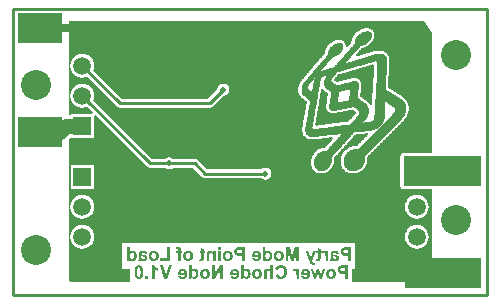
<source format=gbl>
G04 Layer_Physical_Order=2*
G04 Layer_Color=16711680*
%FSLAX25Y25*%
%MOIN*%
G70*
G01*
G75*
%ADD20C,0.05000*%
%ADD21C,0.01000*%
%ADD22C,0.02500*%
%ADD26R,0.14500X0.10000*%
%ADD28C,0.10000*%
%ADD29R,0.15000X0.10000*%
%ADD30C,0.05906*%
%ADD31R,0.05906X0.05906*%
%ADD32C,0.02300*%
%ADD33C,0.02000*%
%ADD34C,0.01969*%
%ADD35C,0.00100*%
%ADD36R,0.09500X0.09500*%
%ADD37R,0.09500X0.07921*%
%ADD38R,0.13500X0.10000*%
G36*
X59378Y14810D02*
X59463Y14806D01*
X59626Y14779D01*
X59700Y14763D01*
X59773Y14748D01*
X59839Y14728D01*
X59901Y14709D01*
X59956Y14685D01*
X60006Y14666D01*
X60049Y14651D01*
X60084Y14635D01*
X60115Y14619D01*
X60134Y14608D01*
X60150Y14604D01*
X60154Y14600D01*
X60223Y14557D01*
X60289Y14515D01*
X60351Y14464D01*
X60410Y14418D01*
X60460Y14367D01*
X60510Y14317D01*
X60553Y14266D01*
X60596Y14216D01*
X60631Y14169D01*
X60662Y14127D01*
X60685Y14092D01*
X60708Y14057D01*
X60724Y14030D01*
X60736Y14010D01*
X60743Y13995D01*
X60747Y13991D01*
X60782Y13917D01*
X60817Y13840D01*
X60844Y13766D01*
X60868Y13692D01*
X60906Y13553D01*
X60918Y13490D01*
X60930Y13428D01*
X60937Y13370D01*
X60945Y13320D01*
X60949Y13277D01*
X60953Y13238D01*
X60957Y13207D01*
Y13184D01*
Y13168D01*
Y13164D01*
X60953Y13064D01*
X60949Y12963D01*
X60937Y12870D01*
X60926Y12780D01*
X60906Y12695D01*
X60891Y12617D01*
X60871Y12548D01*
X60852Y12482D01*
X60833Y12420D01*
X60813Y12369D01*
X60794Y12323D01*
X60778Y12284D01*
X60767Y12253D01*
X60755Y12233D01*
X60751Y12218D01*
X60747Y12214D01*
X60704Y12144D01*
X60662Y12078D01*
X60611Y12016D01*
X60561Y11958D01*
X60510Y11903D01*
X60460Y11857D01*
X60410Y11814D01*
X60363Y11776D01*
X60316Y11741D01*
X60274Y11710D01*
X60235Y11682D01*
X60200Y11663D01*
X60173Y11644D01*
X60154Y11632D01*
X60138Y11628D01*
X60134Y11624D01*
X60057Y11589D01*
X59983Y11558D01*
X59905Y11531D01*
X59832Y11512D01*
X59688Y11473D01*
X59622Y11461D01*
X59556Y11450D01*
X59498Y11442D01*
X59447Y11438D01*
X59401Y11434D01*
X59362Y11430D01*
X59327Y11426D01*
X59284D01*
X59153Y11430D01*
X59025Y11446D01*
X58904Y11469D01*
X58792Y11500D01*
X58687Y11539D01*
X58590Y11578D01*
X58497Y11620D01*
X58415Y11667D01*
X58342Y11713D01*
X58276Y11756D01*
X58221Y11795D01*
X58175Y11834D01*
X58136Y11865D01*
X58113Y11888D01*
X58093Y11903D01*
X58089Y11907D01*
X58004Y12000D01*
X57930Y12098D01*
X57868Y12198D01*
X57814Y12303D01*
X57767Y12404D01*
X57729Y12505D01*
X57697Y12606D01*
X57670Y12699D01*
X57651Y12788D01*
X57635Y12870D01*
X57628Y12939D01*
X57620Y13005D01*
X57616Y13056D01*
X57612Y13095D01*
Y13106D01*
Y13118D01*
Y13122D01*
Y13126D01*
X57616Y13262D01*
X57632Y13386D01*
X57655Y13510D01*
X57686Y13622D01*
X57721Y13727D01*
X57763Y13828D01*
X57806Y13921D01*
X57849Y14003D01*
X57891Y14076D01*
X57934Y14142D01*
X57977Y14200D01*
X58012Y14247D01*
X58043Y14282D01*
X58066Y14309D01*
X58082Y14329D01*
X58086Y14332D01*
X58175Y14418D01*
X58272Y14491D01*
X58373Y14557D01*
X58470Y14612D01*
X58570Y14658D01*
X58671Y14697D01*
X58768Y14728D01*
X58862Y14755D01*
X58951Y14775D01*
X59032Y14786D01*
X59102Y14798D01*
X59168Y14806D01*
X59219Y14810D01*
X59257Y14814D01*
X59288D01*
X59378Y14810D01*
D02*
G37*
G36*
X70831D02*
X70917Y14806D01*
X71080Y14779D01*
X71153Y14763D01*
X71227Y14748D01*
X71293Y14728D01*
X71355Y14709D01*
X71409Y14685D01*
X71460Y14666D01*
X71503Y14651D01*
X71538Y14635D01*
X71569Y14619D01*
X71588Y14608D01*
X71603Y14604D01*
X71607Y14600D01*
X71677Y14557D01*
X71743Y14515D01*
X71805Y14464D01*
X71863Y14418D01*
X71914Y14367D01*
X71964Y14317D01*
X72007Y14266D01*
X72050Y14216D01*
X72085Y14169D01*
X72116Y14127D01*
X72139Y14092D01*
X72162Y14057D01*
X72178Y14030D01*
X72189Y14010D01*
X72197Y13995D01*
X72201Y13991D01*
X72236Y13917D01*
X72271Y13840D01*
X72298Y13766D01*
X72321Y13692D01*
X72360Y13553D01*
X72372Y13490D01*
X72383Y13428D01*
X72391Y13370D01*
X72399Y13320D01*
X72403Y13277D01*
X72407Y13238D01*
X72411Y13207D01*
Y13184D01*
Y13168D01*
Y13164D01*
X72407Y13064D01*
X72403Y12963D01*
X72391Y12870D01*
X72379Y12780D01*
X72360Y12695D01*
X72344Y12617D01*
X72325Y12548D01*
X72306Y12482D01*
X72286Y12420D01*
X72267Y12369D01*
X72247Y12323D01*
X72232Y12284D01*
X72220Y12253D01*
X72209Y12233D01*
X72205Y12218D01*
X72201Y12214D01*
X72158Y12144D01*
X72116Y12078D01*
X72065Y12016D01*
X72015Y11958D01*
X71964Y11903D01*
X71914Y11857D01*
X71863Y11814D01*
X71817Y11776D01*
X71770Y11741D01*
X71728Y11710D01*
X71689Y11682D01*
X71654Y11663D01*
X71627Y11644D01*
X71607Y11632D01*
X71592Y11628D01*
X71588Y11624D01*
X71510Y11589D01*
X71437Y11558D01*
X71359Y11531D01*
X71285Y11512D01*
X71142Y11473D01*
X71076Y11461D01*
X71010Y11450D01*
X70952Y11442D01*
X70901Y11438D01*
X70855Y11434D01*
X70816Y11430D01*
X70781Y11426D01*
X70738D01*
X70606Y11430D01*
X70478Y11446D01*
X70358Y11469D01*
X70245Y11500D01*
X70141Y11539D01*
X70044Y11578D01*
X69951Y11620D01*
X69869Y11667D01*
X69795Y11713D01*
X69729Y11756D01*
X69675Y11795D01*
X69629Y11834D01*
X69590Y11865D01*
X69566Y11888D01*
X69547Y11903D01*
X69543Y11907D01*
X69458Y12000D01*
X69384Y12098D01*
X69322Y12198D01*
X69268Y12303D01*
X69221Y12404D01*
X69182Y12505D01*
X69151Y12606D01*
X69124Y12699D01*
X69105Y12788D01*
X69089Y12870D01*
X69081Y12939D01*
X69074Y13005D01*
X69070Y13056D01*
X69066Y13095D01*
Y13106D01*
Y13118D01*
Y13122D01*
Y13126D01*
X69070Y13262D01*
X69085Y13386D01*
X69109Y13510D01*
X69140Y13622D01*
X69175Y13727D01*
X69217Y13828D01*
X69260Y13921D01*
X69303Y14003D01*
X69345Y14076D01*
X69388Y14142D01*
X69431Y14200D01*
X69466Y14247D01*
X69497Y14282D01*
X69520Y14309D01*
X69535Y14329D01*
X69539Y14332D01*
X69629Y14418D01*
X69726Y14491D01*
X69826Y14557D01*
X69923Y14612D01*
X70024Y14658D01*
X70125Y14697D01*
X70222Y14728D01*
X70315Y14755D01*
X70404Y14775D01*
X70486Y14786D01*
X70556Y14798D01*
X70622Y14806D01*
X70672Y14810D01*
X70711Y14814D01*
X70742D01*
X70831Y14810D01*
D02*
G37*
G36*
X84023D02*
X84109Y14806D01*
X84272Y14779D01*
X84345Y14763D01*
X84419Y14748D01*
X84485Y14728D01*
X84547Y14709D01*
X84601Y14685D01*
X84652Y14666D01*
X84695Y14651D01*
X84729Y14635D01*
X84760Y14619D01*
X84780Y14608D01*
X84795Y14604D01*
X84799Y14600D01*
X84869Y14557D01*
X84935Y14515D01*
X84997Y14464D01*
X85055Y14418D01*
X85106Y14367D01*
X85156Y14317D01*
X85199Y14266D01*
X85242Y14216D01*
X85277Y14169D01*
X85308Y14127D01*
X85331Y14092D01*
X85354Y14057D01*
X85370Y14030D01*
X85381Y14010D01*
X85389Y13995D01*
X85393Y13991D01*
X85428Y13917D01*
X85463Y13840D01*
X85490Y13766D01*
X85513Y13692D01*
X85552Y13553D01*
X85564Y13490D01*
X85575Y13428D01*
X85583Y13370D01*
X85591Y13320D01*
X85595Y13277D01*
X85599Y13238D01*
X85602Y13207D01*
Y13184D01*
Y13168D01*
Y13164D01*
X85599Y13064D01*
X85595Y12963D01*
X85583Y12870D01*
X85571Y12780D01*
X85552Y12695D01*
X85536Y12617D01*
X85517Y12548D01*
X85498Y12482D01*
X85478Y12420D01*
X85459Y12369D01*
X85439Y12323D01*
X85424Y12284D01*
X85412Y12253D01*
X85401Y12233D01*
X85397Y12218D01*
X85393Y12214D01*
X85350Y12144D01*
X85308Y12078D01*
X85257Y12016D01*
X85207Y11958D01*
X85156Y11903D01*
X85106Y11857D01*
X85055Y11814D01*
X85009Y11776D01*
X84962Y11741D01*
X84920Y11710D01*
X84881Y11682D01*
X84846Y11663D01*
X84819Y11644D01*
X84799Y11632D01*
X84784Y11628D01*
X84780Y11624D01*
X84702Y11589D01*
X84629Y11558D01*
X84551Y11531D01*
X84477Y11512D01*
X84334Y11473D01*
X84268Y11461D01*
X84202Y11450D01*
X84144Y11442D01*
X84093Y11438D01*
X84047Y11434D01*
X84008Y11430D01*
X83973Y11426D01*
X83930D01*
X83798Y11430D01*
X83670Y11446D01*
X83550Y11469D01*
X83437Y11500D01*
X83333Y11539D01*
X83236Y11578D01*
X83143Y11620D01*
X83061Y11667D01*
X82987Y11713D01*
X82921Y11756D01*
X82867Y11795D01*
X82820Y11834D01*
X82782Y11865D01*
X82758Y11888D01*
X82739Y11903D01*
X82735Y11907D01*
X82650Y12000D01*
X82576Y12098D01*
X82514Y12198D01*
X82460Y12303D01*
X82413Y12404D01*
X82374Y12505D01*
X82343Y12606D01*
X82316Y12699D01*
X82297Y12788D01*
X82281Y12870D01*
X82273Y12939D01*
X82266Y13005D01*
X82262Y13056D01*
X82258Y13095D01*
Y13106D01*
Y13118D01*
Y13122D01*
Y13126D01*
X82262Y13262D01*
X82277Y13386D01*
X82301Y13510D01*
X82332Y13622D01*
X82367Y13727D01*
X82409Y13828D01*
X82452Y13921D01*
X82495Y14003D01*
X82537Y14076D01*
X82580Y14142D01*
X82623Y14200D01*
X82658Y14247D01*
X82689Y14282D01*
X82712Y14309D01*
X82727Y14329D01*
X82731Y14332D01*
X82820Y14418D01*
X82917Y14491D01*
X83018Y14557D01*
X83115Y14612D01*
X83216Y14658D01*
X83317Y14697D01*
X83414Y14728D01*
X83507Y14755D01*
X83596Y14775D01*
X83678Y14786D01*
X83748Y14798D01*
X83814Y14806D01*
X83864Y14810D01*
X83903Y14814D01*
X83934D01*
X84023Y14810D01*
D02*
G37*
G36*
X51350Y14360D02*
X51427Y14441D01*
X51505Y14511D01*
X51587Y14569D01*
X51664Y14623D01*
X51746Y14666D01*
X51823Y14701D01*
X51901Y14732D01*
X51971Y14755D01*
X52037Y14775D01*
X52099Y14790D01*
X52153Y14798D01*
X52200Y14806D01*
X52238Y14810D01*
X52269Y14814D01*
X52293D01*
X52401Y14810D01*
X52506Y14794D01*
X52603Y14775D01*
X52696Y14748D01*
X52782Y14713D01*
X52863Y14678D01*
X52937Y14639D01*
X53007Y14600D01*
X53065Y14557D01*
X53119Y14519D01*
X53166Y14484D01*
X53205Y14449D01*
X53236Y14422D01*
X53255Y14402D01*
X53270Y14387D01*
X53274Y14383D01*
X53340Y14298D01*
X53402Y14208D01*
X53453Y14107D01*
X53496Y14006D01*
X53534Y13902D01*
X53565Y13797D01*
X53589Y13696D01*
X53612Y13595D01*
X53627Y13502D01*
X53639Y13413D01*
X53647Y13335D01*
X53651Y13265D01*
X53655Y13207D01*
X53658Y13184D01*
Y13164D01*
Y13149D01*
Y13137D01*
Y13134D01*
Y13130D01*
X53655Y12982D01*
X53643Y12846D01*
X53623Y12714D01*
X53596Y12594D01*
X53565Y12482D01*
X53534Y12381D01*
X53496Y12288D01*
X53461Y12202D01*
X53422Y12129D01*
X53387Y12063D01*
X53356Y12004D01*
X53325Y11958D01*
X53298Y11923D01*
X53278Y11896D01*
X53267Y11880D01*
X53263Y11876D01*
X53185Y11799D01*
X53108Y11729D01*
X53026Y11667D01*
X52944Y11616D01*
X52863Y11574D01*
X52785Y11535D01*
X52708Y11508D01*
X52634Y11485D01*
X52564Y11465D01*
X52502Y11450D01*
X52448Y11442D01*
X52397Y11434D01*
X52359Y11430D01*
X52328Y11426D01*
X52304D01*
X52203Y11434D01*
X52103Y11450D01*
X52009Y11469D01*
X51928Y11496D01*
X51893Y11508D01*
X51862Y11519D01*
X51831Y11531D01*
X51808Y11543D01*
X51788Y11550D01*
X51773Y11558D01*
X51765Y11562D01*
X51761D01*
X51664Y11620D01*
X51571Y11682D01*
X51493Y11752D01*
X51424Y11818D01*
X51365Y11880D01*
X51342Y11903D01*
X51323Y11927D01*
X51307Y11946D01*
X51296Y11962D01*
X51292Y11970D01*
X51288Y11973D01*
Y11500D01*
X50492D01*
Y15974D01*
X51350D01*
Y14360D01*
D02*
G37*
G36*
X82313Y5500D02*
X81475D01*
Y8422D01*
X79675Y5500D01*
X78767D01*
Y9974D01*
X79605D01*
Y6982D01*
X81436Y9974D01*
X82313D01*
Y5500D01*
D02*
G37*
G36*
X59514Y9915D02*
X59549Y9846D01*
X59588Y9776D01*
X59631Y9706D01*
X59674Y9644D01*
X59720Y9586D01*
X59767Y9531D01*
X59809Y9481D01*
X59852Y9434D01*
X59895Y9396D01*
X59930Y9361D01*
X59961Y9330D01*
X59988Y9306D01*
X60011Y9291D01*
X60023Y9279D01*
X60027Y9275D01*
X60100Y9221D01*
X60170Y9171D01*
X60240Y9124D01*
X60306Y9081D01*
X60368Y9042D01*
X60430Y9008D01*
X60484Y8980D01*
X60535Y8953D01*
X60585Y8930D01*
X60624Y8911D01*
X60663Y8895D01*
X60694Y8883D01*
X60717Y8872D01*
X60737Y8864D01*
X60748Y8860D01*
X60752D01*
Y8080D01*
X60636Y8123D01*
X60523Y8169D01*
X60415Y8216D01*
X60310Y8270D01*
X60213Y8325D01*
X60120Y8379D01*
X60038Y8429D01*
X59957Y8484D01*
X59887Y8534D01*
X59825Y8577D01*
X59771Y8619D01*
X59728Y8658D01*
X59689Y8686D01*
X59666Y8709D01*
X59646Y8724D01*
X59642Y8728D01*
Y5500D01*
X58785D01*
Y9993D01*
X59483D01*
X59514Y9915D01*
D02*
G37*
G36*
X99005Y5500D02*
X98148D01*
Y7122D01*
Y7196D01*
X98144Y7265D01*
X98140Y7331D01*
X98136Y7390D01*
X98128Y7444D01*
X98124Y7494D01*
X98116Y7541D01*
X98109Y7584D01*
X98101Y7619D01*
X98093Y7649D01*
X98089Y7677D01*
X98082Y7700D01*
X98078Y7716D01*
X98074Y7731D01*
X98070Y7735D01*
Y7739D01*
X98039Y7812D01*
X98000Y7875D01*
X97957Y7929D01*
X97919Y7975D01*
X97884Y8010D01*
X97853Y8034D01*
X97833Y8049D01*
X97825Y8053D01*
X97760Y8088D01*
X97698Y8115D01*
X97632Y8131D01*
X97573Y8146D01*
X97523Y8154D01*
X97480Y8158D01*
X97445D01*
X97375Y8154D01*
X97317Y8146D01*
X97263Y8131D01*
X97220Y8119D01*
X97181Y8104D01*
X97158Y8088D01*
X97139Y8080D01*
X97135Y8076D01*
X97092Y8045D01*
X97053Y8006D01*
X97026Y7972D01*
X96999Y7937D01*
X96984Y7906D01*
X96968Y7878D01*
X96964Y7863D01*
X96960Y7855D01*
X96952Y7824D01*
X96945Y7789D01*
X96937Y7746D01*
X96929Y7696D01*
X96921Y7591D01*
X96918Y7483D01*
X96914Y7428D01*
Y7378D01*
X96910Y7331D01*
Y7293D01*
Y7258D01*
Y7234D01*
Y7219D01*
Y7211D01*
Y5500D01*
X96052D01*
Y7397D01*
Y7479D01*
Y7553D01*
X96056Y7619D01*
X96060Y7684D01*
X96064Y7743D01*
X96068Y7793D01*
X96072Y7840D01*
X96076Y7882D01*
X96079Y7921D01*
X96083Y7952D01*
X96087Y7979D01*
X96091Y8003D01*
X96095Y8018D01*
Y8034D01*
X96099Y8038D01*
Y8041D01*
X96118Y8119D01*
X96142Y8189D01*
X96169Y8255D01*
X96200Y8309D01*
X96223Y8356D01*
X96246Y8391D01*
X96262Y8414D01*
X96266Y8422D01*
X96316Y8484D01*
X96371Y8538D01*
X96433Y8585D01*
X96491Y8627D01*
X96541Y8658D01*
X96584Y8682D01*
X96599Y8689D01*
X96611Y8697D01*
X96619Y8701D01*
X96623D01*
X96712Y8740D01*
X96805Y8767D01*
X96894Y8786D01*
X96980Y8798D01*
X97049Y8810D01*
X97081D01*
X97108Y8813D01*
X97158D01*
X97263Y8810D01*
X97364Y8794D01*
X97461Y8767D01*
X97554Y8736D01*
X97643Y8701D01*
X97725Y8658D01*
X97798Y8612D01*
X97868Y8569D01*
X97930Y8523D01*
X97985Y8476D01*
X98035Y8433D01*
X98074Y8398D01*
X98105Y8367D01*
X98128Y8340D01*
X98144Y8325D01*
X98148Y8321D01*
Y9974D01*
X99005D01*
Y5500D01*
D02*
G37*
G36*
X96494Y14360D02*
X96571Y14441D01*
X96649Y14511D01*
X96730Y14569D01*
X96808Y14623D01*
X96889Y14666D01*
X96967Y14701D01*
X97045Y14732D01*
X97114Y14755D01*
X97180Y14775D01*
X97242Y14790D01*
X97297Y14798D01*
X97343Y14806D01*
X97382Y14810D01*
X97413Y14814D01*
X97436D01*
X97545Y14810D01*
X97650Y14794D01*
X97747Y14775D01*
X97840Y14748D01*
X97925Y14713D01*
X98007Y14678D01*
X98081Y14639D01*
X98150Y14600D01*
X98209Y14557D01*
X98263Y14519D01*
X98309Y14484D01*
X98348Y14449D01*
X98379Y14422D01*
X98399Y14402D01*
X98414Y14387D01*
X98418Y14383D01*
X98484Y14298D01*
X98546Y14208D01*
X98597Y14107D01*
X98639Y14006D01*
X98678Y13902D01*
X98709Y13797D01*
X98732Y13696D01*
X98756Y13595D01*
X98771Y13502D01*
X98783Y13413D01*
X98791Y13335D01*
X98795Y13265D01*
X98798Y13207D01*
X98802Y13184D01*
Y13164D01*
Y13149D01*
Y13137D01*
Y13134D01*
Y13130D01*
X98798Y12982D01*
X98787Y12846D01*
X98767Y12714D01*
X98740Y12594D01*
X98709Y12482D01*
X98678Y12381D01*
X98639Y12288D01*
X98604Y12202D01*
X98566Y12129D01*
X98531Y12063D01*
X98500Y12004D01*
X98469Y11958D01*
X98441Y11923D01*
X98422Y11896D01*
X98410Y11880D01*
X98406Y11876D01*
X98329Y11799D01*
X98251Y11729D01*
X98170Y11667D01*
X98088Y11616D01*
X98007Y11574D01*
X97929Y11535D01*
X97852Y11508D01*
X97778Y11485D01*
X97708Y11465D01*
X97646Y11450D01*
X97592Y11442D01*
X97541Y11434D01*
X97502Y11430D01*
X97471Y11426D01*
X97448D01*
X97347Y11434D01*
X97246Y11450D01*
X97153Y11469D01*
X97072Y11496D01*
X97037Y11508D01*
X97006Y11519D01*
X96975Y11531D01*
X96952Y11543D01*
X96932Y11550D01*
X96917Y11558D01*
X96909Y11562D01*
X96905D01*
X96808Y11620D01*
X96715Y11682D01*
X96637Y11752D01*
X96567Y11818D01*
X96509Y11880D01*
X96486Y11903D01*
X96466Y11927D01*
X96451Y11946D01*
X96439Y11962D01*
X96435Y11970D01*
X96432Y11973D01*
Y11500D01*
X95636D01*
Y15974D01*
X96494D01*
Y14360D01*
D02*
G37*
G36*
X81587Y11500D02*
X80729D01*
Y14744D01*
X81587D01*
Y11500D01*
D02*
G37*
G36*
X89568D02*
X88664D01*
Y13188D01*
X87965D01*
X87861Y13192D01*
X87764Y13196D01*
X87674Y13199D01*
X87589Y13203D01*
X87511Y13207D01*
X87442Y13215D01*
X87379Y13219D01*
X87325Y13227D01*
X87279Y13230D01*
X87236Y13234D01*
X87201Y13242D01*
X87178Y13246D01*
X87158D01*
X87147Y13250D01*
X87143D01*
X87054Y13273D01*
X86968Y13304D01*
X86887Y13339D01*
X86817Y13374D01*
X86759Y13405D01*
X86735Y13421D01*
X86712Y13432D01*
X86697Y13444D01*
X86685Y13452D01*
X86677Y13459D01*
X86673D01*
X86592Y13525D01*
X86518Y13599D01*
X86452Y13673D01*
X86398Y13743D01*
X86351Y13805D01*
X86336Y13832D01*
X86320Y13855D01*
X86309Y13875D01*
X86301Y13890D01*
X86293Y13898D01*
Y13902D01*
X86243Y14014D01*
X86204Y14131D01*
X86177Y14247D01*
X86161Y14356D01*
X86153Y14406D01*
X86150Y14453D01*
X86146Y14491D01*
Y14526D01*
X86142Y14557D01*
Y14577D01*
Y14592D01*
Y14596D01*
X86146Y14693D01*
X86153Y14786D01*
X86165Y14876D01*
X86181Y14957D01*
X86204Y15035D01*
X86223Y15104D01*
X86247Y15170D01*
X86270Y15229D01*
X86297Y15283D01*
X86320Y15330D01*
X86340Y15372D01*
X86359Y15403D01*
X86379Y15430D01*
X86390Y15450D01*
X86398Y15461D01*
X86402Y15465D01*
X86452Y15527D01*
X86503Y15582D01*
X86557Y15632D01*
X86611Y15675D01*
X86666Y15718D01*
X86720Y15753D01*
X86770Y15784D01*
X86821Y15811D01*
X86867Y15834D01*
X86910Y15853D01*
X86949Y15869D01*
X86980Y15884D01*
X87007Y15892D01*
X87030Y15900D01*
X87042Y15904D01*
X87046D01*
X87100Y15915D01*
X87166Y15927D01*
X87240Y15935D01*
X87321Y15943D01*
X87407Y15950D01*
X87496Y15958D01*
X87678Y15966D01*
X87764Y15970D01*
X87923D01*
X87989Y15974D01*
X89568D01*
Y11500D01*
D02*
G37*
G36*
X115944Y14810D02*
X116014Y14798D01*
X116076Y14779D01*
X116130Y14763D01*
X116177Y14744D01*
X116212Y14724D01*
X116231Y14713D01*
X116239Y14709D01*
X116270Y14689D01*
X116301Y14662D01*
X116363Y14600D01*
X116425Y14530D01*
X116483Y14457D01*
X116530Y14391D01*
X116553Y14360D01*
X116569Y14336D01*
X116584Y14313D01*
X116596Y14298D01*
X116600Y14286D01*
X116604Y14282D01*
Y14744D01*
X117399D01*
Y11500D01*
X116542D01*
Y12501D01*
Y12649D01*
X116538Y12784D01*
X116534Y12908D01*
X116530Y13017D01*
X116526Y13118D01*
X116518Y13207D01*
X116514Y13285D01*
X116507Y13351D01*
X116499Y13409D01*
X116495Y13459D01*
X116487Y13498D01*
X116483Y13529D01*
X116480Y13556D01*
X116476Y13572D01*
X116472Y13580D01*
Y13584D01*
X116445Y13673D01*
X116414Y13750D01*
X116379Y13813D01*
X116348Y13863D01*
X116320Y13898D01*
X116297Y13925D01*
X116282Y13940D01*
X116278Y13944D01*
X116227Y13979D01*
X116177Y14003D01*
X116123Y14022D01*
X116076Y14034D01*
X116033Y14041D01*
X116002Y14045D01*
X115971D01*
X115901Y14038D01*
X115828Y14022D01*
X115762Y13999D01*
X115700Y13975D01*
X115645Y13948D01*
X115603Y13925D01*
X115587Y13913D01*
X115576Y13909D01*
X115572Y13902D01*
X115568D01*
X115300Y14651D01*
X115405Y14705D01*
X115506Y14744D01*
X115599Y14775D01*
X115688Y14794D01*
X115727Y14802D01*
X115758Y14806D01*
X115789Y14810D01*
X115816D01*
X115839Y14814D01*
X115866D01*
X115944Y14810D01*
D02*
G37*
G36*
X78110Y14806D02*
X78223Y14790D01*
X78331Y14763D01*
X78432Y14728D01*
X78525Y14685D01*
X78615Y14639D01*
X78696Y14592D01*
X78770Y14542D01*
X78836Y14488D01*
X78894Y14441D01*
X78944Y14394D01*
X78983Y14352D01*
X79018Y14317D01*
X79041Y14290D01*
X79057Y14274D01*
X79061Y14266D01*
Y14744D01*
X79856D01*
Y11500D01*
X78999D01*
Y12967D01*
Y13064D01*
X78995Y13153D01*
X78991Y13238D01*
X78987Y13312D01*
X78983Y13382D01*
X78979Y13440D01*
X78972Y13494D01*
X78968Y13545D01*
X78960Y13584D01*
X78956Y13619D01*
X78952Y13649D01*
X78944Y13673D01*
X78940Y13688D01*
Y13704D01*
X78937Y13708D01*
Y13712D01*
X78906Y13785D01*
X78871Y13847D01*
X78832Y13902D01*
X78793Y13948D01*
X78754Y13983D01*
X78723Y14010D01*
X78704Y14030D01*
X78696Y14034D01*
X78626Y14076D01*
X78556Y14107D01*
X78490Y14127D01*
X78428Y14142D01*
X78374Y14150D01*
X78331Y14158D01*
X78293D01*
X78231Y14154D01*
X78172Y14142D01*
X78122Y14131D01*
X78079Y14115D01*
X78044Y14096D01*
X78021Y14084D01*
X78002Y14072D01*
X77998Y14069D01*
X77955Y14034D01*
X77916Y13995D01*
X77885Y13956D01*
X77862Y13917D01*
X77842Y13882D01*
X77831Y13855D01*
X77823Y13836D01*
X77819Y13828D01*
X77808Y13797D01*
X77800Y13754D01*
X77792Y13708D01*
X77784Y13657D01*
X77776Y13549D01*
X77769Y13432D01*
X77765Y13378D01*
Y13328D01*
X77761Y13281D01*
Y13238D01*
Y13203D01*
Y13176D01*
Y13161D01*
Y13153D01*
Y11500D01*
X76903D01*
Y13514D01*
Y13584D01*
X76907Y13646D01*
Y13704D01*
X76911Y13762D01*
X76915Y13813D01*
X76919Y13859D01*
X76923Y13902D01*
X76927Y13940D01*
X76935Y13975D01*
X76938Y14006D01*
X76942Y14030D01*
X76946Y14049D01*
X76950Y14069D01*
Y14080D01*
X76954Y14084D01*
Y14088D01*
X76973Y14162D01*
X77000Y14232D01*
X77028Y14290D01*
X77055Y14344D01*
X77082Y14387D01*
X77101Y14422D01*
X77117Y14441D01*
X77121Y14449D01*
X77171Y14507D01*
X77226Y14557D01*
X77288Y14600D01*
X77346Y14639D01*
X77396Y14670D01*
X77439Y14689D01*
X77455Y14697D01*
X77466Y14705D01*
X77474Y14709D01*
X77478D01*
X77567Y14744D01*
X77656Y14771D01*
X77742Y14786D01*
X77823Y14802D01*
X77893Y14810D01*
X77920D01*
X77947Y14814D01*
X77994D01*
X78110Y14806D01*
D02*
G37*
G36*
X101045Y14810D02*
X101130Y14806D01*
X101293Y14779D01*
X101367Y14763D01*
X101441Y14748D01*
X101507Y14728D01*
X101569Y14709D01*
X101623Y14685D01*
X101673Y14666D01*
X101716Y14651D01*
X101751Y14635D01*
X101782Y14619D01*
X101802Y14608D01*
X101817Y14604D01*
X101821Y14600D01*
X101891Y14557D01*
X101957Y14515D01*
X102019Y14464D01*
X102077Y14418D01*
X102127Y14367D01*
X102178Y14317D01*
X102220Y14266D01*
X102263Y14216D01*
X102298Y14169D01*
X102329Y14127D01*
X102352Y14092D01*
X102376Y14057D01*
X102391Y14030D01*
X102403Y14010D01*
X102411Y13995D01*
X102415Y13991D01*
X102449Y13917D01*
X102484Y13840D01*
X102512Y13766D01*
X102535Y13692D01*
X102574Y13553D01*
X102585Y13490D01*
X102597Y13428D01*
X102605Y13370D01*
X102612Y13320D01*
X102616Y13277D01*
X102620Y13238D01*
X102624Y13207D01*
Y13184D01*
Y13168D01*
Y13164D01*
X102620Y13064D01*
X102616Y12963D01*
X102605Y12870D01*
X102593Y12780D01*
X102574Y12695D01*
X102558Y12617D01*
X102539Y12548D01*
X102519Y12482D01*
X102500Y12420D01*
X102480Y12369D01*
X102461Y12323D01*
X102446Y12284D01*
X102434Y12253D01*
X102422Y12233D01*
X102418Y12218D01*
X102415Y12214D01*
X102372Y12144D01*
X102329Y12078D01*
X102279Y12016D01*
X102228Y11958D01*
X102178Y11903D01*
X102127Y11857D01*
X102077Y11814D01*
X102030Y11776D01*
X101984Y11741D01*
X101941Y11710D01*
X101902Y11682D01*
X101867Y11663D01*
X101840Y11644D01*
X101821Y11632D01*
X101805Y11628D01*
X101802Y11624D01*
X101724Y11589D01*
X101650Y11558D01*
X101573Y11531D01*
X101499Y11512D01*
X101355Y11473D01*
X101289Y11461D01*
X101223Y11450D01*
X101165Y11442D01*
X101115Y11438D01*
X101068Y11434D01*
X101029Y11430D01*
X100994Y11426D01*
X100952D01*
X100820Y11430D01*
X100692Y11446D01*
X100572Y11469D01*
X100459Y11500D01*
X100354Y11539D01*
X100257Y11578D01*
X100164Y11620D01*
X100083Y11667D01*
X100009Y11713D01*
X99943Y11756D01*
X99889Y11795D01*
X99842Y11834D01*
X99803Y11865D01*
X99780Y11888D01*
X99761Y11903D01*
X99757Y11907D01*
X99671Y12000D01*
X99598Y12098D01*
X99536Y12198D01*
X99481Y12303D01*
X99435Y12404D01*
X99396Y12505D01*
X99365Y12606D01*
X99338Y12699D01*
X99318Y12788D01*
X99303Y12870D01*
X99295Y12939D01*
X99287Y13005D01*
X99283Y13056D01*
X99279Y13095D01*
Y13106D01*
Y13118D01*
Y13122D01*
Y13126D01*
X99283Y13262D01*
X99299Y13386D01*
X99322Y13510D01*
X99353Y13622D01*
X99388Y13727D01*
X99431Y13828D01*
X99474Y13921D01*
X99516Y14003D01*
X99559Y14076D01*
X99602Y14142D01*
X99644Y14200D01*
X99679Y14247D01*
X99710Y14282D01*
X99733Y14309D01*
X99749Y14329D01*
X99753Y14332D01*
X99842Y14418D01*
X99939Y14491D01*
X100040Y14557D01*
X100137Y14612D01*
X100238Y14658D01*
X100339Y14697D01*
X100436Y14728D01*
X100529Y14755D01*
X100618Y14775D01*
X100700Y14786D01*
X100769Y14798D01*
X100835Y14806D01*
X100886Y14810D01*
X100925Y14814D01*
X100956D01*
X101045Y14810D01*
D02*
G37*
G36*
X64546Y11500D02*
X61399D01*
Y12257D01*
X63642D01*
Y15939D01*
X64546D01*
Y11500D01*
D02*
G37*
G36*
X67425Y16047D02*
X67541Y16032D01*
X67642Y16012D01*
X67685Y16001D01*
X67727Y15989D01*
X67762Y15974D01*
X67797Y15962D01*
X67824Y15954D01*
X67848Y15943D01*
X67867Y15935D01*
X67879Y15927D01*
X67886Y15923D01*
X67890D01*
X67972Y15873D01*
X68038Y15818D01*
X68092Y15764D01*
X68135Y15710D01*
X68170Y15663D01*
X68193Y15628D01*
X68201Y15613D01*
X68205Y15601D01*
X68208Y15597D01*
Y15593D01*
X68224Y15555D01*
X68236Y15512D01*
X68259Y15415D01*
X68274Y15314D01*
X68282Y15213D01*
X68286Y15167D01*
X68290Y15124D01*
Y15085D01*
X68294Y15050D01*
Y15023D01*
Y15004D01*
Y14988D01*
Y14984D01*
Y14744D01*
X68771D01*
Y14069D01*
X68294D01*
Y11500D01*
X67436D01*
Y14069D01*
X66796D01*
Y14744D01*
X67436D01*
Y14973D01*
X67432Y15058D01*
X67425Y15128D01*
X67413Y15186D01*
X67397Y15233D01*
X67382Y15268D01*
X67370Y15291D01*
X67363Y15302D01*
X67359Y15306D01*
X67324Y15337D01*
X67281Y15357D01*
X67238Y15372D01*
X67196Y15384D01*
X67153Y15392D01*
X67122Y15395D01*
X67091D01*
X67021Y15392D01*
X66947Y15388D01*
X66882Y15380D01*
X66823Y15372D01*
X66769Y15361D01*
X66730Y15353D01*
X66715Y15349D01*
X66703D01*
X66699Y15345D01*
X66695D01*
X66579Y15939D01*
X66711Y15978D01*
X66839Y16005D01*
X66959Y16024D01*
X67017Y16032D01*
X67072Y16036D01*
X67118Y16044D01*
X67161Y16047D01*
X67200D01*
X67235Y16051D01*
X67297D01*
X67425Y16047D01*
D02*
G37*
G36*
X93798Y8810D02*
X93883Y8806D01*
X94046Y8779D01*
X94120Y8763D01*
X94194Y8748D01*
X94260Y8728D01*
X94322Y8709D01*
X94376Y8686D01*
X94427Y8666D01*
X94469Y8651D01*
X94504Y8635D01*
X94535Y8619D01*
X94555Y8608D01*
X94570Y8604D01*
X94574Y8600D01*
X94644Y8557D01*
X94710Y8515D01*
X94772Y8464D01*
X94830Y8418D01*
X94881Y8367D01*
X94931Y8317D01*
X94974Y8266D01*
X95016Y8216D01*
X95051Y8169D01*
X95082Y8127D01*
X95106Y8092D01*
X95129Y8057D01*
X95144Y8030D01*
X95156Y8010D01*
X95164Y7995D01*
X95168Y7991D01*
X95203Y7917D01*
X95238Y7840D01*
X95265Y7766D01*
X95288Y7692D01*
X95327Y7553D01*
X95338Y7490D01*
X95350Y7428D01*
X95358Y7370D01*
X95366Y7320D01*
X95369Y7277D01*
X95373Y7238D01*
X95377Y7207D01*
Y7184D01*
Y7168D01*
Y7164D01*
X95373Y7064D01*
X95369Y6963D01*
X95358Y6870D01*
X95346Y6780D01*
X95327Y6695D01*
X95311Y6617D01*
X95292Y6548D01*
X95272Y6482D01*
X95253Y6420D01*
X95234Y6369D01*
X95214Y6323D01*
X95199Y6284D01*
X95187Y6253D01*
X95175Y6233D01*
X95172Y6218D01*
X95168Y6214D01*
X95125Y6144D01*
X95082Y6078D01*
X95032Y6016D01*
X94981Y5958D01*
X94931Y5903D01*
X94881Y5857D01*
X94830Y5814D01*
X94784Y5776D01*
X94737Y5741D01*
X94694Y5709D01*
X94656Y5682D01*
X94621Y5663D01*
X94594Y5644D01*
X94574Y5632D01*
X94559Y5628D01*
X94555Y5624D01*
X94477Y5589D01*
X94403Y5558D01*
X94326Y5531D01*
X94252Y5512D01*
X94108Y5473D01*
X94042Y5461D01*
X93977Y5450D01*
X93918Y5442D01*
X93868Y5438D01*
X93821Y5434D01*
X93783Y5430D01*
X93748Y5426D01*
X93705D01*
X93573Y5430D01*
X93445Y5446D01*
X93325Y5469D01*
X93212Y5500D01*
X93107Y5539D01*
X93010Y5578D01*
X92917Y5620D01*
X92836Y5667D01*
X92762Y5713D01*
X92696Y5756D01*
X92642Y5795D01*
X92595Y5834D01*
X92557Y5865D01*
X92533Y5888D01*
X92514Y5903D01*
X92510Y5907D01*
X92425Y6001D01*
X92351Y6098D01*
X92289Y6198D01*
X92234Y6303D01*
X92188Y6404D01*
X92149Y6505D01*
X92118Y6606D01*
X92091Y6699D01*
X92071Y6788D01*
X92056Y6870D01*
X92048Y6939D01*
X92040Y7005D01*
X92037Y7056D01*
X92033Y7095D01*
Y7106D01*
Y7118D01*
Y7122D01*
Y7126D01*
X92037Y7261D01*
X92052Y7386D01*
X92075Y7510D01*
X92106Y7622D01*
X92141Y7727D01*
X92184Y7828D01*
X92227Y7921D01*
X92269Y8003D01*
X92312Y8076D01*
X92355Y8142D01*
X92397Y8201D01*
X92432Y8247D01*
X92463Y8282D01*
X92487Y8309D01*
X92502Y8328D01*
X92506Y8332D01*
X92595Y8418D01*
X92692Y8491D01*
X92793Y8557D01*
X92890Y8612D01*
X92991Y8658D01*
X93092Y8697D01*
X93189Y8728D01*
X93282Y8755D01*
X93371Y8775D01*
X93453Y8786D01*
X93523Y8798D01*
X93589Y8806D01*
X93639Y8810D01*
X93678Y8813D01*
X93709D01*
X93798Y8810D01*
D02*
G37*
G36*
X118456D02*
X118541Y8806D01*
X118704Y8779D01*
X118778Y8763D01*
X118851Y8748D01*
X118917Y8728D01*
X118979Y8709D01*
X119034Y8686D01*
X119084Y8666D01*
X119127Y8651D01*
X119162Y8635D01*
X119193Y8619D01*
X119212Y8608D01*
X119228Y8604D01*
X119231Y8600D01*
X119301Y8557D01*
X119367Y8515D01*
X119429Y8464D01*
X119488Y8418D01*
X119538Y8367D01*
X119588Y8317D01*
X119631Y8266D01*
X119674Y8216D01*
X119709Y8169D01*
X119740Y8127D01*
X119763Y8092D01*
X119786Y8057D01*
X119802Y8030D01*
X119814Y8010D01*
X119821Y7995D01*
X119825Y7991D01*
X119860Y7917D01*
X119895Y7840D01*
X119922Y7766D01*
X119945Y7692D01*
X119984Y7553D01*
X119996Y7490D01*
X120008Y7428D01*
X120015Y7370D01*
X120023Y7320D01*
X120027Y7277D01*
X120031Y7238D01*
X120035Y7207D01*
Y7184D01*
Y7168D01*
Y7164D01*
X120031Y7064D01*
X120027Y6963D01*
X120015Y6870D01*
X120004Y6780D01*
X119984Y6695D01*
X119969Y6617D01*
X119949Y6548D01*
X119930Y6482D01*
X119911Y6420D01*
X119891Y6369D01*
X119872Y6323D01*
X119856Y6284D01*
X119844Y6253D01*
X119833Y6233D01*
X119829Y6218D01*
X119825Y6214D01*
X119782Y6144D01*
X119740Y6078D01*
X119689Y6016D01*
X119639Y5958D01*
X119588Y5903D01*
X119538Y5857D01*
X119488Y5814D01*
X119441Y5776D01*
X119394Y5741D01*
X119352Y5709D01*
X119313Y5682D01*
X119278Y5663D01*
X119251Y5644D01*
X119231Y5632D01*
X119216Y5628D01*
X119212Y5624D01*
X119134Y5589D01*
X119061Y5558D01*
X118983Y5531D01*
X118909Y5512D01*
X118766Y5473D01*
X118700Y5461D01*
X118634Y5450D01*
X118576Y5442D01*
X118525Y5438D01*
X118479Y5434D01*
X118440Y5430D01*
X118405Y5426D01*
X118362D01*
X118230Y5430D01*
X118102Y5446D01*
X117982Y5469D01*
X117870Y5500D01*
X117765Y5539D01*
X117668Y5578D01*
X117575Y5620D01*
X117493Y5667D01*
X117420Y5713D01*
X117354Y5756D01*
X117299Y5795D01*
X117253Y5834D01*
X117214Y5865D01*
X117191Y5888D01*
X117171Y5903D01*
X117167Y5907D01*
X117082Y6001D01*
X117008Y6098D01*
X116946Y6198D01*
X116892Y6303D01*
X116845Y6404D01*
X116806Y6505D01*
X116775Y6606D01*
X116748Y6699D01*
X116729Y6788D01*
X116713Y6870D01*
X116706Y6939D01*
X116698Y7005D01*
X116694Y7056D01*
X116690Y7095D01*
Y7106D01*
Y7118D01*
Y7122D01*
Y7126D01*
X116694Y7261D01*
X116709Y7386D01*
X116733Y7510D01*
X116764Y7622D01*
X116799Y7727D01*
X116841Y7828D01*
X116884Y7921D01*
X116927Y8003D01*
X116969Y8076D01*
X117012Y8142D01*
X117055Y8201D01*
X117090Y8247D01*
X117121Y8282D01*
X117144Y8309D01*
X117160Y8328D01*
X117163Y8332D01*
X117253Y8418D01*
X117350Y8491D01*
X117451Y8557D01*
X117548Y8612D01*
X117648Y8658D01*
X117749Y8697D01*
X117846Y8728D01*
X117939Y8755D01*
X118029Y8775D01*
X118110Y8786D01*
X118180Y8798D01*
X118246Y8806D01*
X118296Y8810D01*
X118335Y8813D01*
X118366D01*
X118456Y8810D01*
D02*
G37*
G36*
X57322Y5500D02*
X56465D01*
Y6357D01*
X57322D01*
Y5500D01*
D02*
G37*
G36*
X89247Y8360D02*
X89324Y8441D01*
X89402Y8511D01*
X89483Y8569D01*
X89561Y8623D01*
X89643Y8666D01*
X89720Y8701D01*
X89798Y8732D01*
X89868Y8755D01*
X89934Y8775D01*
X89996Y8790D01*
X90050Y8798D01*
X90097Y8806D01*
X90135Y8810D01*
X90166Y8813D01*
X90190D01*
X90298Y8810D01*
X90403Y8794D01*
X90500Y8775D01*
X90593Y8748D01*
X90679Y8713D01*
X90760Y8678D01*
X90834Y8639D01*
X90904Y8600D01*
X90962Y8557D01*
X91016Y8519D01*
X91063Y8484D01*
X91101Y8449D01*
X91132Y8422D01*
X91152Y8402D01*
X91167Y8387D01*
X91171Y8383D01*
X91237Y8298D01*
X91299Y8208D01*
X91350Y8107D01*
X91392Y8006D01*
X91431Y7902D01*
X91462Y7797D01*
X91486Y7696D01*
X91509Y7595D01*
X91524Y7502D01*
X91536Y7413D01*
X91544Y7335D01*
X91548Y7265D01*
X91552Y7207D01*
X91555Y7184D01*
Y7164D01*
Y7149D01*
Y7137D01*
Y7134D01*
Y7130D01*
X91552Y6982D01*
X91540Y6846D01*
X91521Y6714D01*
X91493Y6594D01*
X91462Y6482D01*
X91431Y6381D01*
X91392Y6288D01*
X91358Y6202D01*
X91319Y6129D01*
X91284Y6063D01*
X91253Y6004D01*
X91222Y5958D01*
X91195Y5923D01*
X91175Y5896D01*
X91164Y5880D01*
X91160Y5876D01*
X91082Y5799D01*
X91005Y5729D01*
X90923Y5667D01*
X90842Y5616D01*
X90760Y5574D01*
X90682Y5535D01*
X90605Y5508D01*
X90531Y5485D01*
X90461Y5465D01*
X90399Y5450D01*
X90345Y5442D01*
X90294Y5434D01*
X90256Y5430D01*
X90225Y5426D01*
X90201D01*
X90100Y5434D01*
X90000Y5450D01*
X89906Y5469D01*
X89825Y5496D01*
X89790Y5508D01*
X89759Y5519D01*
X89728Y5531D01*
X89705Y5543D01*
X89685Y5550D01*
X89670Y5558D01*
X89662Y5562D01*
X89658D01*
X89561Y5620D01*
X89468Y5682D01*
X89390Y5752D01*
X89321Y5818D01*
X89262Y5880D01*
X89239Y5903D01*
X89220Y5927D01*
X89204Y5946D01*
X89192Y5962D01*
X89189Y5970D01*
X89185Y5973D01*
Y5500D01*
X88389D01*
Y9974D01*
X89247D01*
Y8360D01*
D02*
G37*
G36*
X54435Y9989D02*
X54544Y9974D01*
X54649Y9950D01*
X54750Y9919D01*
X54839Y9884D01*
X54921Y9846D01*
X54998Y9807D01*
X55064Y9764D01*
X55126Y9718D01*
X55180Y9679D01*
X55223Y9640D01*
X55262Y9605D01*
X55289Y9574D01*
X55312Y9551D01*
X55324Y9535D01*
X55328Y9531D01*
X55367Y9477D01*
X55405Y9419D01*
X55471Y9295D01*
X55530Y9159D01*
X55580Y9011D01*
X55623Y8864D01*
X55658Y8713D01*
X55689Y8561D01*
X55712Y8414D01*
X55731Y8274D01*
X55743Y8142D01*
X55755Y8022D01*
Y7968D01*
X55759Y7917D01*
X55762Y7875D01*
Y7832D01*
X55766Y7797D01*
Y7766D01*
Y7743D01*
Y7727D01*
Y7716D01*
Y7712D01*
Y7591D01*
X55762Y7479D01*
X55755Y7370D01*
X55751Y7265D01*
X55739Y7164D01*
X55727Y7068D01*
X55716Y6978D01*
X55704Y6889D01*
X55689Y6804D01*
X55673Y6726D01*
X55658Y6652D01*
X55638Y6579D01*
X55623Y6513D01*
X55603Y6451D01*
X55584Y6389D01*
X55565Y6334D01*
X55530Y6233D01*
X55495Y6148D01*
X55460Y6078D01*
X55429Y6020D01*
X55402Y5977D01*
X55382Y5946D01*
X55371Y5931D01*
X55367Y5923D01*
X55289Y5834D01*
X55208Y5756D01*
X55122Y5690D01*
X55033Y5632D01*
X54944Y5585D01*
X54858Y5547D01*
X54773Y5512D01*
X54692Y5485D01*
X54614Y5465D01*
X54544Y5450D01*
X54478Y5438D01*
X54424Y5430D01*
X54377Y5426D01*
X54342Y5422D01*
X54315D01*
X54195Y5426D01*
X54086Y5442D01*
X53978Y5465D01*
X53881Y5492D01*
X53791Y5527D01*
X53710Y5566D01*
X53632Y5609D01*
X53562Y5651D01*
X53504Y5694D01*
X53450Y5737D01*
X53407Y5776D01*
X53369Y5810D01*
X53341Y5838D01*
X53318Y5861D01*
X53306Y5876D01*
X53303Y5880D01*
X53264Y5935D01*
X53225Y5993D01*
X53155Y6117D01*
X53097Y6257D01*
X53046Y6400D01*
X53004Y6548D01*
X52969Y6703D01*
X52938Y6854D01*
X52915Y7002D01*
X52899Y7141D01*
X52883Y7273D01*
X52872Y7393D01*
Y7448D01*
X52868Y7498D01*
X52864Y7541D01*
Y7584D01*
X52860Y7619D01*
Y7649D01*
Y7673D01*
Y7688D01*
Y7700D01*
Y7704D01*
Y7820D01*
X52864Y7933D01*
X52872Y8041D01*
X52880Y8146D01*
X52887Y8247D01*
X52899Y8344D01*
X52915Y8437D01*
X52930Y8526D01*
X52946Y8612D01*
X52961Y8689D01*
X52981Y8767D01*
X53000Y8841D01*
X53039Y8973D01*
X53078Y9093D01*
X53120Y9198D01*
X53159Y9287D01*
X53198Y9361D01*
X53229Y9423D01*
X53260Y9469D01*
X53279Y9500D01*
X53295Y9520D01*
X53299Y9527D01*
X53369Y9609D01*
X53446Y9683D01*
X53528Y9745D01*
X53613Y9795D01*
X53694Y9842D01*
X53780Y9881D01*
X53865Y9912D01*
X53943Y9935D01*
X54020Y9954D01*
X54090Y9970D01*
X54152Y9978D01*
X54207Y9985D01*
X54253Y9989D01*
X54288Y9993D01*
X54315D01*
X54435Y9989D01*
D02*
G37*
G36*
X71884Y8360D02*
X71961Y8441D01*
X72039Y8511D01*
X72120Y8569D01*
X72198Y8623D01*
X72280Y8666D01*
X72357Y8701D01*
X72435Y8732D01*
X72505Y8755D01*
X72571Y8775D01*
X72633Y8790D01*
X72687Y8798D01*
X72734Y8806D01*
X72772Y8810D01*
X72803Y8813D01*
X72827D01*
X72935Y8810D01*
X73040Y8794D01*
X73137Y8775D01*
X73230Y8748D01*
X73316Y8713D01*
X73397Y8678D01*
X73471Y8639D01*
X73541Y8600D01*
X73599Y8557D01*
X73653Y8519D01*
X73700Y8484D01*
X73738Y8449D01*
X73769Y8422D01*
X73789Y8402D01*
X73804Y8387D01*
X73808Y8383D01*
X73874Y8298D01*
X73936Y8208D01*
X73987Y8107D01*
X74029Y8006D01*
X74068Y7902D01*
X74099Y7797D01*
X74123Y7696D01*
X74146Y7595D01*
X74161Y7502D01*
X74173Y7413D01*
X74181Y7335D01*
X74185Y7265D01*
X74189Y7207D01*
X74192Y7184D01*
Y7164D01*
Y7149D01*
Y7137D01*
Y7134D01*
Y7130D01*
X74189Y6982D01*
X74177Y6846D01*
X74158Y6714D01*
X74130Y6594D01*
X74099Y6482D01*
X74068Y6381D01*
X74029Y6288D01*
X73995Y6202D01*
X73956Y6129D01*
X73921Y6063D01*
X73890Y6004D01*
X73859Y5958D01*
X73832Y5923D01*
X73812Y5896D01*
X73801Y5880D01*
X73797Y5876D01*
X73719Y5799D01*
X73642Y5729D01*
X73560Y5667D01*
X73479Y5616D01*
X73397Y5574D01*
X73319Y5535D01*
X73242Y5508D01*
X73168Y5485D01*
X73098Y5465D01*
X73036Y5450D01*
X72982Y5442D01*
X72931Y5434D01*
X72893Y5430D01*
X72862Y5426D01*
X72838D01*
X72737Y5434D01*
X72637Y5450D01*
X72543Y5469D01*
X72462Y5496D01*
X72427Y5508D01*
X72396Y5519D01*
X72365Y5531D01*
X72342Y5543D01*
X72322Y5550D01*
X72307Y5558D01*
X72299Y5562D01*
X72295D01*
X72198Y5620D01*
X72105Y5682D01*
X72027Y5752D01*
X71958Y5818D01*
X71899Y5880D01*
X71876Y5903D01*
X71857Y5927D01*
X71841Y5946D01*
X71829Y5962D01*
X71826Y5970D01*
X71822Y5973D01*
Y5500D01*
X71026D01*
Y9974D01*
X71884D01*
Y8360D01*
D02*
G37*
G36*
X76435Y8810D02*
X76520Y8806D01*
X76683Y8779D01*
X76757Y8763D01*
X76831Y8748D01*
X76897Y8728D01*
X76959Y8709D01*
X77013Y8686D01*
X77064Y8666D01*
X77106Y8651D01*
X77141Y8635D01*
X77172Y8619D01*
X77192Y8608D01*
X77207Y8604D01*
X77211Y8600D01*
X77281Y8557D01*
X77347Y8515D01*
X77409Y8464D01*
X77467Y8418D01*
X77518Y8367D01*
X77568Y8317D01*
X77611Y8266D01*
X77653Y8216D01*
X77688Y8169D01*
X77719Y8127D01*
X77743Y8092D01*
X77766Y8057D01*
X77781Y8030D01*
X77793Y8010D01*
X77801Y7995D01*
X77805Y7991D01*
X77840Y7917D01*
X77875Y7840D01*
X77902Y7766D01*
X77925Y7692D01*
X77964Y7553D01*
X77975Y7490D01*
X77987Y7428D01*
X77995Y7370D01*
X78003Y7320D01*
X78007Y7277D01*
X78010Y7238D01*
X78014Y7207D01*
Y7184D01*
Y7168D01*
Y7164D01*
X78010Y7064D01*
X78007Y6963D01*
X77995Y6870D01*
X77983Y6780D01*
X77964Y6695D01*
X77948Y6617D01*
X77929Y6548D01*
X77909Y6482D01*
X77890Y6420D01*
X77871Y6369D01*
X77851Y6323D01*
X77836Y6284D01*
X77824Y6253D01*
X77812Y6233D01*
X77809Y6218D01*
X77805Y6214D01*
X77762Y6144D01*
X77719Y6078D01*
X77669Y6016D01*
X77618Y5958D01*
X77568Y5903D01*
X77518Y5857D01*
X77467Y5814D01*
X77421Y5776D01*
X77374Y5741D01*
X77331Y5709D01*
X77293Y5682D01*
X77258Y5663D01*
X77231Y5644D01*
X77211Y5632D01*
X77196Y5628D01*
X77192Y5624D01*
X77114Y5589D01*
X77040Y5558D01*
X76963Y5531D01*
X76889Y5512D01*
X76745Y5473D01*
X76679Y5461D01*
X76614Y5450D01*
X76555Y5442D01*
X76505Y5438D01*
X76458Y5434D01*
X76420Y5430D01*
X76385Y5426D01*
X76342D01*
X76210Y5430D01*
X76082Y5446D01*
X75962Y5469D01*
X75849Y5500D01*
X75744Y5539D01*
X75647Y5578D01*
X75554Y5620D01*
X75473Y5667D01*
X75399Y5713D01*
X75333Y5756D01*
X75279Y5795D01*
X75232Y5834D01*
X75194Y5865D01*
X75170Y5888D01*
X75151Y5903D01*
X75147Y5907D01*
X75062Y6001D01*
X74988Y6098D01*
X74926Y6198D01*
X74871Y6303D01*
X74825Y6404D01*
X74786Y6505D01*
X74755Y6606D01*
X74728Y6699D01*
X74708Y6788D01*
X74693Y6870D01*
X74685Y6939D01*
X74677Y7005D01*
X74674Y7056D01*
X74670Y7095D01*
Y7106D01*
Y7118D01*
Y7122D01*
Y7126D01*
X74674Y7261D01*
X74689Y7386D01*
X74712Y7510D01*
X74743Y7622D01*
X74778Y7727D01*
X74821Y7828D01*
X74864Y7921D01*
X74906Y8003D01*
X74949Y8076D01*
X74992Y8142D01*
X75034Y8201D01*
X75069Y8247D01*
X75100Y8282D01*
X75124Y8309D01*
X75139Y8328D01*
X75143Y8332D01*
X75232Y8418D01*
X75329Y8491D01*
X75430Y8557D01*
X75527Y8612D01*
X75628Y8658D01*
X75729Y8697D01*
X75826Y8728D01*
X75919Y8755D01*
X76008Y8775D01*
X76090Y8786D01*
X76160Y8798D01*
X76226Y8806D01*
X76276Y8810D01*
X76315Y8813D01*
X76346D01*
X76435Y8810D01*
D02*
G37*
G36*
X106264D02*
X106334Y8798D01*
X106396Y8779D01*
X106451Y8763D01*
X106497Y8744D01*
X106532Y8724D01*
X106552Y8713D01*
X106559Y8709D01*
X106590Y8689D01*
X106622Y8662D01*
X106684Y8600D01*
X106746Y8530D01*
X106804Y8457D01*
X106850Y8391D01*
X106874Y8360D01*
X106889Y8336D01*
X106905Y8313D01*
X106916Y8298D01*
X106920Y8286D01*
X106924Y8282D01*
Y8744D01*
X107720D01*
Y5500D01*
X106862D01*
Y6501D01*
Y6649D01*
X106858Y6784D01*
X106854Y6908D01*
X106850Y7017D01*
X106846Y7118D01*
X106839Y7207D01*
X106835Y7285D01*
X106827Y7351D01*
X106819Y7409D01*
X106816Y7459D01*
X106808Y7498D01*
X106804Y7529D01*
X106800Y7556D01*
X106796Y7572D01*
X106792Y7580D01*
Y7584D01*
X106765Y7673D01*
X106734Y7750D01*
X106699Y7812D01*
X106668Y7863D01*
X106641Y7898D01*
X106618Y7925D01*
X106602Y7941D01*
X106598Y7944D01*
X106548Y7979D01*
X106497Y8003D01*
X106443Y8022D01*
X106396Y8034D01*
X106354Y8041D01*
X106323Y8045D01*
X106292D01*
X106222Y8038D01*
X106148Y8022D01*
X106082Y7999D01*
X106020Y7975D01*
X105966Y7948D01*
X105923Y7925D01*
X105908Y7913D01*
X105896Y7909D01*
X105892Y7902D01*
X105888D01*
X105620Y8651D01*
X105725Y8705D01*
X105826Y8744D01*
X105919Y8775D01*
X106008Y8794D01*
X106047Y8802D01*
X106078Y8806D01*
X106109Y8810D01*
X106137D01*
X106160Y8813D01*
X106187D01*
X106264Y8810D01*
D02*
G37*
G36*
X101744Y10044D02*
X101907Y10024D01*
X102062Y9993D01*
X102206Y9954D01*
X102342Y9908D01*
X102466Y9853D01*
X102582Y9799D01*
X102683Y9741D01*
X102776Y9683D01*
X102858Y9628D01*
X102928Y9574D01*
X102986Y9527D01*
X103033Y9489D01*
X103063Y9458D01*
X103083Y9438D01*
X103091Y9430D01*
X103192Y9310D01*
X103281Y9178D01*
X103358Y9042D01*
X103424Y8899D01*
X103479Y8755D01*
X103525Y8612D01*
X103564Y8468D01*
X103591Y8332D01*
X103618Y8201D01*
X103634Y8084D01*
X103646Y7975D01*
X103653Y7925D01*
X103657Y7882D01*
Y7840D01*
X103661Y7805D01*
Y7774D01*
X103665Y7746D01*
Y7723D01*
Y7708D01*
Y7700D01*
Y7696D01*
X103657Y7502D01*
X103642Y7320D01*
X103611Y7149D01*
X103576Y6990D01*
X103533Y6839D01*
X103483Y6703D01*
X103432Y6579D01*
X103378Y6466D01*
X103327Y6365D01*
X103273Y6276D01*
X103226Y6202D01*
X103184Y6140D01*
X103149Y6090D01*
X103118Y6055D01*
X103102Y6035D01*
X103095Y6028D01*
X102982Y5923D01*
X102866Y5830D01*
X102745Y5748D01*
X102621Y5678D01*
X102501Y5620D01*
X102377Y5570D01*
X102260Y5531D01*
X102144Y5500D01*
X102039Y5473D01*
X101942Y5453D01*
X101853Y5442D01*
X101775Y5430D01*
X101744D01*
X101713Y5426D01*
X101690D01*
X101667Y5422D01*
X101628D01*
X101496Y5426D01*
X101372Y5438D01*
X101252Y5453D01*
X101139Y5477D01*
X101034Y5504D01*
X100937Y5535D01*
X100848Y5566D01*
X100767Y5601D01*
X100693Y5632D01*
X100627Y5663D01*
X100573Y5694D01*
X100526Y5721D01*
X100487Y5744D01*
X100464Y5760D01*
X100444Y5772D01*
X100441Y5776D01*
X100355Y5845D01*
X100278Y5927D01*
X100204Y6008D01*
X100138Y6098D01*
X100076Y6187D01*
X100022Y6276D01*
X99971Y6369D01*
X99928Y6454D01*
X99890Y6536D01*
X99859Y6614D01*
X99831Y6683D01*
X99808Y6746D01*
X99793Y6796D01*
X99777Y6835D01*
X99773Y6846D01*
Y6858D01*
X99769Y6862D01*
Y6866D01*
X100646Y7145D01*
X100670Y7056D01*
X100697Y6974D01*
X100724Y6897D01*
X100755Y6823D01*
X100786Y6761D01*
X100817Y6699D01*
X100848Y6649D01*
X100879Y6598D01*
X100906Y6559D01*
X100933Y6520D01*
X100961Y6493D01*
X100980Y6466D01*
X100999Y6447D01*
X101011Y6435D01*
X101019Y6427D01*
X101023Y6423D01*
X101073Y6385D01*
X101123Y6350D01*
X101174Y6319D01*
X101228Y6291D01*
X101279Y6268D01*
X101329Y6249D01*
X101426Y6222D01*
X101473Y6214D01*
X101512Y6206D01*
X101546Y6202D01*
X101577Y6198D01*
X101605Y6194D01*
X101640D01*
X101729Y6198D01*
X101814Y6210D01*
X101892Y6229D01*
X101969Y6249D01*
X102039Y6276D01*
X102101Y6307D01*
X102163Y6338D01*
X102218Y6373D01*
X102264Y6408D01*
X102307Y6439D01*
X102346Y6470D01*
X102377Y6497D01*
X102400Y6520D01*
X102416Y6536D01*
X102427Y6548D01*
X102431Y6551D01*
X102485Y6625D01*
X102532Y6707D01*
X102571Y6796D01*
X102606Y6893D01*
X102637Y6994D01*
X102660Y7095D01*
X102679Y7196D01*
X102695Y7293D01*
X102707Y7386D01*
X102718Y7475D01*
X102726Y7553D01*
X102730Y7622D01*
Y7681D01*
X102734Y7704D01*
Y7723D01*
Y7743D01*
Y7754D01*
Y7758D01*
Y7762D01*
X102730Y7906D01*
X102722Y8041D01*
X102707Y8166D01*
X102687Y8282D01*
X102664Y8383D01*
X102637Y8480D01*
X102610Y8565D01*
X102578Y8639D01*
X102551Y8705D01*
X102524Y8763D01*
X102497Y8810D01*
X102474Y8848D01*
X102454Y8879D01*
X102439Y8903D01*
X102431Y8914D01*
X102427Y8918D01*
X102365Y8980D01*
X102303Y9039D01*
X102237Y9085D01*
X102171Y9128D01*
X102101Y9163D01*
X102035Y9190D01*
X101969Y9213D01*
X101907Y9233D01*
X101849Y9248D01*
X101795Y9260D01*
X101744Y9268D01*
X101702Y9275D01*
X101667D01*
X101643Y9279D01*
X101620D01*
X101554Y9275D01*
X101488Y9271D01*
X101372Y9248D01*
X101267Y9213D01*
X101221Y9194D01*
X101178Y9178D01*
X101139Y9159D01*
X101104Y9139D01*
X101077Y9120D01*
X101054Y9104D01*
X101034Y9093D01*
X101019Y9081D01*
X101011Y9077D01*
X101007Y9074D01*
X100961Y9035D01*
X100922Y8992D01*
X100848Y8903D01*
X100790Y8813D01*
X100747Y8724D01*
X100712Y8647D01*
X100701Y8612D01*
X100689Y8585D01*
X100681Y8561D01*
X100677Y8542D01*
X100673Y8530D01*
Y8526D01*
X99781Y8740D01*
X99812Y8837D01*
X99847Y8930D01*
X99882Y9015D01*
X99917Y9093D01*
X99956Y9167D01*
X99994Y9236D01*
X100033Y9298D01*
X100068Y9353D01*
X100103Y9399D01*
X100134Y9442D01*
X100165Y9481D01*
X100188Y9508D01*
X100212Y9531D01*
X100227Y9551D01*
X100235Y9559D01*
X100239Y9562D01*
X100340Y9648D01*
X100444Y9725D01*
X100553Y9787D01*
X100666Y9846D01*
X100778Y9892D01*
X100887Y9931D01*
X100996Y9966D01*
X101100Y9989D01*
X101197Y10009D01*
X101286Y10024D01*
X101368Y10036D01*
X101438Y10044D01*
X101496Y10047D01*
X101519Y10051D01*
X101574D01*
X101744Y10044D01*
D02*
G37*
G36*
X115417Y5500D02*
X114583D01*
X114036Y7584D01*
X113477Y5500D01*
X112655D01*
X111611Y8744D01*
X112457D01*
X113078Y6617D01*
X113617Y8744D01*
X114444D01*
X115002Y6617D01*
X115611Y8744D01*
X116442D01*
X115417Y5500D01*
D02*
G37*
G36*
X63817D02*
X62847D01*
X61249Y9974D01*
X62211D01*
X63305Y6664D01*
X64438Y9974D01*
X65416D01*
X63817Y5500D01*
D02*
G37*
G36*
X110044Y8810D02*
X110156Y8794D01*
X110265Y8771D01*
X110362Y8744D01*
X110459Y8709D01*
X110544Y8670D01*
X110626Y8627D01*
X110699Y8585D01*
X110765Y8542D01*
X110824Y8499D01*
X110874Y8460D01*
X110913Y8426D01*
X110948Y8398D01*
X110971Y8375D01*
X110986Y8360D01*
X110990Y8356D01*
X111064Y8266D01*
X111130Y8169D01*
X111184Y8069D01*
X111231Y7964D01*
X111274Y7859D01*
X111309Y7754D01*
X111336Y7653D01*
X111355Y7553D01*
X111374Y7459D01*
X111386Y7374D01*
X111398Y7296D01*
X111402Y7227D01*
X111406Y7172D01*
X111409Y7130D01*
Y7114D01*
Y7102D01*
Y7099D01*
Y7095D01*
X111406Y6971D01*
X111394Y6854D01*
X111378Y6742D01*
X111359Y6637D01*
X111336Y6536D01*
X111309Y6443D01*
X111281Y6361D01*
X111250Y6284D01*
X111219Y6214D01*
X111192Y6152D01*
X111165Y6101D01*
X111142Y6059D01*
X111122Y6024D01*
X111103Y5997D01*
X111095Y5981D01*
X111091Y5977D01*
X111010Y5880D01*
X110921Y5795D01*
X110824Y5721D01*
X110723Y5659D01*
X110622Y5605D01*
X110517Y5562D01*
X110412Y5523D01*
X110315Y5496D01*
X110218Y5473D01*
X110129Y5457D01*
X110051Y5442D01*
X109982Y5434D01*
X109923Y5430D01*
X109900D01*
X109877Y5426D01*
X109842D01*
X109745Y5430D01*
X109652Y5438D01*
X109563Y5450D01*
X109477Y5465D01*
X109400Y5485D01*
X109326Y5504D01*
X109260Y5527D01*
X109198Y5550D01*
X109143Y5570D01*
X109093Y5593D01*
X109050Y5613D01*
X109015Y5632D01*
X108988Y5647D01*
X108969Y5659D01*
X108957Y5667D01*
X108953Y5671D01*
X108887Y5717D01*
X108829Y5772D01*
X108771Y5826D01*
X108721Y5888D01*
X108674Y5946D01*
X108631Y6004D01*
X108592Y6063D01*
X108558Y6121D01*
X108527Y6175D01*
X108499Y6226D01*
X108480Y6272D01*
X108461Y6311D01*
X108449Y6342D01*
X108437Y6369D01*
X108430Y6385D01*
Y6389D01*
X109283Y6532D01*
X109314Y6447D01*
X109345Y6373D01*
X109380Y6311D01*
X109415Y6261D01*
X109446Y6222D01*
X109469Y6194D01*
X109485Y6179D01*
X109493Y6175D01*
X109547Y6140D01*
X109601Y6113D01*
X109660Y6094D01*
X109714Y6082D01*
X109760Y6074D01*
X109795Y6067D01*
X109830D01*
X109885Y6070D01*
X109935Y6074D01*
X110032Y6098D01*
X110117Y6132D01*
X110187Y6171D01*
X110245Y6210D01*
X110269Y6229D01*
X110288Y6245D01*
X110304Y6257D01*
X110315Y6268D01*
X110319Y6272D01*
X110323Y6276D01*
X110358Y6319D01*
X110389Y6361D01*
X110416Y6412D01*
X110439Y6458D01*
X110474Y6559D01*
X110502Y6656D01*
X110509Y6699D01*
X110517Y6742D01*
X110521Y6776D01*
X110525Y6811D01*
Y6839D01*
X110529Y6858D01*
Y6870D01*
Y6874D01*
X108383D01*
Y7052D01*
X108395Y7219D01*
X108414Y7374D01*
X108441Y7518D01*
X108468Y7646D01*
X108503Y7766D01*
X108542Y7875D01*
X108577Y7972D01*
X108616Y8057D01*
X108655Y8131D01*
X108689Y8193D01*
X108721Y8243D01*
X108748Y8282D01*
X108767Y8309D01*
X108783Y8328D01*
X108786Y8332D01*
X108868Y8418D01*
X108953Y8491D01*
X109046Y8557D01*
X109140Y8612D01*
X109237Y8658D01*
X109330Y8697D01*
X109423Y8728D01*
X109512Y8755D01*
X109597Y8775D01*
X109675Y8786D01*
X109745Y8798D01*
X109807Y8806D01*
X109857Y8810D01*
X109896Y8813D01*
X109927D01*
X110044Y8810D01*
D02*
G37*
G36*
X124000Y5500D02*
X123096D01*
Y7188D01*
X122398D01*
X122293Y7192D01*
X122196Y7196D01*
X122107Y7199D01*
X122021Y7203D01*
X121944Y7207D01*
X121874Y7215D01*
X121812Y7219D01*
X121757Y7227D01*
X121711Y7231D01*
X121668Y7234D01*
X121633Y7242D01*
X121610Y7246D01*
X121590D01*
X121579Y7250D01*
X121575D01*
X121486Y7273D01*
X121400Y7304D01*
X121319Y7339D01*
X121249Y7374D01*
X121191Y7405D01*
X121168Y7421D01*
X121144Y7432D01*
X121129Y7444D01*
X121117Y7452D01*
X121109Y7459D01*
X121106D01*
X121024Y7525D01*
X120950Y7599D01*
X120884Y7673D01*
X120830Y7743D01*
X120783Y7805D01*
X120768Y7832D01*
X120752Y7855D01*
X120741Y7875D01*
X120733Y7890D01*
X120725Y7898D01*
Y7902D01*
X120675Y8014D01*
X120636Y8131D01*
X120609Y8247D01*
X120593Y8356D01*
X120586Y8406D01*
X120582Y8453D01*
X120578Y8491D01*
Y8526D01*
X120574Y8557D01*
Y8577D01*
Y8592D01*
Y8596D01*
X120578Y8693D01*
X120586Y8786D01*
X120597Y8876D01*
X120613Y8957D01*
X120636Y9035D01*
X120655Y9104D01*
X120679Y9171D01*
X120702Y9229D01*
X120729Y9283D01*
X120752Y9330D01*
X120772Y9372D01*
X120791Y9403D01*
X120811Y9430D01*
X120822Y9450D01*
X120830Y9461D01*
X120834Y9465D01*
X120884Y9527D01*
X120935Y9582D01*
X120989Y9632D01*
X121043Y9675D01*
X121098Y9718D01*
X121152Y9753D01*
X121203Y9783D01*
X121253Y9811D01*
X121300Y9834D01*
X121342Y9853D01*
X121381Y9869D01*
X121412Y9884D01*
X121439Y9892D01*
X121463Y9900D01*
X121474Y9904D01*
X121478D01*
X121532Y9915D01*
X121598Y9927D01*
X121672Y9935D01*
X121754Y9943D01*
X121839Y9950D01*
X121928Y9958D01*
X122110Y9966D01*
X122196Y9970D01*
X122355D01*
X122421Y9974D01*
X124000D01*
Y5500D01*
D02*
G37*
G36*
X69067Y8810D02*
X69179Y8794D01*
X69288Y8771D01*
X69385Y8744D01*
X69482Y8709D01*
X69568Y8670D01*
X69649Y8627D01*
X69723Y8585D01*
X69789Y8542D01*
X69847Y8499D01*
X69897Y8460D01*
X69936Y8426D01*
X69971Y8398D01*
X69994Y8375D01*
X70010Y8360D01*
X70014Y8356D01*
X70087Y8266D01*
X70153Y8169D01*
X70208Y8069D01*
X70254Y7964D01*
X70297Y7859D01*
X70332Y7754D01*
X70359Y7653D01*
X70378Y7553D01*
X70398Y7459D01*
X70409Y7374D01*
X70421Y7296D01*
X70425Y7227D01*
X70429Y7172D01*
X70433Y7130D01*
Y7114D01*
Y7102D01*
Y7099D01*
Y7095D01*
X70429Y6971D01*
X70417Y6854D01*
X70402Y6742D01*
X70382Y6637D01*
X70359Y6536D01*
X70332Y6443D01*
X70305Y6361D01*
X70274Y6284D01*
X70243Y6214D01*
X70215Y6152D01*
X70188Y6101D01*
X70165Y6059D01*
X70146Y6024D01*
X70126Y5997D01*
X70118Y5981D01*
X70115Y5977D01*
X70033Y5880D01*
X69944Y5795D01*
X69847Y5721D01*
X69746Y5659D01*
X69645Y5605D01*
X69540Y5562D01*
X69436Y5523D01*
X69339Y5496D01*
X69242Y5473D01*
X69152Y5457D01*
X69075Y5442D01*
X69005Y5434D01*
X68947Y5430D01*
X68923D01*
X68900Y5426D01*
X68865D01*
X68768Y5430D01*
X68675Y5438D01*
X68586Y5450D01*
X68501Y5465D01*
X68423Y5485D01*
X68349Y5504D01*
X68283Y5527D01*
X68221Y5550D01*
X68167Y5570D01*
X68116Y5593D01*
X68074Y5613D01*
X68039Y5632D01*
X68012Y5647D01*
X67992Y5659D01*
X67981Y5667D01*
X67977Y5671D01*
X67911Y5717D01*
X67852Y5772D01*
X67794Y5826D01*
X67744Y5888D01*
X67697Y5946D01*
X67655Y6004D01*
X67616Y6063D01*
X67581Y6121D01*
X67550Y6175D01*
X67523Y6226D01*
X67503Y6272D01*
X67484Y6311D01*
X67472Y6342D01*
X67461Y6369D01*
X67453Y6385D01*
Y6389D01*
X68306Y6532D01*
X68338Y6447D01*
X68369Y6373D01*
X68404Y6311D01*
X68438Y6261D01*
X68469Y6222D01*
X68493Y6194D01*
X68508Y6179D01*
X68516Y6175D01*
X68570Y6140D01*
X68625Y6113D01*
X68683Y6094D01*
X68737Y6082D01*
X68784Y6074D01*
X68819Y6067D01*
X68854D01*
X68908Y6070D01*
X68958Y6074D01*
X69055Y6098D01*
X69141Y6132D01*
X69210Y6171D01*
X69269Y6210D01*
X69292Y6229D01*
X69311Y6245D01*
X69327Y6257D01*
X69339Y6268D01*
X69342Y6272D01*
X69346Y6276D01*
X69381Y6319D01*
X69412Y6361D01*
X69439Y6412D01*
X69463Y6458D01*
X69498Y6559D01*
X69525Y6656D01*
X69533Y6699D01*
X69540Y6742D01*
X69544Y6776D01*
X69548Y6811D01*
Y6839D01*
X69552Y6858D01*
Y6870D01*
Y6874D01*
X67406D01*
Y7052D01*
X67418Y7219D01*
X67437Y7374D01*
X67465Y7518D01*
X67492Y7646D01*
X67527Y7766D01*
X67565Y7875D01*
X67600Y7972D01*
X67639Y8057D01*
X67678Y8131D01*
X67713Y8193D01*
X67744Y8243D01*
X67771Y8282D01*
X67790Y8309D01*
X67806Y8328D01*
X67810Y8332D01*
X67891Y8418D01*
X67977Y8491D01*
X68070Y8557D01*
X68163Y8612D01*
X68260Y8658D01*
X68353Y8697D01*
X68446Y8728D01*
X68535Y8755D01*
X68621Y8775D01*
X68698Y8786D01*
X68768Y8798D01*
X68830Y8806D01*
X68881Y8810D01*
X68919Y8813D01*
X68951D01*
X69067Y8810D01*
D02*
G37*
G36*
X86430D02*
X86542Y8794D01*
X86651Y8771D01*
X86748Y8744D01*
X86845Y8709D01*
X86931Y8670D01*
X87012Y8627D01*
X87086Y8585D01*
X87152Y8542D01*
X87210Y8499D01*
X87260Y8460D01*
X87299Y8426D01*
X87334Y8398D01*
X87357Y8375D01*
X87373Y8360D01*
X87377Y8356D01*
X87450Y8266D01*
X87516Y8169D01*
X87571Y8069D01*
X87617Y7964D01*
X87660Y7859D01*
X87695Y7754D01*
X87722Y7653D01*
X87741Y7553D01*
X87761Y7459D01*
X87772Y7374D01*
X87784Y7296D01*
X87788Y7227D01*
X87792Y7172D01*
X87796Y7130D01*
Y7114D01*
Y7102D01*
Y7099D01*
Y7095D01*
X87792Y6971D01*
X87780Y6854D01*
X87765Y6742D01*
X87745Y6637D01*
X87722Y6536D01*
X87695Y6443D01*
X87668Y6361D01*
X87637Y6284D01*
X87606Y6214D01*
X87578Y6152D01*
X87551Y6101D01*
X87528Y6059D01*
X87509Y6024D01*
X87489Y5997D01*
X87481Y5981D01*
X87478Y5977D01*
X87396Y5880D01*
X87307Y5795D01*
X87210Y5721D01*
X87109Y5659D01*
X87008Y5605D01*
X86903Y5562D01*
X86799Y5523D01*
X86702Y5496D01*
X86605Y5473D01*
X86515Y5457D01*
X86438Y5442D01*
X86368Y5434D01*
X86310Y5430D01*
X86286D01*
X86263Y5426D01*
X86228D01*
X86131Y5430D01*
X86038Y5438D01*
X85949Y5450D01*
X85864Y5465D01*
X85786Y5485D01*
X85712Y5504D01*
X85646Y5527D01*
X85584Y5550D01*
X85530Y5570D01*
X85479Y5593D01*
X85437Y5613D01*
X85402Y5632D01*
X85375Y5647D01*
X85355Y5659D01*
X85344Y5667D01*
X85340Y5671D01*
X85274Y5717D01*
X85216Y5772D01*
X85157Y5826D01*
X85107Y5888D01*
X85060Y5946D01*
X85018Y6004D01*
X84979Y6063D01*
X84944Y6121D01*
X84913Y6175D01*
X84886Y6226D01*
X84866Y6272D01*
X84847Y6311D01*
X84835Y6342D01*
X84824Y6369D01*
X84816Y6385D01*
Y6389D01*
X85669Y6532D01*
X85701Y6447D01*
X85732Y6373D01*
X85767Y6311D01*
X85801Y6261D01*
X85832Y6222D01*
X85856Y6194D01*
X85871Y6179D01*
X85879Y6175D01*
X85933Y6140D01*
X85988Y6113D01*
X86046Y6094D01*
X86100Y6082D01*
X86147Y6074D01*
X86182Y6067D01*
X86217D01*
X86271Y6070D01*
X86321Y6074D01*
X86418Y6098D01*
X86504Y6132D01*
X86573Y6171D01*
X86632Y6210D01*
X86655Y6229D01*
X86674Y6245D01*
X86690Y6257D01*
X86702Y6268D01*
X86705Y6272D01*
X86709Y6276D01*
X86744Y6319D01*
X86775Y6361D01*
X86802Y6412D01*
X86826Y6458D01*
X86861Y6559D01*
X86888Y6656D01*
X86896Y6699D01*
X86903Y6742D01*
X86907Y6776D01*
X86911Y6811D01*
Y6839D01*
X86915Y6858D01*
Y6870D01*
Y6874D01*
X84769D01*
Y7052D01*
X84781Y7219D01*
X84800Y7374D01*
X84828Y7518D01*
X84855Y7646D01*
X84890Y7766D01*
X84928Y7875D01*
X84963Y7972D01*
X85002Y8057D01*
X85041Y8131D01*
X85076Y8193D01*
X85107Y8243D01*
X85134Y8282D01*
X85153Y8309D01*
X85169Y8328D01*
X85173Y8332D01*
X85254Y8418D01*
X85340Y8491D01*
X85433Y8557D01*
X85526Y8612D01*
X85623Y8658D01*
X85716Y8697D01*
X85809Y8728D01*
X85898Y8755D01*
X85984Y8775D01*
X86061Y8786D01*
X86131Y8798D01*
X86193Y8806D01*
X86244Y8810D01*
X86282Y8813D01*
X86314D01*
X86430Y8810D01*
D02*
G37*
G36*
X112025Y11492D02*
X112056Y11395D01*
X112091Y11310D01*
X112130Y11232D01*
X112165Y11166D01*
X112196Y11116D01*
X112223Y11077D01*
X112239Y11054D01*
X112246Y11050D01*
Y11046D01*
X112274Y11015D01*
X112305Y10988D01*
X112374Y10941D01*
X112448Y10910D01*
X112522Y10891D01*
X112588Y10875D01*
X112615Y10871D01*
X112638D01*
X112662Y10868D01*
X112689D01*
X112751Y10871D01*
X112813Y10875D01*
X112875Y10883D01*
X112929Y10891D01*
X112980Y10899D01*
X113015Y10903D01*
X113030Y10906D01*
X113042Y10910D01*
X113050D01*
X112972Y10239D01*
X112883Y10220D01*
X112797Y10208D01*
X112716Y10196D01*
X112642Y10192D01*
X112576Y10189D01*
X112553Y10185D01*
X112487D01*
X112398Y10189D01*
X112316Y10192D01*
X112243Y10200D01*
X112180Y10212D01*
X112126Y10223D01*
X112087Y10231D01*
X112072Y10235D01*
X112060D01*
X112056Y10239D01*
X112052D01*
X111983Y10258D01*
X111920Y10282D01*
X111862Y10305D01*
X111816Y10328D01*
X111777Y10351D01*
X111750Y10367D01*
X111734Y10379D01*
X111726Y10383D01*
X111676Y10421D01*
X111633Y10460D01*
X111591Y10503D01*
X111556Y10542D01*
X111529Y10573D01*
X111509Y10604D01*
X111494Y10619D01*
X111490Y10627D01*
X111451Y10689D01*
X111412Y10755D01*
X111377Y10829D01*
X111346Y10899D01*
X111319Y10961D01*
X111304Y10988D01*
X111296Y11011D01*
X111288Y11030D01*
X111280Y11046D01*
X111276Y11054D01*
Y11058D01*
X111067Y11620D01*
X109922Y14744D01*
X110811D01*
X111571Y12439D01*
X112343Y14744D01*
X113255D01*
X112025Y11492D01*
D02*
G37*
G36*
X107641Y11500D02*
X106803D01*
Y15019D01*
X105918Y11500D01*
X105049D01*
X104164Y15019D01*
X104160Y11500D01*
X103322D01*
Y15974D01*
X104680D01*
X105480Y12920D01*
X106291Y15974D01*
X107641D01*
Y11500D01*
D02*
G37*
G36*
X75996Y15388D02*
Y14744D01*
X76388D01*
Y14061D01*
X75996D01*
Y12645D01*
Y12563D01*
Y12485D01*
X75992Y12420D01*
Y12358D01*
X75988Y12303D01*
Y12253D01*
X75984Y12210D01*
X75980Y12171D01*
Y12136D01*
X75976Y12109D01*
Y12086D01*
X75972Y12070D01*
Y12055D01*
X75968Y12047D01*
Y12039D01*
X75953Y11966D01*
X75937Y11896D01*
X75918Y11838D01*
X75899Y11791D01*
X75879Y11752D01*
X75868Y11725D01*
X75856Y11710D01*
X75852Y11702D01*
X75813Y11659D01*
X75771Y11620D01*
X75724Y11585D01*
X75681Y11558D01*
X75639Y11535D01*
X75608Y11519D01*
X75584Y11508D01*
X75580Y11504D01*
X75577D01*
X75507Y11477D01*
X75433Y11457D01*
X75363Y11446D01*
X75297Y11438D01*
X75243Y11430D01*
X75200Y11426D01*
X75161D01*
X75022Y11430D01*
X74894Y11446D01*
X74781Y11465D01*
X74727Y11477D01*
X74680Y11488D01*
X74634Y11500D01*
X74595Y11512D01*
X74564Y11523D01*
X74537Y11531D01*
X74513Y11539D01*
X74494Y11547D01*
X74486Y11550D01*
X74482D01*
X74556Y12218D01*
X74634Y12191D01*
X74704Y12171D01*
X74766Y12156D01*
X74812Y12148D01*
X74851Y12140D01*
X74878Y12136D01*
X74901D01*
X74932Y12140D01*
X74960Y12144D01*
X74987Y12152D01*
X75006Y12160D01*
X75026Y12167D01*
X75037Y12171D01*
X75045Y12179D01*
X75049D01*
X75068Y12195D01*
X75084Y12214D01*
X75107Y12249D01*
X75115Y12261D01*
X75119Y12272D01*
X75123Y12280D01*
Y12284D01*
X75126Y12299D01*
Y12323D01*
X75130Y12350D01*
Y12385D01*
X75134Y12458D01*
Y12540D01*
X75138Y12621D01*
Y12656D01*
Y12687D01*
Y12711D01*
Y12734D01*
Y12745D01*
Y12749D01*
Y14061D01*
X74552D01*
Y14744D01*
X75138D01*
Y15892D01*
X75996Y15388D01*
D02*
G37*
G36*
X114893D02*
Y14744D01*
X115285D01*
Y14061D01*
X114893D01*
Y12645D01*
Y12563D01*
Y12485D01*
X114889Y12420D01*
Y12358D01*
X114885Y12303D01*
Y12253D01*
X114881Y12210D01*
X114877Y12171D01*
Y12136D01*
X114873Y12109D01*
Y12086D01*
X114869Y12070D01*
Y12055D01*
X114865Y12047D01*
Y12039D01*
X114850Y11966D01*
X114834Y11896D01*
X114815Y11838D01*
X114796Y11791D01*
X114776Y11752D01*
X114765Y11725D01*
X114753Y11710D01*
X114749Y11702D01*
X114710Y11659D01*
X114668Y11620D01*
X114621Y11585D01*
X114578Y11558D01*
X114536Y11535D01*
X114505Y11519D01*
X114481Y11508D01*
X114477Y11504D01*
X114474D01*
X114404Y11477D01*
X114330Y11457D01*
X114260Y11446D01*
X114194Y11438D01*
X114140Y11430D01*
X114097Y11426D01*
X114058D01*
X113919Y11430D01*
X113791Y11446D01*
X113678Y11465D01*
X113624Y11477D01*
X113577Y11488D01*
X113531Y11500D01*
X113492Y11512D01*
X113461Y11523D01*
X113434Y11531D01*
X113410Y11539D01*
X113391Y11547D01*
X113383Y11550D01*
X113379D01*
X113453Y12218D01*
X113531Y12191D01*
X113601Y12171D01*
X113663Y12156D01*
X113709Y12148D01*
X113748Y12140D01*
X113775Y12136D01*
X113798D01*
X113830Y12140D01*
X113857Y12144D01*
X113884Y12152D01*
X113903Y12160D01*
X113923Y12167D01*
X113934Y12171D01*
X113942Y12179D01*
X113946D01*
X113965Y12195D01*
X113981Y12214D01*
X114004Y12249D01*
X114012Y12261D01*
X114016Y12272D01*
X114020Y12280D01*
Y12284D01*
X114023Y12299D01*
Y12323D01*
X114027Y12350D01*
Y12385D01*
X114031Y12458D01*
Y12540D01*
X114035Y12621D01*
Y12656D01*
Y12687D01*
Y12711D01*
Y12734D01*
Y12745D01*
Y12749D01*
Y14061D01*
X113449D01*
Y14744D01*
X114035D01*
Y15892D01*
X114893Y15388D01*
D02*
G37*
G36*
X81587Y15178D02*
X80729D01*
Y15974D01*
X81587D01*
Y15178D01*
D02*
G37*
G36*
X151976Y87569D02*
Y47520D01*
X142500D01*
X142110Y47442D01*
X141779Y47221D01*
X141558Y46890D01*
X141480Y46500D01*
Y36500D01*
X141558Y36110D01*
X141779Y35779D01*
X142110Y35558D01*
X142500Y35480D01*
X151976D01*
Y4524D01*
X125500D01*
Y8683D01*
X126500D01*
Y17559D01*
X48845D01*
Y8683D01*
X51214D01*
Y4524D01*
X31476D01*
X30976Y5314D01*
Y21133D01*
Y52096D01*
X31460Y52572D01*
X31524Y52571D01*
Y52571D01*
X39429D01*
Y59755D01*
X39891Y59946D01*
X56895Y42942D01*
X57391Y42611D01*
X57976Y42494D01*
X63165D01*
X63696Y42140D01*
X64476Y41984D01*
X65257Y42140D01*
X65787Y42494D01*
X72343D01*
X75395Y39442D01*
X75891Y39111D01*
X76476Y38994D01*
X95165D01*
X95696Y38640D01*
X96476Y38484D01*
X97257Y38640D01*
X97918Y39082D01*
X98360Y39743D01*
X98516Y40524D01*
X98360Y41304D01*
X97918Y41965D01*
X97257Y42408D01*
X96476Y42563D01*
X95696Y42408D01*
X95165Y42053D01*
X77110D01*
X74058Y45105D01*
X73562Y45437D01*
X72976Y45553D01*
X65787D01*
X65257Y45908D01*
X64476Y46063D01*
X63696Y45908D01*
X63165Y45553D01*
X58610D01*
X39135Y65028D01*
X39327Y65492D01*
X39463Y66524D01*
X39327Y67555D01*
X38929Y68517D01*
X38296Y69343D01*
X37470Y69976D01*
X36508Y70375D01*
X35476Y70511D01*
X34444Y70375D01*
X33483Y69976D01*
X32657Y69343D01*
X32024Y68517D01*
X31625Y67555D01*
X31490Y66524D01*
X31625Y65492D01*
X32024Y64530D01*
X32657Y63705D01*
X33483Y63071D01*
X34444Y62673D01*
X35476Y62537D01*
X36508Y62673D01*
X36972Y62865D01*
X38899Y60938D01*
X38708Y60476D01*
X31524D01*
Y60054D01*
X30976D01*
Y91524D01*
X149476D01*
X151976Y87569D01*
D02*
G37*
G36*
X55792Y14810D02*
X55897Y14802D01*
X55998Y14794D01*
X56091Y14779D01*
X56177Y14759D01*
X56254Y14740D01*
X56328Y14720D01*
X56390Y14701D01*
X56448Y14678D01*
X56495Y14658D01*
X56537Y14639D01*
X56568Y14619D01*
X56596Y14604D01*
X56615Y14596D01*
X56627Y14589D01*
X56630Y14585D01*
X56689Y14538D01*
X56743Y14491D01*
X56790Y14437D01*
X56836Y14383D01*
X56879Y14325D01*
X56914Y14266D01*
X56949Y14208D01*
X56976Y14154D01*
X57003Y14100D01*
X57022Y14049D01*
X57042Y14006D01*
X57057Y13968D01*
X57065Y13937D01*
X57073Y13909D01*
X57081Y13894D01*
Y13890D01*
X56301Y13750D01*
X56270Y13828D01*
X56235Y13894D01*
X56200Y13948D01*
X56169Y13991D01*
X56138Y14026D01*
X56115Y14049D01*
X56099Y14061D01*
X56095Y14065D01*
X56045Y14096D01*
X55986Y14119D01*
X55924Y14134D01*
X55870Y14146D01*
X55816Y14154D01*
X55777Y14158D01*
X55676D01*
X55622Y14154D01*
X55567Y14146D01*
X55521Y14142D01*
X55478Y14134D01*
X55443Y14123D01*
X55408Y14115D01*
X55377Y14104D01*
X55354Y14092D01*
X55331Y14084D01*
X55300Y14065D01*
X55280Y14053D01*
X55276Y14049D01*
X55234Y14003D01*
X55203Y13952D01*
X55183Y13894D01*
X55168Y13836D01*
X55160Y13781D01*
X55152Y13739D01*
Y13723D01*
Y13712D01*
Y13704D01*
Y13700D01*
Y13615D01*
X55199Y13595D01*
X55253Y13576D01*
X55315Y13556D01*
X55381Y13537D01*
X55521Y13502D01*
X55657Y13471D01*
X55723Y13455D01*
X55785Y13444D01*
X55843Y13432D01*
X55893Y13421D01*
X55932Y13413D01*
X55963Y13405D01*
X55983Y13401D01*
X55990D01*
X56072Y13386D01*
X56149Y13366D01*
X56219Y13351D01*
X56285Y13335D01*
X56347Y13316D01*
X56402Y13300D01*
X56452Y13285D01*
X56499Y13269D01*
X56541Y13254D01*
X56576Y13242D01*
X56603Y13230D01*
X56630Y13219D01*
X56650Y13211D01*
X56662Y13203D01*
X56669Y13199D01*
X56673D01*
X56759Y13153D01*
X56832Y13102D01*
X56894Y13044D01*
X56945Y12994D01*
X56988Y12943D01*
X57019Y12905D01*
X57026Y12889D01*
X57034Y12877D01*
X57042Y12874D01*
Y12870D01*
X57085Y12788D01*
X57116Y12703D01*
X57139Y12621D01*
X57154Y12548D01*
X57162Y12482D01*
X57166Y12455D01*
Y12431D01*
X57170Y12412D01*
Y12396D01*
Y12388D01*
Y12385D01*
X57166Y12307D01*
X57158Y12237D01*
X57143Y12167D01*
X57123Y12101D01*
X57104Y12043D01*
X57081Y11985D01*
X57053Y11935D01*
X57026Y11884D01*
X56999Y11841D01*
X56972Y11806D01*
X56949Y11776D01*
X56929Y11748D01*
X56910Y11725D01*
X56894Y11710D01*
X56887Y11702D01*
X56883Y11698D01*
X56824Y11651D01*
X56766Y11609D01*
X56704Y11574D01*
X56638Y11543D01*
X56572Y11515D01*
X56506Y11492D01*
X56444Y11473D01*
X56382Y11461D01*
X56324Y11450D01*
X56270Y11442D01*
X56219Y11434D01*
X56177Y11430D01*
X56142Y11426D01*
X56095D01*
X55990Y11430D01*
X55889Y11442D01*
X55800Y11461D01*
X55719Y11481D01*
X55684Y11488D01*
X55653Y11496D01*
X55626Y11508D01*
X55602Y11515D01*
X55583Y11523D01*
X55571Y11527D01*
X55563Y11531D01*
X55560D01*
X55467Y11578D01*
X55381Y11628D01*
X55300Y11682D01*
X55230Y11733D01*
X55172Y11779D01*
X55148Y11799D01*
X55129Y11818D01*
X55113Y11834D01*
X55102Y11845D01*
X55094Y11849D01*
X55090Y11853D01*
X55086Y11841D01*
X55079Y11826D01*
X55071Y11795D01*
X55067Y11779D01*
X55063Y11764D01*
X55059Y11756D01*
Y11752D01*
X55040Y11694D01*
X55024Y11644D01*
X55009Y11601D01*
X54997Y11562D01*
X54989Y11535D01*
X54981Y11515D01*
X54974Y11504D01*
Y11500D01*
X54124D01*
X54163Y11585D01*
X54194Y11663D01*
X54221Y11737D01*
X54244Y11803D01*
X54260Y11853D01*
X54272Y11896D01*
X54275Y11911D01*
Y11923D01*
X54279Y11927D01*
Y11931D01*
X54287Y11973D01*
X54291Y12016D01*
X54303Y12117D01*
X54310Y12222D01*
X54314Y12323D01*
Y12373D01*
Y12416D01*
X54318Y12458D01*
Y12493D01*
Y12524D01*
Y12544D01*
Y12559D01*
Y12563D01*
X54306Y13564D01*
Y13665D01*
X54310Y13758D01*
X54318Y13844D01*
X54326Y13921D01*
X54334Y13991D01*
X54341Y14053D01*
X54353Y14107D01*
X54365Y14158D01*
X54376Y14200D01*
X54384Y14235D01*
X54396Y14266D01*
X54403Y14290D01*
X54411Y14309D01*
X54419Y14321D01*
X54423Y14329D01*
Y14332D01*
X54446Y14371D01*
X54473Y14406D01*
X54535Y14476D01*
X54601Y14534D01*
X54667Y14585D01*
X54725Y14623D01*
X54753Y14639D01*
X54776Y14654D01*
X54795Y14662D01*
X54811Y14670D01*
X54819Y14678D01*
X54822D01*
X54877Y14701D01*
X54939Y14724D01*
X55005Y14740D01*
X55075Y14755D01*
X55214Y14779D01*
X55354Y14798D01*
X55420Y14802D01*
X55478Y14806D01*
X55532Y14810D01*
X55583D01*
X55622Y14814D01*
X55676D01*
X55792Y14810D01*
D02*
G37*
G36*
X119688D02*
X119793Y14802D01*
X119894Y14794D01*
X119987Y14779D01*
X120072Y14759D01*
X120150Y14740D01*
X120224Y14720D01*
X120286Y14701D01*
X120344Y14678D01*
X120391Y14658D01*
X120433Y14639D01*
X120464Y14619D01*
X120491Y14604D01*
X120511Y14596D01*
X120522Y14589D01*
X120526Y14585D01*
X120585Y14538D01*
X120639Y14491D01*
X120685Y14437D01*
X120732Y14383D01*
X120775Y14325D01*
X120810Y14266D01*
X120844Y14208D01*
X120872Y14154D01*
X120899Y14100D01*
X120918Y14049D01*
X120938Y14006D01*
X120953Y13968D01*
X120961Y13937D01*
X120969Y13909D01*
X120976Y13894D01*
Y13890D01*
X120197Y13750D01*
X120166Y13828D01*
X120131Y13894D01*
X120096Y13948D01*
X120065Y13991D01*
X120034Y14026D01*
X120010Y14049D01*
X119995Y14061D01*
X119991Y14065D01*
X119940Y14096D01*
X119882Y14119D01*
X119820Y14134D01*
X119766Y14146D01*
X119712Y14154D01*
X119673Y14158D01*
X119572D01*
X119518Y14154D01*
X119463Y14146D01*
X119417Y14142D01*
X119374Y14134D01*
X119339Y14123D01*
X119304Y14115D01*
X119273Y14104D01*
X119250Y14092D01*
X119227Y14084D01*
X119195Y14065D01*
X119176Y14053D01*
X119172Y14049D01*
X119130Y14003D01*
X119098Y13952D01*
X119079Y13894D01*
X119064Y13836D01*
X119056Y13781D01*
X119048Y13739D01*
Y13723D01*
Y13712D01*
Y13704D01*
Y13700D01*
Y13615D01*
X119095Y13595D01*
X119149Y13576D01*
X119211Y13556D01*
X119277Y13537D01*
X119417Y13502D01*
X119553Y13471D01*
X119618Y13455D01*
X119681Y13444D01*
X119739Y13432D01*
X119789Y13421D01*
X119828Y13413D01*
X119859Y13405D01*
X119878Y13401D01*
X119886D01*
X119968Y13386D01*
X120045Y13366D01*
X120115Y13351D01*
X120181Y13335D01*
X120243Y13316D01*
X120297Y13300D01*
X120348Y13285D01*
X120394Y13269D01*
X120437Y13254D01*
X120472Y13242D01*
X120499Y13230D01*
X120526Y13219D01*
X120546Y13211D01*
X120557Y13203D01*
X120565Y13199D01*
X120569D01*
X120654Y13153D01*
X120728Y13102D01*
X120790Y13044D01*
X120841Y12994D01*
X120883Y12943D01*
X120914Y12905D01*
X120922Y12889D01*
X120930Y12877D01*
X120938Y12874D01*
Y12870D01*
X120980Y12788D01*
X121011Y12703D01*
X121035Y12621D01*
X121050Y12548D01*
X121058Y12482D01*
X121062Y12455D01*
Y12431D01*
X121066Y12412D01*
Y12396D01*
Y12388D01*
Y12385D01*
X121062Y12307D01*
X121054Y12237D01*
X121038Y12167D01*
X121019Y12101D01*
X121000Y12043D01*
X120976Y11985D01*
X120949Y11935D01*
X120922Y11884D01*
X120895Y11841D01*
X120868Y11806D01*
X120844Y11776D01*
X120825Y11748D01*
X120806Y11725D01*
X120790Y11710D01*
X120782Y11702D01*
X120779Y11698D01*
X120720Y11651D01*
X120662Y11609D01*
X120600Y11574D01*
X120534Y11543D01*
X120468Y11515D01*
X120402Y11492D01*
X120340Y11473D01*
X120278Y11461D01*
X120220Y11450D01*
X120166Y11442D01*
X120115Y11434D01*
X120072Y11430D01*
X120037Y11426D01*
X119991D01*
X119886Y11430D01*
X119785Y11442D01*
X119696Y11461D01*
X119615Y11481D01*
X119580Y11488D01*
X119549Y11496D01*
X119521Y11508D01*
X119498Y11515D01*
X119479Y11523D01*
X119467Y11527D01*
X119459Y11531D01*
X119456D01*
X119362Y11578D01*
X119277Y11628D01*
X119195Y11682D01*
X119126Y11733D01*
X119068Y11779D01*
X119044Y11799D01*
X119025Y11818D01*
X119009Y11834D01*
X118998Y11845D01*
X118990Y11849D01*
X118986Y11853D01*
X118982Y11841D01*
X118974Y11826D01*
X118967Y11795D01*
X118963Y11779D01*
X118959Y11764D01*
X118955Y11756D01*
Y11752D01*
X118936Y11694D01*
X118920Y11644D01*
X118904Y11601D01*
X118893Y11562D01*
X118885Y11535D01*
X118877Y11515D01*
X118870Y11504D01*
Y11500D01*
X118020D01*
X118059Y11585D01*
X118090Y11663D01*
X118117Y11737D01*
X118140Y11803D01*
X118156Y11853D01*
X118167Y11896D01*
X118171Y11911D01*
Y11923D01*
X118175Y11927D01*
Y11931D01*
X118183Y11973D01*
X118187Y12016D01*
X118198Y12117D01*
X118206Y12222D01*
X118210Y12323D01*
Y12373D01*
Y12416D01*
X118214Y12458D01*
Y12493D01*
Y12524D01*
Y12544D01*
Y12559D01*
Y12563D01*
X118202Y13564D01*
Y13665D01*
X118206Y13758D01*
X118214Y13844D01*
X118222Y13921D01*
X118229Y13991D01*
X118237Y14053D01*
X118249Y14107D01*
X118260Y14158D01*
X118272Y14200D01*
X118280Y14235D01*
X118291Y14266D01*
X118299Y14290D01*
X118307Y14309D01*
X118315Y14321D01*
X118319Y14329D01*
Y14332D01*
X118342Y14371D01*
X118369Y14406D01*
X118431Y14476D01*
X118497Y14534D01*
X118563Y14585D01*
X118621Y14623D01*
X118648Y14639D01*
X118672Y14654D01*
X118691Y14662D01*
X118707Y14670D01*
X118714Y14678D01*
X118718D01*
X118773Y14701D01*
X118835Y14724D01*
X118901Y14740D01*
X118971Y14755D01*
X119110Y14779D01*
X119250Y14798D01*
X119316Y14802D01*
X119374Y14806D01*
X119428Y14810D01*
X119479D01*
X119518Y14814D01*
X119572D01*
X119688Y14810D01*
D02*
G37*
G36*
X125000Y11500D02*
X124096D01*
Y13188D01*
X123398D01*
X123293Y13192D01*
X123196Y13196D01*
X123107Y13199D01*
X123021Y13203D01*
X122944Y13207D01*
X122874Y13215D01*
X122812Y13219D01*
X122757Y13227D01*
X122711Y13230D01*
X122668Y13234D01*
X122633Y13242D01*
X122610Y13246D01*
X122590D01*
X122579Y13250D01*
X122575D01*
X122486Y13273D01*
X122400Y13304D01*
X122319Y13339D01*
X122249Y13374D01*
X122191Y13405D01*
X122168Y13421D01*
X122144Y13432D01*
X122129Y13444D01*
X122117Y13452D01*
X122109Y13459D01*
X122106D01*
X122024Y13525D01*
X121950Y13599D01*
X121884Y13673D01*
X121830Y13743D01*
X121783Y13805D01*
X121768Y13832D01*
X121752Y13855D01*
X121741Y13875D01*
X121733Y13890D01*
X121725Y13898D01*
Y13902D01*
X121675Y14014D01*
X121636Y14131D01*
X121609Y14247D01*
X121593Y14356D01*
X121586Y14406D01*
X121582Y14453D01*
X121578Y14491D01*
Y14526D01*
X121574Y14557D01*
Y14577D01*
Y14592D01*
Y14596D01*
X121578Y14693D01*
X121586Y14786D01*
X121597Y14876D01*
X121613Y14957D01*
X121636Y15035D01*
X121655Y15104D01*
X121679Y15170D01*
X121702Y15229D01*
X121729Y15283D01*
X121752Y15330D01*
X121772Y15372D01*
X121791Y15403D01*
X121811Y15430D01*
X121822Y15450D01*
X121830Y15461D01*
X121834Y15465D01*
X121884Y15527D01*
X121935Y15582D01*
X121989Y15632D01*
X122043Y15675D01*
X122098Y15718D01*
X122152Y15753D01*
X122203Y15784D01*
X122253Y15811D01*
X122300Y15834D01*
X122342Y15853D01*
X122381Y15869D01*
X122412Y15884D01*
X122439Y15892D01*
X122462Y15900D01*
X122474Y15904D01*
X122478D01*
X122532Y15915D01*
X122598Y15927D01*
X122672Y15935D01*
X122754Y15943D01*
X122839Y15950D01*
X122928Y15958D01*
X123110Y15966D01*
X123196Y15970D01*
X123355D01*
X123421Y15974D01*
X125000D01*
Y11500D01*
D02*
G37*
G36*
X93677Y14810D02*
X93789Y14794D01*
X93898Y14771D01*
X93995Y14744D01*
X94092Y14709D01*
X94177Y14670D01*
X94259Y14627D01*
X94332Y14585D01*
X94398Y14542D01*
X94457Y14499D01*
X94507Y14460D01*
X94546Y14425D01*
X94581Y14398D01*
X94604Y14375D01*
X94620Y14360D01*
X94624Y14356D01*
X94697Y14266D01*
X94763Y14169D01*
X94818Y14069D01*
X94864Y13964D01*
X94907Y13859D01*
X94942Y13754D01*
X94969Y13653D01*
X94988Y13553D01*
X95008Y13459D01*
X95019Y13374D01*
X95031Y13296D01*
X95035Y13227D01*
X95039Y13172D01*
X95043Y13130D01*
Y13114D01*
Y13102D01*
Y13099D01*
Y13095D01*
X95039Y12970D01*
X95027Y12854D01*
X95012Y12742D01*
X94992Y12637D01*
X94969Y12536D01*
X94942Y12443D01*
X94915Y12361D01*
X94883Y12284D01*
X94852Y12214D01*
X94825Y12152D01*
X94798Y12101D01*
X94775Y12059D01*
X94755Y12024D01*
X94736Y11997D01*
X94728Y11981D01*
X94724Y11977D01*
X94643Y11880D01*
X94554Y11795D01*
X94457Y11721D01*
X94356Y11659D01*
X94255Y11605D01*
X94150Y11562D01*
X94045Y11523D01*
X93948Y11496D01*
X93851Y11473D01*
X93762Y11457D01*
X93685Y11442D01*
X93615Y11434D01*
X93556Y11430D01*
X93533D01*
X93510Y11426D01*
X93475D01*
X93378Y11430D01*
X93285Y11438D01*
X93196Y11450D01*
X93110Y11465D01*
X93033Y11485D01*
X92959Y11504D01*
X92893Y11527D01*
X92831Y11550D01*
X92777Y11570D01*
X92726Y11593D01*
X92684Y11613D01*
X92649Y11632D01*
X92621Y11647D01*
X92602Y11659D01*
X92590Y11667D01*
X92586Y11671D01*
X92520Y11717D01*
X92462Y11772D01*
X92404Y11826D01*
X92354Y11888D01*
X92307Y11946D01*
X92264Y12004D01*
X92226Y12063D01*
X92191Y12121D01*
X92160Y12175D01*
X92133Y12226D01*
X92113Y12272D01*
X92094Y12311D01*
X92082Y12342D01*
X92070Y12369D01*
X92063Y12385D01*
Y12388D01*
X92916Y12532D01*
X92947Y12447D01*
X92978Y12373D01*
X93013Y12311D01*
X93048Y12261D01*
X93079Y12222D01*
X93103Y12195D01*
X93118Y12179D01*
X93126Y12175D01*
X93180Y12140D01*
X93234Y12113D01*
X93293Y12094D01*
X93347Y12082D01*
X93393Y12074D01*
X93428Y12066D01*
X93463D01*
X93518Y12070D01*
X93568Y12074D01*
X93665Y12098D01*
X93751Y12132D01*
X93820Y12171D01*
X93879Y12210D01*
X93902Y12229D01*
X93921Y12245D01*
X93937Y12257D01*
X93948Y12268D01*
X93952Y12272D01*
X93956Y12276D01*
X93991Y12319D01*
X94022Y12361D01*
X94049Y12412D01*
X94073Y12458D01*
X94107Y12559D01*
X94135Y12656D01*
X94142Y12699D01*
X94150Y12742D01*
X94154Y12776D01*
X94158Y12811D01*
Y12839D01*
X94162Y12858D01*
Y12870D01*
Y12874D01*
X92016D01*
Y13052D01*
X92028Y13219D01*
X92047Y13374D01*
X92074Y13518D01*
X92102Y13646D01*
X92136Y13766D01*
X92175Y13875D01*
X92210Y13972D01*
X92249Y14057D01*
X92288Y14131D01*
X92323Y14193D01*
X92354Y14243D01*
X92381Y14282D01*
X92400Y14309D01*
X92416Y14329D01*
X92420Y14332D01*
X92501Y14418D01*
X92586Y14491D01*
X92680Y14557D01*
X92773Y14612D01*
X92870Y14658D01*
X92963Y14697D01*
X93056Y14728D01*
X93145Y14755D01*
X93231Y14775D01*
X93308Y14786D01*
X93378Y14798D01*
X93440Y14806D01*
X93490Y14810D01*
X93529Y14814D01*
X93560D01*
X93677Y14810D01*
D02*
G37*
%LPC*%
G36*
X59316Y14115D02*
X59284D01*
X59222Y14111D01*
X59164Y14104D01*
X59110Y14092D01*
X59056Y14076D01*
X58959Y14034D01*
X58916Y14010D01*
X58877Y13987D01*
X58842Y13960D01*
X58811Y13937D01*
X58784Y13917D01*
X58764Y13898D01*
X58745Y13878D01*
X58733Y13867D01*
X58726Y13859D01*
X58722Y13855D01*
X58683Y13805D01*
X58644Y13750D01*
X58617Y13692D01*
X58590Y13634D01*
X58567Y13572D01*
X58547Y13514D01*
X58520Y13393D01*
X58512Y13339D01*
X58505Y13289D01*
X58501Y13242D01*
X58497Y13203D01*
X58493Y13172D01*
Y13145D01*
Y13130D01*
Y13126D01*
X58497Y13036D01*
X58505Y12955D01*
X58512Y12877D01*
X58528Y12804D01*
X58547Y12738D01*
X58567Y12676D01*
X58586Y12621D01*
X58605Y12571D01*
X58629Y12524D01*
X58648Y12489D01*
X58667Y12455D01*
X58687Y12427D01*
X58702Y12408D01*
X58710Y12392D01*
X58718Y12385D01*
X58722Y12381D01*
X58764Y12334D01*
X58811Y12295D01*
X58858Y12261D01*
X58908Y12233D01*
X58955Y12206D01*
X59001Y12187D01*
X59090Y12156D01*
X59129Y12148D01*
X59168Y12140D01*
X59199Y12132D01*
X59230Y12129D01*
X59253Y12125D01*
X59284D01*
X59346Y12129D01*
X59405Y12136D01*
X59463Y12148D01*
X59513Y12163D01*
X59610Y12206D01*
X59653Y12229D01*
X59696Y12253D01*
X59731Y12276D01*
X59762Y12299D01*
X59789Y12323D01*
X59808Y12342D01*
X59828Y12358D01*
X59839Y12369D01*
X59847Y12377D01*
X59851Y12381D01*
X59890Y12431D01*
X59925Y12485D01*
X59956Y12544D01*
X59979Y12606D01*
X60002Y12664D01*
X60022Y12726D01*
X60049Y12846D01*
X60057Y12901D01*
X60064Y12951D01*
X60068Y12998D01*
X60072Y13040D01*
X60076Y13071D01*
Y13099D01*
Y13114D01*
Y13118D01*
X60072Y13207D01*
X60064Y13289D01*
X60057Y13366D01*
X60041Y13436D01*
X60026Y13502D01*
X60006Y13564D01*
X59983Y13619D01*
X59963Y13669D01*
X59944Y13712D01*
X59921Y13750D01*
X59901Y13781D01*
X59886Y13809D01*
X59870Y13828D01*
X59859Y13844D01*
X59855Y13851D01*
X59851Y13855D01*
X59808Y13902D01*
X59762Y13940D01*
X59715Y13975D01*
X59665Y14006D01*
X59618Y14030D01*
X59572Y14053D01*
X59482Y14084D01*
X59440Y14092D01*
X59405Y14100D01*
X59370Y14107D01*
X59339Y14111D01*
X59316Y14115D01*
D02*
G37*
G36*
X70769D02*
X70738D01*
X70676Y14111D01*
X70618Y14104D01*
X70564Y14092D01*
X70509Y14076D01*
X70412Y14034D01*
X70370Y14010D01*
X70331Y13987D01*
X70296Y13960D01*
X70265Y13937D01*
X70238Y13917D01*
X70218Y13898D01*
X70199Y13878D01*
X70187Y13867D01*
X70179Y13859D01*
X70176Y13855D01*
X70137Y13805D01*
X70098Y13750D01*
X70071Y13692D01*
X70044Y13634D01*
X70020Y13572D01*
X70001Y13514D01*
X69974Y13393D01*
X69966Y13339D01*
X69958Y13289D01*
X69954Y13242D01*
X69951Y13203D01*
X69947Y13172D01*
Y13145D01*
Y13130D01*
Y13126D01*
X69951Y13036D01*
X69958Y12955D01*
X69966Y12877D01*
X69982Y12804D01*
X70001Y12738D01*
X70020Y12676D01*
X70040Y12621D01*
X70059Y12571D01*
X70082Y12524D01*
X70102Y12489D01*
X70121Y12455D01*
X70141Y12427D01*
X70156Y12408D01*
X70164Y12392D01*
X70172Y12385D01*
X70176Y12381D01*
X70218Y12334D01*
X70265Y12295D01*
X70311Y12261D01*
X70362Y12233D01*
X70408Y12206D01*
X70455Y12187D01*
X70544Y12156D01*
X70583Y12148D01*
X70622Y12140D01*
X70653Y12132D01*
X70684Y12129D01*
X70707Y12125D01*
X70738D01*
X70800Y12129D01*
X70859Y12136D01*
X70917Y12148D01*
X70967Y12163D01*
X71064Y12206D01*
X71107Y12229D01*
X71149Y12253D01*
X71184Y12276D01*
X71215Y12299D01*
X71243Y12323D01*
X71262Y12342D01*
X71281Y12358D01*
X71293Y12369D01*
X71301Y12377D01*
X71305Y12381D01*
X71343Y12431D01*
X71378Y12485D01*
X71409Y12544D01*
X71433Y12606D01*
X71456Y12664D01*
X71475Y12726D01*
X71503Y12846D01*
X71510Y12901D01*
X71518Y12951D01*
X71522Y12998D01*
X71526Y13040D01*
X71530Y13071D01*
Y13099D01*
Y13114D01*
Y13118D01*
X71526Y13207D01*
X71518Y13289D01*
X71510Y13366D01*
X71495Y13436D01*
X71479Y13502D01*
X71460Y13564D01*
X71437Y13619D01*
X71417Y13669D01*
X71398Y13712D01*
X71374Y13750D01*
X71355Y13781D01*
X71340Y13809D01*
X71324Y13828D01*
X71312Y13844D01*
X71309Y13851D01*
X71305Y13855D01*
X71262Y13902D01*
X71215Y13940D01*
X71169Y13975D01*
X71118Y14006D01*
X71072Y14030D01*
X71025Y14053D01*
X70936Y14084D01*
X70893Y14092D01*
X70859Y14100D01*
X70824Y14107D01*
X70793Y14111D01*
X70769Y14115D01*
D02*
G37*
G36*
X83961D02*
X83930D01*
X83868Y14111D01*
X83810Y14104D01*
X83756Y14092D01*
X83701Y14076D01*
X83604Y14034D01*
X83562Y14010D01*
X83523Y13987D01*
X83488Y13960D01*
X83457Y13937D01*
X83430Y13917D01*
X83410Y13898D01*
X83391Y13878D01*
X83379Y13867D01*
X83372Y13859D01*
X83368Y13855D01*
X83329Y13805D01*
X83290Y13750D01*
X83263Y13692D01*
X83236Y13634D01*
X83212Y13572D01*
X83193Y13514D01*
X83166Y13393D01*
X83158Y13339D01*
X83150Y13289D01*
X83146Y13242D01*
X83143Y13203D01*
X83139Y13172D01*
Y13145D01*
Y13130D01*
Y13126D01*
X83143Y13036D01*
X83150Y12955D01*
X83158Y12877D01*
X83174Y12804D01*
X83193Y12738D01*
X83212Y12676D01*
X83232Y12621D01*
X83251Y12571D01*
X83275Y12524D01*
X83294Y12489D01*
X83313Y12455D01*
X83333Y12427D01*
X83348Y12408D01*
X83356Y12392D01*
X83364Y12385D01*
X83368Y12381D01*
X83410Y12334D01*
X83457Y12295D01*
X83503Y12261D01*
X83554Y12233D01*
X83600Y12206D01*
X83647Y12187D01*
X83736Y12156D01*
X83775Y12148D01*
X83814Y12140D01*
X83845Y12132D01*
X83876Y12129D01*
X83899Y12125D01*
X83930D01*
X83992Y12129D01*
X84051Y12136D01*
X84109Y12148D01*
X84159Y12163D01*
X84256Y12206D01*
X84299Y12229D01*
X84342Y12253D01*
X84376Y12276D01*
X84407Y12299D01*
X84435Y12323D01*
X84454Y12342D01*
X84473Y12358D01*
X84485Y12369D01*
X84493Y12377D01*
X84497Y12381D01*
X84535Y12431D01*
X84570Y12485D01*
X84601Y12544D01*
X84625Y12606D01*
X84648Y12664D01*
X84667Y12726D01*
X84695Y12846D01*
X84702Y12901D01*
X84710Y12951D01*
X84714Y12998D01*
X84718Y13040D01*
X84722Y13071D01*
Y13099D01*
Y13114D01*
Y13118D01*
X84718Y13207D01*
X84710Y13289D01*
X84702Y13366D01*
X84687Y13436D01*
X84671Y13502D01*
X84652Y13564D01*
X84629Y13619D01*
X84609Y13669D01*
X84590Y13712D01*
X84566Y13750D01*
X84547Y13781D01*
X84532Y13809D01*
X84516Y13828D01*
X84504Y13844D01*
X84501Y13851D01*
X84497Y13855D01*
X84454Y13902D01*
X84407Y13940D01*
X84361Y13975D01*
X84310Y14006D01*
X84264Y14030D01*
X84217Y14053D01*
X84128Y14084D01*
X84085Y14092D01*
X84051Y14100D01*
X84016Y14107D01*
X83985Y14111D01*
X83961Y14115D01*
D02*
G37*
G36*
X52095Y14158D02*
X52064D01*
X52006Y14154D01*
X51951Y14146D01*
X51901Y14134D01*
X51850Y14119D01*
X51761Y14080D01*
X51687Y14034D01*
X51656Y14010D01*
X51629Y13987D01*
X51606Y13968D01*
X51583Y13948D01*
X51567Y13933D01*
X51556Y13921D01*
X51552Y13913D01*
X51548Y13909D01*
X51513Y13859D01*
X51482Y13805D01*
X51455Y13747D01*
X51431Y13681D01*
X51396Y13549D01*
X51369Y13417D01*
X51362Y13355D01*
X51358Y13296D01*
X51354Y13242D01*
X51350Y13199D01*
X51346Y13161D01*
Y13130D01*
Y13114D01*
Y13106D01*
X51350Y13017D01*
X51354Y12932D01*
X51365Y12850D01*
X51377Y12776D01*
X51393Y12711D01*
X51412Y12649D01*
X51431Y12594D01*
X51451Y12544D01*
X51470Y12497D01*
X51490Y12458D01*
X51505Y12427D01*
X51524Y12400D01*
X51536Y12381D01*
X51548Y12365D01*
X51552Y12358D01*
X51556Y12354D01*
X51594Y12311D01*
X51637Y12272D01*
X51680Y12237D01*
X51718Y12210D01*
X51761Y12187D01*
X51804Y12167D01*
X51881Y12136D01*
X51951Y12117D01*
X51982Y12113D01*
X52006Y12109D01*
X52029Y12105D01*
X52056D01*
X52122Y12109D01*
X52188Y12121D01*
X52246Y12136D01*
X52304Y12156D01*
X52355Y12183D01*
X52405Y12210D01*
X52448Y12241D01*
X52487Y12272D01*
X52522Y12303D01*
X52553Y12334D01*
X52580Y12361D01*
X52599Y12388D01*
X52615Y12408D01*
X52626Y12423D01*
X52634Y12435D01*
X52638Y12439D01*
X52661Y12485D01*
X52685Y12540D01*
X52704Y12594D01*
X52719Y12656D01*
X52743Y12776D01*
X52758Y12901D01*
X52766Y12959D01*
X52770Y13013D01*
X52774Y13060D01*
Y13102D01*
X52778Y13137D01*
Y13164D01*
Y13184D01*
Y13188D01*
X52774Y13277D01*
X52770Y13359D01*
X52758Y13436D01*
X52747Y13506D01*
X52731Y13572D01*
X52716Y13630D01*
X52696Y13684D01*
X52677Y13731D01*
X52657Y13774D01*
X52638Y13813D01*
X52622Y13844D01*
X52607Y13867D01*
X52595Y13886D01*
X52584Y13902D01*
X52580Y13909D01*
X52576Y13913D01*
X52537Y13956D01*
X52494Y13995D01*
X52452Y14026D01*
X52409Y14053D01*
X52366Y14080D01*
X52324Y14100D01*
X52242Y14127D01*
X52172Y14146D01*
X52141Y14150D01*
X52114Y14154D01*
X52095Y14158D01*
D02*
G37*
G36*
X97239D02*
X97208D01*
X97149Y14154D01*
X97095Y14146D01*
X97045Y14134D01*
X96994Y14119D01*
X96905Y14080D01*
X96831Y14034D01*
X96800Y14010D01*
X96773Y13987D01*
X96750Y13968D01*
X96726Y13948D01*
X96711Y13933D01*
X96699Y13921D01*
X96695Y13913D01*
X96692Y13909D01*
X96657Y13859D01*
X96626Y13805D01*
X96598Y13747D01*
X96575Y13681D01*
X96540Y13549D01*
X96513Y13417D01*
X96505Y13355D01*
X96501Y13296D01*
X96497Y13242D01*
X96494Y13199D01*
X96490Y13161D01*
Y13130D01*
Y13114D01*
Y13106D01*
X96494Y13017D01*
X96497Y12932D01*
X96509Y12850D01*
X96521Y12776D01*
X96536Y12711D01*
X96556Y12649D01*
X96575Y12594D01*
X96595Y12544D01*
X96614Y12497D01*
X96633Y12458D01*
X96649Y12427D01*
X96668Y12400D01*
X96680Y12381D01*
X96692Y12365D01*
X96695Y12358D01*
X96699Y12354D01*
X96738Y12311D01*
X96781Y12272D01*
X96823Y12237D01*
X96862Y12210D01*
X96905Y12187D01*
X96948Y12167D01*
X97025Y12136D01*
X97095Y12117D01*
X97126Y12113D01*
X97149Y12109D01*
X97173Y12105D01*
X97200D01*
X97266Y12109D01*
X97332Y12121D01*
X97390Y12136D01*
X97448Y12156D01*
X97499Y12183D01*
X97549Y12210D01*
X97592Y12241D01*
X97631Y12272D01*
X97665Y12303D01*
X97696Y12334D01*
X97724Y12361D01*
X97743Y12388D01*
X97759Y12408D01*
X97770Y12423D01*
X97778Y12435D01*
X97782Y12439D01*
X97805Y12485D01*
X97828Y12540D01*
X97848Y12594D01*
X97863Y12656D01*
X97887Y12776D01*
X97902Y12901D01*
X97910Y12959D01*
X97914Y13013D01*
X97918Y13060D01*
Y13102D01*
X97922Y13137D01*
Y13164D01*
Y13184D01*
Y13188D01*
X97918Y13277D01*
X97914Y13359D01*
X97902Y13436D01*
X97890Y13506D01*
X97875Y13572D01*
X97859Y13630D01*
X97840Y13684D01*
X97821Y13731D01*
X97801Y13774D01*
X97782Y13813D01*
X97766Y13844D01*
X97751Y13867D01*
X97739Y13886D01*
X97728Y13902D01*
X97724Y13909D01*
X97720Y13913D01*
X97681Y13956D01*
X97638Y13995D01*
X97596Y14026D01*
X97553Y14053D01*
X97510Y14080D01*
X97467Y14100D01*
X97386Y14127D01*
X97316Y14146D01*
X97285Y14150D01*
X97258Y14154D01*
X97239Y14158D01*
D02*
G37*
G36*
X88664Y15217D02*
X88062D01*
X87989Y15213D01*
X87923D01*
X87865Y15209D01*
X87810D01*
X87764Y15205D01*
X87725Y15202D01*
X87690Y15198D01*
X87659D01*
X87636Y15194D01*
X87612Y15190D01*
X87601D01*
X87589Y15186D01*
X87581D01*
X87504Y15167D01*
X87430Y15136D01*
X87368Y15104D01*
X87317Y15070D01*
X87275Y15039D01*
X87244Y15011D01*
X87224Y14992D01*
X87217Y14984D01*
X87170Y14922D01*
X87135Y14852D01*
X87108Y14786D01*
X87092Y14724D01*
X87081Y14666D01*
X87077Y14623D01*
X87073Y14604D01*
Y14592D01*
Y14585D01*
Y14581D01*
X87077Y14511D01*
X87089Y14441D01*
X87108Y14383D01*
X87123Y14332D01*
X87143Y14290D01*
X87162Y14259D01*
X87174Y14239D01*
X87178Y14232D01*
X87220Y14181D01*
X87263Y14134D01*
X87310Y14100D01*
X87356Y14069D01*
X87399Y14045D01*
X87430Y14026D01*
X87453Y14018D01*
X87457Y14014D01*
X87461D01*
X87500Y14003D01*
X87542Y13991D01*
X87593Y13983D01*
X87647Y13975D01*
X87764Y13960D01*
X87884Y13952D01*
X87938D01*
X87993Y13948D01*
X88043D01*
X88086Y13944D01*
X88664D01*
Y15217D01*
D02*
G37*
G36*
X100983Y14115D02*
X100952D01*
X100890Y14111D01*
X100831Y14104D01*
X100777Y14092D01*
X100723Y14076D01*
X100626Y14034D01*
X100583Y14010D01*
X100544Y13987D01*
X100509Y13960D01*
X100478Y13937D01*
X100451Y13917D01*
X100432Y13898D01*
X100412Y13878D01*
X100401Y13867D01*
X100393Y13859D01*
X100389Y13855D01*
X100350Y13805D01*
X100312Y13750D01*
X100284Y13692D01*
X100257Y13634D01*
X100234Y13572D01*
X100215Y13514D01*
X100187Y13393D01*
X100180Y13339D01*
X100172Y13289D01*
X100168Y13242D01*
X100164Y13203D01*
X100160Y13172D01*
Y13145D01*
Y13130D01*
Y13126D01*
X100164Y13036D01*
X100172Y12955D01*
X100180Y12877D01*
X100195Y12804D01*
X100215Y12738D01*
X100234Y12676D01*
X100253Y12621D01*
X100273Y12571D01*
X100296Y12524D01*
X100315Y12489D01*
X100335Y12455D01*
X100354Y12427D01*
X100370Y12408D01*
X100378Y12392D01*
X100385Y12385D01*
X100389Y12381D01*
X100432Y12334D01*
X100478Y12295D01*
X100525Y12261D01*
X100575Y12233D01*
X100622Y12206D01*
X100669Y12187D01*
X100758Y12156D01*
X100797Y12148D01*
X100835Y12140D01*
X100866Y12132D01*
X100897Y12129D01*
X100921Y12125D01*
X100952D01*
X101014Y12129D01*
X101072Y12136D01*
X101130Y12148D01*
X101181Y12163D01*
X101278Y12206D01*
X101320Y12229D01*
X101363Y12253D01*
X101398Y12276D01*
X101429Y12299D01*
X101456Y12323D01*
X101476Y12342D01*
X101495Y12358D01*
X101507Y12369D01*
X101514Y12377D01*
X101518Y12381D01*
X101557Y12431D01*
X101592Y12485D01*
X101623Y12544D01*
X101646Y12606D01*
X101670Y12664D01*
X101689Y12726D01*
X101716Y12846D01*
X101724Y12901D01*
X101732Y12951D01*
X101735Y12998D01*
X101739Y13040D01*
X101743Y13071D01*
Y13099D01*
Y13114D01*
Y13118D01*
X101739Y13207D01*
X101732Y13289D01*
X101724Y13366D01*
X101708Y13436D01*
X101693Y13502D01*
X101673Y13564D01*
X101650Y13619D01*
X101631Y13669D01*
X101611Y13712D01*
X101588Y13750D01*
X101569Y13781D01*
X101553Y13809D01*
X101538Y13828D01*
X101526Y13844D01*
X101522Y13851D01*
X101518Y13855D01*
X101476Y13902D01*
X101429Y13940D01*
X101382Y13975D01*
X101332Y14006D01*
X101285Y14030D01*
X101239Y14053D01*
X101150Y14084D01*
X101107Y14092D01*
X101072Y14100D01*
X101037Y14107D01*
X101006Y14111D01*
X100983Y14115D01*
D02*
G37*
G36*
X93736Y8115D02*
X93705D01*
X93643Y8111D01*
X93585Y8104D01*
X93530Y8092D01*
X93476Y8076D01*
X93379Y8034D01*
X93336Y8010D01*
X93298Y7987D01*
X93263Y7960D01*
X93232Y7937D01*
X93204Y7917D01*
X93185Y7898D01*
X93166Y7878D01*
X93154Y7867D01*
X93146Y7859D01*
X93142Y7855D01*
X93104Y7805D01*
X93065Y7750D01*
X93038Y7692D01*
X93010Y7634D01*
X92987Y7572D01*
X92968Y7514D01*
X92941Y7393D01*
X92933Y7339D01*
X92925Y7289D01*
X92921Y7242D01*
X92917Y7203D01*
X92913Y7172D01*
Y7145D01*
Y7130D01*
Y7126D01*
X92917Y7036D01*
X92925Y6955D01*
X92933Y6877D01*
X92948Y6804D01*
X92968Y6738D01*
X92987Y6676D01*
X93007Y6621D01*
X93026Y6571D01*
X93049Y6524D01*
X93069Y6489D01*
X93088Y6454D01*
X93107Y6427D01*
X93123Y6408D01*
X93131Y6392D01*
X93138Y6385D01*
X93142Y6381D01*
X93185Y6334D01*
X93232Y6295D01*
X93278Y6261D01*
X93329Y6233D01*
X93375Y6206D01*
X93422Y6187D01*
X93511Y6156D01*
X93550Y6148D01*
X93589Y6140D01*
X93620Y6132D01*
X93651Y6129D01*
X93674Y6125D01*
X93705D01*
X93767Y6129D01*
X93825Y6136D01*
X93883Y6148D01*
X93934Y6163D01*
X94031Y6206D01*
X94074Y6229D01*
X94116Y6253D01*
X94151Y6276D01*
X94182Y6299D01*
X94209Y6323D01*
X94229Y6342D01*
X94248Y6357D01*
X94260Y6369D01*
X94268Y6377D01*
X94271Y6381D01*
X94310Y6431D01*
X94345Y6486D01*
X94376Y6544D01*
X94399Y6606D01*
X94423Y6664D01*
X94442Y6726D01*
X94469Y6846D01*
X94477Y6901D01*
X94485Y6951D01*
X94489Y6998D01*
X94493Y7040D01*
X94497Y7071D01*
Y7099D01*
Y7114D01*
Y7118D01*
X94493Y7207D01*
X94485Y7289D01*
X94477Y7366D01*
X94462Y7436D01*
X94446Y7502D01*
X94427Y7564D01*
X94403Y7619D01*
X94384Y7669D01*
X94365Y7712D01*
X94341Y7750D01*
X94322Y7781D01*
X94306Y7809D01*
X94291Y7828D01*
X94279Y7843D01*
X94275Y7851D01*
X94271Y7855D01*
X94229Y7902D01*
X94182Y7941D01*
X94136Y7975D01*
X94085Y8006D01*
X94039Y8030D01*
X93992Y8053D01*
X93903Y8084D01*
X93860Y8092D01*
X93825Y8100D01*
X93790Y8107D01*
X93759Y8111D01*
X93736Y8115D01*
D02*
G37*
G36*
X118393D02*
X118362D01*
X118300Y8111D01*
X118242Y8104D01*
X118188Y8092D01*
X118133Y8076D01*
X118036Y8034D01*
X117994Y8010D01*
X117955Y7987D01*
X117920Y7960D01*
X117889Y7937D01*
X117862Y7917D01*
X117842Y7898D01*
X117823Y7878D01*
X117811Y7867D01*
X117804Y7859D01*
X117800Y7855D01*
X117761Y7805D01*
X117722Y7750D01*
X117695Y7692D01*
X117668Y7634D01*
X117645Y7572D01*
X117625Y7514D01*
X117598Y7393D01*
X117590Y7339D01*
X117582Y7289D01*
X117579Y7242D01*
X117575Y7203D01*
X117571Y7172D01*
Y7145D01*
Y7130D01*
Y7126D01*
X117575Y7036D01*
X117582Y6955D01*
X117590Y6877D01*
X117606Y6804D01*
X117625Y6738D01*
X117645Y6676D01*
X117664Y6621D01*
X117683Y6571D01*
X117707Y6524D01*
X117726Y6489D01*
X117745Y6454D01*
X117765Y6427D01*
X117780Y6408D01*
X117788Y6392D01*
X117796Y6385D01*
X117800Y6381D01*
X117842Y6334D01*
X117889Y6295D01*
X117936Y6261D01*
X117986Y6233D01*
X118033Y6206D01*
X118079Y6187D01*
X118168Y6156D01*
X118207Y6148D01*
X118246Y6140D01*
X118277Y6132D01*
X118308Y6129D01*
X118331Y6125D01*
X118362D01*
X118424Y6129D01*
X118483Y6136D01*
X118541Y6148D01*
X118591Y6163D01*
X118688Y6206D01*
X118731Y6229D01*
X118774Y6253D01*
X118809Y6276D01*
X118840Y6299D01*
X118867Y6323D01*
X118886Y6342D01*
X118906Y6357D01*
X118917Y6369D01*
X118925Y6377D01*
X118929Y6381D01*
X118968Y6431D01*
X119003Y6486D01*
X119034Y6544D01*
X119057Y6606D01*
X119080Y6664D01*
X119100Y6726D01*
X119127Y6846D01*
X119134Y6901D01*
X119142Y6951D01*
X119146Y6998D01*
X119150Y7040D01*
X119154Y7071D01*
Y7099D01*
Y7114D01*
Y7118D01*
X119150Y7207D01*
X119142Y7289D01*
X119134Y7366D01*
X119119Y7436D01*
X119103Y7502D01*
X119084Y7564D01*
X119061Y7619D01*
X119041Y7669D01*
X119022Y7712D01*
X118999Y7750D01*
X118979Y7781D01*
X118964Y7809D01*
X118948Y7828D01*
X118937Y7843D01*
X118933Y7851D01*
X118929Y7855D01*
X118886Y7902D01*
X118840Y7941D01*
X118793Y7975D01*
X118743Y8006D01*
X118696Y8030D01*
X118649Y8053D01*
X118560Y8084D01*
X118518Y8092D01*
X118483Y8100D01*
X118448Y8107D01*
X118417Y8111D01*
X118393Y8115D01*
D02*
G37*
G36*
X89992Y8158D02*
X89961D01*
X89903Y8154D01*
X89848Y8146D01*
X89798Y8134D01*
X89747Y8119D01*
X89658Y8080D01*
X89584Y8034D01*
X89553Y8010D01*
X89526Y7987D01*
X89503Y7968D01*
X89480Y7948D01*
X89464Y7933D01*
X89452Y7921D01*
X89449Y7913D01*
X89445Y7909D01*
X89410Y7859D01*
X89379Y7805D01*
X89352Y7746D01*
X89328Y7681D01*
X89293Y7549D01*
X89266Y7417D01*
X89258Y7355D01*
X89255Y7296D01*
X89251Y7242D01*
X89247Y7199D01*
X89243Y7161D01*
Y7130D01*
Y7114D01*
Y7106D01*
X89247Y7017D01*
X89251Y6932D01*
X89262Y6850D01*
X89274Y6776D01*
X89289Y6711D01*
X89309Y6649D01*
X89328Y6594D01*
X89348Y6544D01*
X89367Y6497D01*
X89386Y6458D01*
X89402Y6427D01*
X89421Y6400D01*
X89433Y6381D01*
X89445Y6365D01*
X89449Y6357D01*
X89452Y6354D01*
X89491Y6311D01*
X89534Y6272D01*
X89577Y6237D01*
X89615Y6210D01*
X89658Y6187D01*
X89701Y6167D01*
X89778Y6136D01*
X89848Y6117D01*
X89879Y6113D01*
X89903Y6109D01*
X89926Y6105D01*
X89953D01*
X90019Y6109D01*
X90085Y6121D01*
X90143Y6136D01*
X90201Y6156D01*
X90252Y6183D01*
X90302Y6210D01*
X90345Y6241D01*
X90384Y6272D01*
X90419Y6303D01*
X90450Y6334D01*
X90477Y6361D01*
X90496Y6389D01*
X90512Y6408D01*
X90523Y6423D01*
X90531Y6435D01*
X90535Y6439D01*
X90558Y6486D01*
X90582Y6540D01*
X90601Y6594D01*
X90617Y6656D01*
X90640Y6776D01*
X90655Y6901D01*
X90663Y6959D01*
X90667Y7013D01*
X90671Y7060D01*
Y7102D01*
X90675Y7137D01*
Y7164D01*
Y7184D01*
Y7188D01*
X90671Y7277D01*
X90667Y7359D01*
X90655Y7436D01*
X90644Y7506D01*
X90628Y7572D01*
X90613Y7630D01*
X90593Y7684D01*
X90574Y7731D01*
X90554Y7774D01*
X90535Y7812D01*
X90519Y7843D01*
X90504Y7867D01*
X90492Y7886D01*
X90481Y7902D01*
X90477Y7909D01*
X90473Y7913D01*
X90434Y7956D01*
X90391Y7995D01*
X90349Y8026D01*
X90306Y8053D01*
X90263Y8080D01*
X90221Y8100D01*
X90139Y8127D01*
X90069Y8146D01*
X90038Y8150D01*
X90011Y8154D01*
X89992Y8158D01*
D02*
G37*
G36*
X54342Y9283D02*
X54315D01*
X54257Y9279D01*
X54207Y9268D01*
X54160Y9252D01*
X54117Y9233D01*
X54086Y9213D01*
X54059Y9198D01*
X54044Y9186D01*
X54040Y9182D01*
X54016Y9163D01*
X53997Y9136D01*
X53954Y9077D01*
X53919Y9011D01*
X53892Y8945D01*
X53869Y8883D01*
X53861Y8856D01*
X53853Y8833D01*
X53846Y8813D01*
X53842Y8798D01*
X53838Y8790D01*
Y8786D01*
X53822Y8724D01*
X53811Y8654D01*
X53799Y8577D01*
X53791Y8491D01*
X53784Y8406D01*
X53776Y8313D01*
X53768Y8134D01*
X53764Y8049D01*
X53760Y7968D01*
Y7894D01*
X53756Y7832D01*
Y7778D01*
Y7739D01*
Y7723D01*
Y7712D01*
Y7708D01*
Y7704D01*
Y7560D01*
X53760Y7428D01*
X53764Y7308D01*
X53772Y7196D01*
X53776Y7095D01*
X53784Y7005D01*
X53791Y6924D01*
X53799Y6850D01*
X53811Y6788D01*
X53819Y6734D01*
X53826Y6687D01*
X53830Y6649D01*
X53838Y6621D01*
X53842Y6602D01*
X53846Y6590D01*
Y6586D01*
X53873Y6497D01*
X53904Y6423D01*
X53939Y6361D01*
X53970Y6311D01*
X53997Y6276D01*
X54020Y6249D01*
X54036Y6233D01*
X54040Y6229D01*
X54086Y6198D01*
X54133Y6175D01*
X54179Y6156D01*
X54222Y6144D01*
X54261Y6136D01*
X54288Y6132D01*
X54315D01*
X54373Y6136D01*
X54424Y6148D01*
X54470Y6163D01*
X54509Y6183D01*
X54544Y6198D01*
X54567Y6214D01*
X54587Y6226D01*
X54591Y6229D01*
X54614Y6249D01*
X54633Y6276D01*
X54672Y6330D01*
X54707Y6396D01*
X54738Y6462D01*
X54761Y6524D01*
X54769Y6551D01*
X54777Y6575D01*
X54785Y6594D01*
X54789Y6610D01*
X54792Y6617D01*
Y6621D01*
X54804Y6683D01*
X54820Y6753D01*
X54827Y6831D01*
X54839Y6916D01*
X54843Y7002D01*
X54851Y7095D01*
X54858Y7273D01*
X54862Y7359D01*
X54866Y7440D01*
Y7514D01*
X54870Y7576D01*
Y7630D01*
Y7669D01*
Y7684D01*
Y7696D01*
Y7700D01*
Y7704D01*
Y7847D01*
X54866Y7979D01*
X54862Y8100D01*
X54858Y8212D01*
X54851Y8313D01*
X54843Y8406D01*
X54835Y8488D01*
X54827Y8561D01*
X54820Y8623D01*
X54812Y8678D01*
X54804Y8724D01*
X54796Y8759D01*
X54792Y8790D01*
X54789Y8810D01*
X54785Y8821D01*
Y8825D01*
X54757Y8914D01*
X54726Y8988D01*
X54695Y9050D01*
X54664Y9101D01*
X54637Y9136D01*
X54614Y9163D01*
X54598Y9178D01*
X54595Y9182D01*
X54548Y9217D01*
X54498Y9240D01*
X54451Y9260D01*
X54408Y9271D01*
X54369Y9279D01*
X54342Y9283D01*
D02*
G37*
G36*
X72629Y8158D02*
X72598D01*
X72540Y8154D01*
X72485Y8146D01*
X72435Y8134D01*
X72384Y8119D01*
X72295Y8080D01*
X72221Y8034D01*
X72190Y8010D01*
X72163Y7987D01*
X72140Y7968D01*
X72117Y7948D01*
X72101Y7933D01*
X72089Y7921D01*
X72086Y7913D01*
X72082Y7909D01*
X72047Y7859D01*
X72016Y7805D01*
X71989Y7746D01*
X71965Y7681D01*
X71930Y7549D01*
X71903Y7417D01*
X71895Y7355D01*
X71892Y7296D01*
X71888Y7242D01*
X71884Y7199D01*
X71880Y7161D01*
Y7130D01*
Y7114D01*
Y7106D01*
X71884Y7017D01*
X71888Y6932D01*
X71899Y6850D01*
X71911Y6776D01*
X71926Y6711D01*
X71946Y6649D01*
X71965Y6594D01*
X71985Y6544D01*
X72004Y6497D01*
X72023Y6458D01*
X72039Y6427D01*
X72058Y6400D01*
X72070Y6381D01*
X72082Y6365D01*
X72086Y6357D01*
X72089Y6354D01*
X72128Y6311D01*
X72171Y6272D01*
X72214Y6237D01*
X72252Y6210D01*
X72295Y6187D01*
X72338Y6167D01*
X72415Y6136D01*
X72485Y6117D01*
X72516Y6113D01*
X72540Y6109D01*
X72563Y6105D01*
X72590D01*
X72656Y6109D01*
X72722Y6121D01*
X72780Y6136D01*
X72838Y6156D01*
X72889Y6183D01*
X72939Y6210D01*
X72982Y6241D01*
X73021Y6272D01*
X73056Y6303D01*
X73087Y6334D01*
X73114Y6361D01*
X73133Y6389D01*
X73149Y6408D01*
X73160Y6423D01*
X73168Y6435D01*
X73172Y6439D01*
X73195Y6486D01*
X73219Y6540D01*
X73238Y6594D01*
X73254Y6656D01*
X73277Y6776D01*
X73292Y6901D01*
X73300Y6959D01*
X73304Y7013D01*
X73308Y7060D01*
Y7102D01*
X73312Y7137D01*
Y7164D01*
Y7184D01*
Y7188D01*
X73308Y7277D01*
X73304Y7359D01*
X73292Y7436D01*
X73281Y7506D01*
X73265Y7572D01*
X73250Y7630D01*
X73230Y7684D01*
X73211Y7731D01*
X73191Y7774D01*
X73172Y7812D01*
X73156Y7843D01*
X73141Y7867D01*
X73129Y7886D01*
X73118Y7902D01*
X73114Y7909D01*
X73110Y7913D01*
X73071Y7956D01*
X73028Y7995D01*
X72986Y8026D01*
X72943Y8053D01*
X72900Y8080D01*
X72858Y8100D01*
X72776Y8127D01*
X72706Y8146D01*
X72675Y8150D01*
X72648Y8154D01*
X72629Y8158D01*
D02*
G37*
G36*
X76373Y8115D02*
X76342D01*
X76280Y8111D01*
X76222Y8104D01*
X76167Y8092D01*
X76113Y8076D01*
X76016Y8034D01*
X75973Y8010D01*
X75935Y7987D01*
X75900Y7960D01*
X75869Y7937D01*
X75841Y7917D01*
X75822Y7898D01*
X75803Y7878D01*
X75791Y7867D01*
X75783Y7859D01*
X75779Y7855D01*
X75741Y7805D01*
X75702Y7750D01*
X75675Y7692D01*
X75647Y7634D01*
X75624Y7572D01*
X75605Y7514D01*
X75578Y7393D01*
X75570Y7339D01*
X75562Y7289D01*
X75558Y7242D01*
X75554Y7203D01*
X75550Y7172D01*
Y7145D01*
Y7130D01*
Y7126D01*
X75554Y7036D01*
X75562Y6955D01*
X75570Y6877D01*
X75585Y6804D01*
X75605Y6738D01*
X75624Y6676D01*
X75644Y6621D01*
X75663Y6571D01*
X75686Y6524D01*
X75706Y6489D01*
X75725Y6454D01*
X75744Y6427D01*
X75760Y6408D01*
X75768Y6392D01*
X75775Y6385D01*
X75779Y6381D01*
X75822Y6334D01*
X75869Y6295D01*
X75915Y6261D01*
X75966Y6233D01*
X76012Y6206D01*
X76059Y6187D01*
X76148Y6156D01*
X76187Y6148D01*
X76226Y6140D01*
X76257Y6132D01*
X76288Y6129D01*
X76311Y6125D01*
X76342D01*
X76404Y6129D01*
X76462Y6136D01*
X76520Y6148D01*
X76571Y6163D01*
X76668Y6206D01*
X76711Y6229D01*
X76753Y6253D01*
X76788Y6276D01*
X76819Y6299D01*
X76846Y6323D01*
X76866Y6342D01*
X76885Y6357D01*
X76897Y6369D01*
X76905Y6377D01*
X76908Y6381D01*
X76947Y6431D01*
X76982Y6486D01*
X77013Y6544D01*
X77036Y6606D01*
X77060Y6664D01*
X77079Y6726D01*
X77106Y6846D01*
X77114Y6901D01*
X77122Y6951D01*
X77126Y6998D01*
X77130Y7040D01*
X77134Y7071D01*
Y7099D01*
Y7114D01*
Y7118D01*
X77130Y7207D01*
X77122Y7289D01*
X77114Y7366D01*
X77099Y7436D01*
X77083Y7502D01*
X77064Y7564D01*
X77040Y7619D01*
X77021Y7669D01*
X77002Y7712D01*
X76978Y7750D01*
X76959Y7781D01*
X76943Y7809D01*
X76928Y7828D01*
X76916Y7843D01*
X76912Y7851D01*
X76908Y7855D01*
X76866Y7902D01*
X76819Y7941D01*
X76773Y7975D01*
X76722Y8006D01*
X76676Y8030D01*
X76629Y8053D01*
X76540Y8084D01*
X76497Y8092D01*
X76462Y8100D01*
X76427Y8107D01*
X76396Y8111D01*
X76373Y8115D01*
D02*
G37*
G36*
X109900Y8158D02*
X109873D01*
X109822Y8154D01*
X109780Y8150D01*
X109691Y8127D01*
X109617Y8096D01*
X109551Y8061D01*
X109497Y8026D01*
X109458Y7995D01*
X109446Y7983D01*
X109434Y7972D01*
X109431Y7968D01*
X109427Y7964D01*
X109396Y7925D01*
X109365Y7882D01*
X109318Y7793D01*
X109283Y7700D01*
X109260Y7607D01*
X109252Y7564D01*
X109244Y7525D01*
X109240Y7490D01*
X109237Y7459D01*
Y7432D01*
X109233Y7413D01*
Y7401D01*
Y7397D01*
X110517D01*
X110513Y7459D01*
X110509Y7521D01*
X110490Y7630D01*
X110474Y7681D01*
X110459Y7727D01*
X110443Y7770D01*
X110424Y7805D01*
X110408Y7840D01*
X110393Y7871D01*
X110377Y7894D01*
X110362Y7913D01*
X110350Y7933D01*
X110342Y7944D01*
X110335Y7948D01*
Y7952D01*
X110300Y7987D01*
X110261Y8022D01*
X110226Y8049D01*
X110187Y8072D01*
X110110Y8107D01*
X110036Y8131D01*
X109970Y8146D01*
X109943Y8150D01*
X109920Y8154D01*
X109900Y8158D01*
D02*
G37*
G36*
X123096Y9217D02*
X122495D01*
X122421Y9213D01*
X122355D01*
X122297Y9209D01*
X122242D01*
X122196Y9205D01*
X122157Y9201D01*
X122122Y9198D01*
X122091D01*
X122068Y9194D01*
X122045Y9190D01*
X122033D01*
X122021Y9186D01*
X122013D01*
X121936Y9167D01*
X121862Y9136D01*
X121800Y9104D01*
X121750Y9070D01*
X121707Y9039D01*
X121676Y9011D01*
X121657Y8992D01*
X121649Y8984D01*
X121602Y8922D01*
X121567Y8852D01*
X121540Y8786D01*
X121525Y8724D01*
X121513Y8666D01*
X121509Y8623D01*
X121505Y8604D01*
Y8592D01*
Y8585D01*
Y8581D01*
X121509Y8511D01*
X121521Y8441D01*
X121540Y8383D01*
X121556Y8332D01*
X121575Y8290D01*
X121594Y8259D01*
X121606Y8239D01*
X121610Y8231D01*
X121653Y8181D01*
X121695Y8134D01*
X121742Y8100D01*
X121788Y8069D01*
X121831Y8045D01*
X121862Y8026D01*
X121885Y8018D01*
X121889Y8014D01*
X121893D01*
X121932Y8003D01*
X121975Y7991D01*
X122025Y7983D01*
X122079Y7975D01*
X122196Y7960D01*
X122316Y7952D01*
X122370D01*
X122425Y7948D01*
X122475D01*
X122518Y7944D01*
X123096D01*
Y9217D01*
D02*
G37*
G36*
X68923Y8158D02*
X68896D01*
X68846Y8154D01*
X68803Y8150D01*
X68714Y8127D01*
X68640Y8096D01*
X68574Y8061D01*
X68520Y8026D01*
X68481Y7995D01*
X68469Y7983D01*
X68458Y7972D01*
X68454Y7968D01*
X68450Y7964D01*
X68419Y7925D01*
X68388Y7882D01*
X68341Y7793D01*
X68306Y7700D01*
X68283Y7607D01*
X68275Y7564D01*
X68268Y7525D01*
X68264Y7490D01*
X68260Y7459D01*
Y7432D01*
X68256Y7413D01*
Y7401D01*
Y7397D01*
X69540D01*
X69536Y7459D01*
X69533Y7521D01*
X69513Y7630D01*
X69498Y7681D01*
X69482Y7727D01*
X69467Y7770D01*
X69447Y7805D01*
X69432Y7840D01*
X69416Y7871D01*
X69401Y7894D01*
X69385Y7913D01*
X69374Y7933D01*
X69366Y7944D01*
X69358Y7948D01*
Y7952D01*
X69323Y7987D01*
X69284Y8022D01*
X69249Y8049D01*
X69210Y8072D01*
X69133Y8107D01*
X69059Y8131D01*
X68993Y8146D01*
X68966Y8150D01*
X68943Y8154D01*
X68923Y8158D01*
D02*
G37*
G36*
X86286D02*
X86259D01*
X86209Y8154D01*
X86166Y8150D01*
X86077Y8127D01*
X86003Y8096D01*
X85937Y8061D01*
X85883Y8026D01*
X85844Y7995D01*
X85832Y7983D01*
X85821Y7972D01*
X85817Y7968D01*
X85813Y7964D01*
X85782Y7925D01*
X85751Y7882D01*
X85704Y7793D01*
X85669Y7700D01*
X85646Y7607D01*
X85638Y7564D01*
X85631Y7525D01*
X85627Y7490D01*
X85623Y7459D01*
Y7432D01*
X85619Y7413D01*
Y7401D01*
Y7397D01*
X86903D01*
X86899Y7459D01*
X86896Y7521D01*
X86876Y7630D01*
X86861Y7681D01*
X86845Y7727D01*
X86830Y7770D01*
X86810Y7805D01*
X86795Y7840D01*
X86779Y7871D01*
X86764Y7894D01*
X86748Y7913D01*
X86737Y7933D01*
X86729Y7944D01*
X86721Y7948D01*
Y7952D01*
X86686Y7987D01*
X86647Y8022D01*
X86612Y8049D01*
X86573Y8072D01*
X86496Y8107D01*
X86422Y8131D01*
X86356Y8146D01*
X86329Y8150D01*
X86306Y8154D01*
X86286Y8158D01*
D02*
G37*
G36*
X39429Y43476D02*
X31524D01*
Y35571D01*
X39429D01*
Y43476D01*
D02*
G37*
G36*
X35476Y80510D02*
X34444Y80375D01*
X33483Y79976D01*
X32657Y79343D01*
X32024Y78517D01*
X31625Y77556D01*
X31490Y76524D01*
X31625Y75492D01*
X32024Y74530D01*
X32657Y73704D01*
X33483Y73071D01*
X34444Y72673D01*
X35476Y72537D01*
X36508Y72673D01*
X36972Y72865D01*
X46895Y62942D01*
X47391Y62611D01*
X47976Y62494D01*
X77976D01*
X78562Y62611D01*
X79058Y62942D01*
X82631Y66515D01*
X83257Y66640D01*
X83918Y67082D01*
X84360Y67743D01*
X84516Y68524D01*
X84360Y69304D01*
X83918Y69965D01*
X83257Y70408D01*
X82476Y70563D01*
X81696Y70408D01*
X81034Y69965D01*
X80592Y69304D01*
X80468Y68678D01*
X77343Y65553D01*
X48610D01*
X39135Y75028D01*
X39327Y75492D01*
X39463Y76524D01*
X39327Y77556D01*
X38929Y78517D01*
X38296Y79343D01*
X37470Y79976D01*
X36508Y80375D01*
X35476Y80510D01*
D02*
G37*
G36*
X130650Y89071D02*
X129950D01*
X129540Y88989D01*
X129454Y88932D01*
X129240Y88889D01*
X129197Y88860D01*
X128840Y88789D01*
X128712Y88703D01*
X128640Y88689D01*
X128554Y88632D01*
X128340Y88589D01*
X128212Y88503D01*
X128140Y88489D01*
X128012Y88403D01*
X127940Y88389D01*
X127641Y88189D01*
X127640Y88189D01*
X127293Y87957D01*
X127253Y87897D01*
X127241Y87889D01*
X127240Y87889D01*
X126893Y87657D01*
X126853Y87597D01*
X126793Y87557D01*
X126753Y87497D01*
X126693Y87457D01*
X126653Y87397D01*
X126593Y87357D01*
X126553Y87297D01*
X126493Y87257D01*
X126453Y87197D01*
X126393Y87157D01*
X126353Y87097D01*
X126293Y87057D01*
X126253Y86997D01*
X126193Y86957D01*
X125961Y86610D01*
X125961Y86609D01*
X125761Y86310D01*
X125761Y86309D01*
X125561Y86010D01*
X125547Y85938D01*
X125461Y85810D01*
X125418Y85596D01*
X125361Y85510D01*
X125318Y85296D01*
X125261Y85210D01*
X125179Y84800D01*
X125189Y84750D01*
X125179Y84700D01*
X125189Y84650D01*
X125179Y84600D01*
X125189Y84550D01*
X125179Y84500D01*
X125189Y84450D01*
X125179Y84400D01*
X125189Y84350D01*
X125179Y84300D01*
X125189Y84251D01*
X125153Y84197D01*
X125093Y84157D01*
X125053Y84097D01*
X124993Y84057D01*
X124953Y83997D01*
X124893Y83957D01*
X124661Y83610D01*
X124661Y83609D01*
X124653Y83597D01*
X124593Y83557D01*
X124553Y83497D01*
X124493Y83457D01*
X124453Y83397D01*
X124393Y83357D01*
X124353Y83297D01*
X124293Y83257D01*
X124253Y83197D01*
X124193Y83157D01*
X124153Y83097D01*
X124093Y83057D01*
X123877Y82734D01*
X123688Y82689D01*
X123481Y82782D01*
X123393Y82837D01*
X123221Y83100D01*
X123211Y83150D01*
X123221Y83200D01*
X123139Y83610D01*
X123082Y83696D01*
X123039Y83910D01*
X122953Y84038D01*
X122939Y84110D01*
X122707Y84457D01*
X122647Y84497D01*
X122607Y84557D01*
X122547Y84597D01*
X122507Y84657D01*
X122160Y84889D01*
X122088Y84903D01*
X121960Y84989D01*
X121603Y85060D01*
X121560Y85089D01*
X121150Y85171D01*
X120750D01*
X120340Y85089D01*
X120313Y85071D01*
X120250D01*
X119840Y84989D01*
X119754Y84932D01*
X119540Y84889D01*
X119412Y84803D01*
X119340Y84789D01*
X119212Y84703D01*
X119140Y84689D01*
X119012Y84603D01*
X118940Y84589D01*
X118641Y84389D01*
X118640Y84389D01*
X118341Y84189D01*
X118340Y84189D01*
X117993Y83957D01*
X117953Y83897D01*
X117893Y83857D01*
X117853Y83797D01*
X117793Y83757D01*
X117753Y83697D01*
X117693Y83657D01*
X117653Y83597D01*
X117593Y83557D01*
X117553Y83497D01*
X117493Y83457D01*
X117453Y83397D01*
X117393Y83357D01*
X117161Y83010D01*
X117161Y83009D01*
X117153Y82997D01*
X117093Y82957D01*
X116861Y82610D01*
X116847Y82538D01*
X116761Y82410D01*
X116747Y82338D01*
X116661Y82210D01*
X116647Y82138D01*
X116561Y82010D01*
X116518Y81796D01*
X116461Y81710D01*
X116379Y81300D01*
X116389Y81250D01*
X116379Y81200D01*
X116389Y81150D01*
X116379Y81100D01*
X116389Y81050D01*
X116379Y81000D01*
X116389Y80950D01*
X116379Y80900D01*
X116389Y80851D01*
X116161Y80510D01*
X116161Y80509D01*
X116153Y80497D01*
X116093Y80457D01*
X116053Y80397D01*
X115993Y80357D01*
X115953Y80297D01*
X115893Y80257D01*
X115853Y80197D01*
X115793Y80157D01*
X115561Y79810D01*
X115561Y79809D01*
X115553Y79797D01*
X115493Y79757D01*
X115453Y79697D01*
X115393Y79657D01*
X115353Y79597D01*
X115293Y79557D01*
X115253Y79497D01*
X115193Y79457D01*
X114961Y79110D01*
X114961Y79109D01*
X114953Y79097D01*
X114893Y79057D01*
X114853Y78997D01*
X114793Y78957D01*
X114753Y78897D01*
X114693Y78857D01*
X114653Y78797D01*
X114593Y78757D01*
X114553Y78697D01*
X114493Y78657D01*
X114261Y78310D01*
X114261Y78309D01*
X114253Y78297D01*
X114193Y78257D01*
X114153Y78197D01*
X114093Y78157D01*
X114053Y78097D01*
X113993Y78057D01*
X113761Y77710D01*
X113761Y77709D01*
X113753Y77697D01*
X113693Y77657D01*
X113653Y77597D01*
X113593Y77557D01*
X113553Y77497D01*
X113493Y77457D01*
X113453Y77397D01*
X113393Y77357D01*
X113161Y77010D01*
X113161Y77009D01*
X113153Y76997D01*
X113093Y76957D01*
X113053Y76897D01*
X112993Y76857D01*
X112953Y76797D01*
X112893Y76757D01*
X112853Y76697D01*
X112793Y76657D01*
X112561Y76310D01*
X112561Y76309D01*
X112553Y76297D01*
X112493Y76257D01*
X112453Y76197D01*
X112393Y76157D01*
X112353Y76097D01*
X112293Y76057D01*
X112253Y75997D01*
X112193Y75957D01*
X111961Y75610D01*
X111961Y75609D01*
X111953Y75597D01*
X111893Y75557D01*
X111853Y75497D01*
X111793Y75457D01*
X111753Y75397D01*
X111693Y75357D01*
X111653Y75297D01*
X111593Y75257D01*
X111361Y74910D01*
X111361Y74909D01*
X111353Y74897D01*
X111293Y74857D01*
X111253Y74797D01*
X111193Y74757D01*
X111153Y74697D01*
X111093Y74657D01*
X111053Y74597D01*
X110993Y74557D01*
X110761Y74210D01*
X110761Y74209D01*
X110753Y74197D01*
X110693Y74157D01*
X110653Y74097D01*
X110593Y74057D01*
X110553Y73997D01*
X110493Y73957D01*
X110261Y73610D01*
X110261Y73609D01*
X110253Y73597D01*
X110193Y73557D01*
X110153Y73497D01*
X110093Y73457D01*
X110053Y73397D01*
X109993Y73357D01*
X109953Y73297D01*
X109893Y73257D01*
X109853Y73197D01*
X109793Y73157D01*
X109561Y72810D01*
X109561Y72809D01*
X109553Y72797D01*
X109493Y72757D01*
X109453Y72697D01*
X109393Y72657D01*
X109353Y72597D01*
X109293Y72557D01*
X109061Y72210D01*
X109061Y72209D01*
X109053Y72197D01*
X108993Y72157D01*
X108953Y72097D01*
X108893Y72057D01*
X108853Y71997D01*
X108793Y71957D01*
X108561Y71610D01*
X108561Y71609D01*
X108361Y71310D01*
X108361Y71309D01*
X108161Y71010D01*
X108161Y71009D01*
X107961Y70710D01*
X107947Y70638D01*
X107861Y70510D01*
X107818Y70296D01*
X107761Y70210D01*
X107718Y69996D01*
X107661Y69910D01*
X107618Y69696D01*
X107561Y69610D01*
X107479Y69200D01*
X107489Y69150D01*
X107479Y69100D01*
X107489Y69050D01*
X107479Y69000D01*
X107489Y68950D01*
X107479Y68900D01*
X107489Y68850D01*
X107479Y68800D01*
X107489Y68750D01*
X107479Y68700D01*
X107489Y68650D01*
X107479Y68600D01*
X107489Y68550D01*
X107479Y68500D01*
X107489Y68450D01*
X107479Y68400D01*
X107489Y68350D01*
X107479Y68300D01*
X107489Y68250D01*
X107479Y68200D01*
X107489Y68150D01*
X107479Y68100D01*
X107489Y68050D01*
X107479Y68000D01*
X107489Y67950D01*
X107479Y67900D01*
X107489Y67850D01*
X107479Y67800D01*
X107561Y67390D01*
X107647Y67262D01*
X107661Y67190D01*
X107747Y67062D01*
X107761Y66990D01*
X107847Y66862D01*
X107861Y66790D01*
X108093Y66443D01*
X108153Y66403D01*
X108193Y66343D01*
X108253Y66303D01*
X108293Y66243D01*
X108353Y66203D01*
X108393Y66143D01*
X108740Y65911D01*
X108741Y65911D01*
X108753Y65903D01*
X108793Y65843D01*
X108853Y65803D01*
X108893Y65743D01*
X108953Y65703D01*
X108993Y65643D01*
X109053Y65603D01*
X109093Y65543D01*
X109440Y65311D01*
X109441Y65311D01*
X109453Y65303D01*
X109493Y65243D01*
X109553Y65203D01*
X109593Y65143D01*
X109653Y65103D01*
X109693Y65043D01*
X109753Y65003D01*
X109793Y64943D01*
X110140Y64711D01*
X110141Y64711D01*
X110153Y64703D01*
X110193Y64643D01*
X110253Y64603D01*
X110293Y64543D01*
X110306Y64534D01*
X110279Y64400D01*
X110289Y64350D01*
X110279Y64300D01*
X110289Y64252D01*
X110261Y64210D01*
X110179Y63800D01*
X110189Y63752D01*
X110161Y63710D01*
X110079Y63300D01*
X110089Y63250D01*
X110079Y63200D01*
X110089Y63152D01*
X110061Y63110D01*
X109990Y62753D01*
X109961Y62710D01*
X109879Y62300D01*
X109889Y62250D01*
X109879Y62200D01*
X109889Y62152D01*
X109861Y62110D01*
X109779Y61700D01*
X109789Y61652D01*
X109761Y61610D01*
X109679Y61200D01*
X109689Y61150D01*
X109679Y61100D01*
X109689Y61052D01*
X109661Y61010D01*
X109579Y60600D01*
X109589Y60552D01*
X109561Y60510D01*
X109479Y60100D01*
X109489Y60050D01*
X109479Y60000D01*
X109489Y59952D01*
X109461Y59910D01*
X109379Y59500D01*
X109389Y59450D01*
X109379Y59400D01*
X109389Y59352D01*
X109361Y59310D01*
X109279Y58900D01*
X109289Y58850D01*
X109279Y58800D01*
X109289Y58752D01*
X109261Y58710D01*
X109179Y58300D01*
X109189Y58252D01*
X109161Y58210D01*
X109079Y57800D01*
X109089Y57750D01*
X109079Y57700D01*
X109089Y57652D01*
X109061Y57610D01*
X108979Y57200D01*
X108989Y57150D01*
X108979Y57100D01*
X108989Y57052D01*
X108961Y57010D01*
X108879Y56600D01*
X108889Y56552D01*
X108861Y56510D01*
X108779Y56100D01*
X108789Y56050D01*
X108779Y56000D01*
X108789Y55950D01*
X108779Y55900D01*
X108789Y55850D01*
X108779Y55800D01*
X108789Y55750D01*
X108779Y55700D01*
X108789Y55650D01*
X108779Y55600D01*
X108789Y55550D01*
X108779Y55500D01*
X108789Y55450D01*
X108779Y55400D01*
X108789Y55350D01*
X108779Y55300D01*
X108789Y55250D01*
X108779Y55200D01*
X108789Y55150D01*
X108779Y55100D01*
X108789Y55050D01*
X108779Y55000D01*
X108789Y54950D01*
X108779Y54900D01*
X108789Y54850D01*
X108779Y54800D01*
X108789Y54750D01*
X108779Y54700D01*
X108789Y54650D01*
X108779Y54600D01*
X108861Y54190D01*
X108918Y54104D01*
X108961Y53890D01*
X109047Y53762D01*
X109061Y53690D01*
X109147Y53562D01*
X109161Y53490D01*
X109393Y53143D01*
X109453Y53103D01*
X109493Y53043D01*
X109553Y53003D01*
X109593Y52943D01*
X109653Y52903D01*
X109693Y52843D01*
X109753Y52803D01*
X109793Y52743D01*
X109853Y52703D01*
X109893Y52643D01*
X109953Y52603D01*
X109993Y52543D01*
X110340Y52311D01*
X110412Y52297D01*
X110540Y52211D01*
X110612Y52197D01*
X110740Y52111D01*
X111150Y52029D01*
X111213D01*
X111240Y52011D01*
X111650Y51929D01*
X112350D01*
X112760Y52011D01*
X112787Y52029D01*
X113150D01*
X113560Y52111D01*
X113587Y52129D01*
X113950D01*
X114360Y52211D01*
X114387Y52229D01*
X114950D01*
X115360Y52311D01*
X115387Y52329D01*
X115750D01*
X116160Y52411D01*
X116187Y52429D01*
X116650D01*
X117060Y52511D01*
X117087Y52529D01*
X117450D01*
X117860Y52611D01*
X117887Y52629D01*
X118450D01*
X118530Y52645D01*
X118986Y52240D01*
X118993Y52157D01*
X118953Y52097D01*
X118893Y52057D01*
X118853Y51997D01*
X118793Y51957D01*
X118753Y51897D01*
X118693Y51857D01*
X118461Y51510D01*
X118461Y51509D01*
X118453Y51497D01*
X118393Y51457D01*
X118353Y51397D01*
X118293Y51357D01*
X118253Y51297D01*
X118193Y51257D01*
X118153Y51197D01*
X118093Y51157D01*
X118053Y51097D01*
X117993Y51057D01*
X117761Y50710D01*
X117761Y50709D01*
X117753Y50697D01*
X117693Y50657D01*
X117653Y50597D01*
X117593Y50557D01*
X117553Y50497D01*
X117493Y50457D01*
X117453Y50397D01*
X117393Y50357D01*
X117353Y50297D01*
X117293Y50257D01*
X117253Y50197D01*
X117193Y50157D01*
X117153Y50097D01*
X117093Y50057D01*
X117053Y49997D01*
X116993Y49957D01*
X116761Y49610D01*
X116761Y49609D01*
X116753Y49597D01*
X116693Y49557D01*
X116653Y49497D01*
X116593Y49457D01*
X116553Y49397D01*
X116493Y49357D01*
X116453Y49297D01*
X116393Y49257D01*
X116353Y49197D01*
X116293Y49157D01*
X116253Y49097D01*
X116213Y49071D01*
X115450D01*
X115040Y48989D01*
X114954Y48932D01*
X114740Y48889D01*
X114612Y48803D01*
X114540Y48789D01*
X114412Y48703D01*
X114340Y48689D01*
X114212Y48603D01*
X114140Y48589D01*
X113841Y48389D01*
X113840Y48389D01*
X113493Y48157D01*
X113453Y48097D01*
X113393Y48057D01*
X113353Y47997D01*
X113293Y47957D01*
X113253Y47897D01*
X113193Y47857D01*
X113153Y47797D01*
X113093Y47757D01*
X113053Y47697D01*
X112993Y47657D01*
X112953Y47597D01*
X112893Y47557D01*
X112853Y47497D01*
X112793Y47457D01*
X112561Y47110D01*
X112561Y47109D01*
X112361Y46810D01*
X112361Y46809D01*
X112161Y46510D01*
X112118Y46296D01*
X112061Y46210D01*
X112047Y46138D01*
X111961Y46010D01*
X111918Y45796D01*
X111861Y45710D01*
X111779Y45300D01*
X111789Y45252D01*
X111761Y45210D01*
X111679Y44800D01*
X111689Y44750D01*
X111679Y44700D01*
X111689Y44650D01*
X111679Y44600D01*
X111689Y44550D01*
X111679Y44500D01*
X111689Y44450D01*
X111679Y44400D01*
X111689Y44350D01*
X111679Y44300D01*
X111689Y44250D01*
X111679Y44200D01*
X111689Y44150D01*
X111679Y44100D01*
X111689Y44050D01*
X111679Y44000D01*
X111689Y43950D01*
X111679Y43900D01*
X111689Y43850D01*
X111679Y43800D01*
X111761Y43390D01*
X111790Y43347D01*
X111861Y42990D01*
X111918Y42904D01*
X111961Y42690D01*
X112047Y42562D01*
X112061Y42490D01*
X112147Y42362D01*
X112161Y42290D01*
X112393Y41943D01*
X112453Y41903D01*
X112493Y41843D01*
X112553Y41803D01*
X112593Y41743D01*
X112653Y41703D01*
X112693Y41643D01*
X112753Y41603D01*
X112793Y41543D01*
X112853Y41503D01*
X112893Y41443D01*
X112953Y41403D01*
X112993Y41343D01*
X113340Y41111D01*
X113341Y41111D01*
X113640Y40911D01*
X113854Y40868D01*
X113940Y40811D01*
X114350Y40729D01*
X114513D01*
X114540Y40711D01*
X114950Y40629D01*
X115150D01*
X115560Y40711D01*
X115587Y40729D01*
X115750D01*
X116160Y40811D01*
X116246Y40868D01*
X116460Y40911D01*
X116546Y40968D01*
X116760Y41011D01*
X116888Y41097D01*
X116960Y41111D01*
X117307Y41343D01*
X117347Y41403D01*
X117359Y41411D01*
X117360Y41411D01*
X117707Y41643D01*
X117747Y41703D01*
X117807Y41743D01*
X117847Y41803D01*
X117907Y41843D01*
X117947Y41903D01*
X118007Y41943D01*
X118047Y42003D01*
X118107Y42043D01*
X118147Y42103D01*
X118207Y42143D01*
X118247Y42203D01*
X118307Y42243D01*
X118347Y42303D01*
X118407Y42343D01*
X118639Y42690D01*
X118639Y42691D01*
X118839Y42990D01*
X118853Y43062D01*
X118939Y43190D01*
X118953Y43262D01*
X119039Y43390D01*
X119053Y43462D01*
X119139Y43590D01*
X119182Y43804D01*
X119239Y43890D01*
X119282Y44104D01*
X119339Y44190D01*
X119421Y44600D01*
X119411Y44650D01*
X119421Y44700D01*
X119411Y44748D01*
X119439Y44790D01*
X119521Y45200D01*
X119511Y45250D01*
X119521Y45300D01*
X119511Y45350D01*
X119521Y45400D01*
X119511Y45450D01*
X119521Y45500D01*
X119511Y45550D01*
X119521Y45600D01*
X119511Y45650D01*
X119521Y45700D01*
X119473Y45941D01*
X119639Y46190D01*
X119639Y46191D01*
X119647Y46203D01*
X119707Y46243D01*
X119747Y46303D01*
X119807Y46343D01*
X119847Y46403D01*
X119907Y46443D01*
X119947Y46503D01*
X120007Y46543D01*
X120047Y46603D01*
X120107Y46643D01*
X120147Y46703D01*
X120207Y46743D01*
X120247Y46803D01*
X120307Y46843D01*
X120539Y47190D01*
X120539Y47191D01*
X120547Y47203D01*
X120607Y47243D01*
X120647Y47303D01*
X120707Y47343D01*
X120747Y47403D01*
X120807Y47443D01*
X120847Y47503D01*
X120907Y47543D01*
X120947Y47603D01*
X121007Y47643D01*
X121047Y47703D01*
X121107Y47743D01*
X121147Y47803D01*
X121207Y47843D01*
X121247Y47903D01*
X121307Y47943D01*
X121347Y48003D01*
X121407Y48043D01*
X121639Y48390D01*
X121639Y48391D01*
X121647Y48403D01*
X121707Y48443D01*
X121747Y48503D01*
X121807Y48543D01*
X121847Y48603D01*
X121907Y48643D01*
X121947Y48703D01*
X122007Y48743D01*
X122047Y48803D01*
X122107Y48843D01*
X122147Y48903D01*
X122207Y48943D01*
X122247Y49003D01*
X122307Y49043D01*
X122347Y49103D01*
X122407Y49143D01*
X122639Y49490D01*
X122639Y49491D01*
X122647Y49503D01*
X122707Y49543D01*
X122747Y49603D01*
X122807Y49643D01*
X122847Y49703D01*
X122907Y49743D01*
X122947Y49803D01*
X123007Y49843D01*
X123047Y49903D01*
X123107Y49943D01*
X123187Y50063D01*
X123307Y50143D01*
X123539Y50490D01*
X123539Y50491D01*
X123547Y50503D01*
X123607Y50543D01*
X123647Y50603D01*
X123707Y50643D01*
X123747Y50703D01*
X123807Y50743D01*
X123847Y50803D01*
X123907Y50843D01*
X123947Y50903D01*
X124007Y50943D01*
X124047Y51003D01*
X124107Y51043D01*
X124147Y51103D01*
X124207Y51143D01*
X124247Y51203D01*
X124307Y51243D01*
X124347Y51303D01*
X124407Y51343D01*
X124639Y51690D01*
X124639Y51691D01*
X124647Y51703D01*
X124707Y51743D01*
X124747Y51803D01*
X124807Y51843D01*
X124847Y51903D01*
X124907Y51943D01*
X124947Y52003D01*
X125007Y52043D01*
X125047Y52103D01*
X125107Y52143D01*
X125147Y52203D01*
X125207Y52243D01*
X125247Y52303D01*
X125307Y52343D01*
X125539Y52690D01*
X125539Y52691D01*
X125547Y52703D01*
X125607Y52743D01*
X125647Y52803D01*
X125707Y52843D01*
X125747Y52903D01*
X125807Y52943D01*
X125847Y53003D01*
X125907Y53043D01*
X125947Y53103D01*
X126007Y53143D01*
X126047Y53203D01*
X126107Y53243D01*
X126147Y53303D01*
X126207Y53343D01*
X126332Y53529D01*
X126450D01*
X126860Y53611D01*
X126887Y53629D01*
X127450D01*
X127860Y53711D01*
X127887Y53729D01*
X128350D01*
X128760Y53811D01*
X128787Y53829D01*
X129250D01*
X129660Y53911D01*
X129687Y53929D01*
X130250D01*
X130535Y53986D01*
X130747Y53633D01*
X130768Y53565D01*
X130775Y53529D01*
X130753Y53497D01*
X130693Y53457D01*
X130653Y53397D01*
X130593Y53357D01*
X130553Y53297D01*
X130493Y53257D01*
X130453Y53197D01*
X130393Y53157D01*
X130353Y53097D01*
X130293Y53057D01*
X130253Y52997D01*
X130193Y52957D01*
X130153Y52897D01*
X130093Y52857D01*
X130053Y52797D01*
X129993Y52757D01*
X129953Y52697D01*
X129893Y52657D01*
X129853Y52597D01*
X129793Y52557D01*
X129753Y52497D01*
X129693Y52457D01*
X129653Y52397D01*
X129593Y52357D01*
X129553Y52297D01*
X129493Y52257D01*
X129453Y52197D01*
X129393Y52157D01*
X129353Y52097D01*
X129293Y52057D01*
X129253Y51997D01*
X129193Y51957D01*
X129153Y51897D01*
X129093Y51857D01*
X129053Y51797D01*
X128993Y51757D01*
X128953Y51697D01*
X128893Y51657D01*
X128853Y51597D01*
X128793Y51557D01*
X128753Y51497D01*
X128693Y51457D01*
X128653Y51397D01*
X128593Y51357D01*
X128553Y51297D01*
X128493Y51257D01*
X128453Y51197D01*
X128393Y51157D01*
X128353Y51097D01*
X128293Y51057D01*
X128253Y50997D01*
X128193Y50957D01*
X128153Y50897D01*
X128093Y50857D01*
X128053Y50797D01*
X127993Y50757D01*
X127953Y50697D01*
X127893Y50657D01*
X127853Y50597D01*
X127793Y50557D01*
X127753Y50497D01*
X127693Y50457D01*
X127653Y50397D01*
X127593Y50357D01*
X127553Y50297D01*
X127493Y50257D01*
X127453Y50197D01*
X127393Y50157D01*
X127353Y50097D01*
X127293Y50057D01*
X127253Y49997D01*
X127193Y49957D01*
X127153Y49897D01*
X127093Y49857D01*
X127053Y49797D01*
X126993Y49757D01*
X126953Y49697D01*
X126913Y49671D01*
X125650D01*
X125240Y49589D01*
X125154Y49532D01*
X124940Y49489D01*
X124854Y49432D01*
X124640Y49389D01*
X124512Y49303D01*
X124440Y49289D01*
X124312Y49203D01*
X124240Y49189D01*
X124112Y49103D01*
X124040Y49089D01*
X123693Y48857D01*
X123653Y48797D01*
X123641Y48789D01*
X123640Y48789D01*
X123293Y48557D01*
X123253Y48497D01*
X123193Y48457D01*
X123153Y48397D01*
X123093Y48357D01*
X123053Y48297D01*
X122993Y48257D01*
X122953Y48197D01*
X122893Y48157D01*
X122853Y48097D01*
X122793Y48057D01*
X122753Y47997D01*
X122693Y47957D01*
X122461Y47610D01*
X122461Y47609D01*
X122261Y47310D01*
X122261Y47309D01*
X122061Y47010D01*
X122047Y46938D01*
X121961Y46810D01*
X121918Y46596D01*
X121861Y46510D01*
X121818Y46296D01*
X121761Y46210D01*
X121718Y45996D01*
X121661Y45910D01*
X121579Y45500D01*
X121589Y45450D01*
X121579Y45400D01*
X121589Y45350D01*
X121579Y45300D01*
X121589Y45250D01*
X121579Y45200D01*
X121589Y45150D01*
X121579Y45100D01*
X121589Y45050D01*
X121579Y45000D01*
X121589Y44950D01*
X121579Y44900D01*
X121589Y44850D01*
X121579Y44800D01*
X121589Y44750D01*
X121579Y44700D01*
X121589Y44650D01*
X121579Y44600D01*
X121589Y44550D01*
X121579Y44500D01*
X121589Y44450D01*
X121579Y44400D01*
X121589Y44350D01*
X121579Y44300D01*
X121589Y44250D01*
X121579Y44200D01*
X121589Y44150D01*
X121579Y44100D01*
X121661Y43690D01*
X121690Y43647D01*
X121761Y43290D01*
X121847Y43162D01*
X121861Y43090D01*
X121947Y42962D01*
X121961Y42890D01*
X122047Y42762D01*
X122061Y42690D01*
X122147Y42562D01*
X122161Y42490D01*
X122393Y42143D01*
X122453Y42103D01*
X122493Y42043D01*
X122553Y42003D01*
X122593Y41943D01*
X122653Y41903D01*
X122693Y41843D01*
X122753Y41803D01*
X122793Y41743D01*
X122853Y41703D01*
X122893Y41643D01*
X122953Y41603D01*
X122993Y41543D01*
X123053Y41503D01*
X123093Y41443D01*
X123440Y41211D01*
X123512Y41197D01*
X123640Y41111D01*
X123712Y41097D01*
X123840Y41011D01*
X123912Y40997D01*
X124040Y40911D01*
X124254Y40868D01*
X124340Y40811D01*
X124697Y40740D01*
X124740Y40711D01*
X125150Y40629D01*
X126050D01*
X126460Y40711D01*
X126487Y40729D01*
X126550D01*
X126960Y40811D01*
X127046Y40868D01*
X127260Y40911D01*
X127346Y40968D01*
X127560Y41011D01*
X127859Y41211D01*
X127860Y41211D01*
X127988Y41297D01*
X128060Y41311D01*
X128359Y41511D01*
X128360Y41511D01*
X128707Y41743D01*
X128747Y41803D01*
X128807Y41843D01*
X128847Y41903D01*
X128907Y41943D01*
X128947Y42003D01*
X129007Y42043D01*
X129047Y42103D01*
X129107Y42143D01*
X129147Y42203D01*
X129207Y42243D01*
X129247Y42303D01*
X129307Y42343D01*
X129539Y42690D01*
X129539Y42691D01*
X129547Y42703D01*
X129607Y42743D01*
X129839Y43090D01*
X129853Y43162D01*
X129939Y43290D01*
X129953Y43362D01*
X130039Y43490D01*
X130053Y43562D01*
X130139Y43690D01*
X130182Y43904D01*
X130239Y43990D01*
X130282Y44204D01*
X130339Y44290D01*
X130421Y44700D01*
X130411Y44750D01*
X130421Y44800D01*
X130411Y44848D01*
X130439Y44890D01*
X130521Y45300D01*
X130511Y45350D01*
X130521Y45400D01*
X130511Y45450D01*
X130521Y45500D01*
X130511Y45550D01*
X130521Y45600D01*
X130511Y45650D01*
X130521Y45700D01*
X130511Y45750D01*
X130521Y45800D01*
X130511Y45850D01*
X130521Y45900D01*
X130459Y46211D01*
X130507Y46243D01*
X130547Y46303D01*
X130607Y46343D01*
X130647Y46403D01*
X130707Y46443D01*
X130747Y46503D01*
X130807Y46543D01*
X130847Y46603D01*
X130907Y46643D01*
X130947Y46703D01*
X131007Y46743D01*
X131047Y46803D01*
X131107Y46843D01*
X131147Y46903D01*
X131207Y46943D01*
X131247Y47003D01*
X131307Y47043D01*
X131347Y47103D01*
X131407Y47143D01*
X131447Y47203D01*
X131507Y47243D01*
X131547Y47303D01*
X131607Y47343D01*
X131647Y47403D01*
X131707Y47443D01*
X131747Y47503D01*
X131807Y47543D01*
X131847Y47603D01*
X131907Y47643D01*
X131947Y47703D01*
X132007Y47743D01*
X132047Y47803D01*
X132107Y47843D01*
X132147Y47903D01*
X132207Y47943D01*
X132247Y48003D01*
X132307Y48043D01*
X132347Y48103D01*
X132407Y48143D01*
X132447Y48203D01*
X132507Y48243D01*
X132547Y48303D01*
X132607Y48343D01*
X132647Y48403D01*
X132707Y48443D01*
X132747Y48503D01*
X132807Y48543D01*
X132847Y48603D01*
X132907Y48643D01*
X132947Y48703D01*
X133007Y48743D01*
X133047Y48803D01*
X133107Y48843D01*
X133147Y48903D01*
X133207Y48943D01*
X133247Y49003D01*
X133307Y49043D01*
X133347Y49103D01*
X133407Y49143D01*
X133447Y49203D01*
X133507Y49243D01*
X133547Y49303D01*
X133607Y49343D01*
X133647Y49403D01*
X133707Y49443D01*
X133747Y49503D01*
X133807Y49543D01*
X133847Y49603D01*
X133907Y49643D01*
X133947Y49703D01*
X134007Y49743D01*
X134047Y49803D01*
X134107Y49843D01*
X134147Y49903D01*
X134207Y49943D01*
X134247Y50003D01*
X134307Y50043D01*
X134347Y50103D01*
X134407Y50143D01*
X134447Y50203D01*
X134507Y50243D01*
X134547Y50303D01*
X134607Y50343D01*
X134647Y50403D01*
X134707Y50443D01*
X134747Y50503D01*
X134807Y50543D01*
X134847Y50603D01*
X134907Y50643D01*
X134947Y50703D01*
X135007Y50743D01*
X135047Y50803D01*
X135107Y50843D01*
X135147Y50903D01*
X135207Y50943D01*
X135247Y51003D01*
X135307Y51043D01*
X135347Y51103D01*
X135407Y51143D01*
X135447Y51203D01*
X135507Y51243D01*
X135547Y51303D01*
X135607Y51343D01*
X135647Y51403D01*
X135707Y51443D01*
X135747Y51503D01*
X135807Y51543D01*
X135847Y51603D01*
X135907Y51643D01*
X135947Y51703D01*
X136007Y51743D01*
X136047Y51803D01*
X136107Y51843D01*
X136147Y51903D01*
X136207Y51943D01*
X136247Y52003D01*
X136307Y52043D01*
X136347Y52103D01*
X136407Y52143D01*
X136447Y52203D01*
X136507Y52243D01*
X136547Y52303D01*
X136607Y52343D01*
X136647Y52403D01*
X136707Y52443D01*
X136747Y52503D01*
X136807Y52543D01*
X136847Y52603D01*
X136907Y52643D01*
X136947Y52703D01*
X137007Y52743D01*
X137047Y52803D01*
X137107Y52843D01*
X137147Y52903D01*
X137207Y52943D01*
X137247Y53003D01*
X137307Y53043D01*
X137347Y53103D01*
X137407Y53143D01*
X137447Y53203D01*
X137507Y53243D01*
X137547Y53303D01*
X137607Y53343D01*
X137647Y53403D01*
X137707Y53443D01*
X137747Y53503D01*
X137807Y53543D01*
X137847Y53603D01*
X137907Y53643D01*
X137947Y53703D01*
X138007Y53743D01*
X138047Y53803D01*
X138107Y53843D01*
X138147Y53903D01*
X138207Y53943D01*
X138247Y54003D01*
X138307Y54043D01*
X138347Y54103D01*
X138407Y54143D01*
X138447Y54203D01*
X138507Y54243D01*
X138547Y54303D01*
X138607Y54343D01*
X138647Y54403D01*
X138707Y54443D01*
X138747Y54503D01*
X138807Y54543D01*
X138847Y54603D01*
X138907Y54643D01*
X138947Y54703D01*
X139007Y54743D01*
X139047Y54803D01*
X139107Y54843D01*
X139147Y54903D01*
X139207Y54943D01*
X139247Y55003D01*
X139307Y55043D01*
X139347Y55103D01*
X139407Y55143D01*
X139447Y55203D01*
X139507Y55243D01*
X139547Y55303D01*
X139607Y55343D01*
X139647Y55403D01*
X139707Y55443D01*
X139747Y55503D01*
X139807Y55543D01*
X139847Y55603D01*
X139907Y55643D01*
X139947Y55703D01*
X140007Y55743D01*
X140047Y55803D01*
X140107Y55843D01*
X140147Y55903D01*
X140207Y55943D01*
X140247Y56003D01*
X140307Y56043D01*
X140347Y56103D01*
X140407Y56143D01*
X140447Y56203D01*
X140507Y56243D01*
X140547Y56303D01*
X140607Y56343D01*
X140647Y56403D01*
X140707Y56443D01*
X140747Y56503D01*
X140807Y56543D01*
X140847Y56603D01*
X140907Y56643D01*
X140947Y56703D01*
X141007Y56743D01*
X141047Y56803D01*
X141107Y56843D01*
X141147Y56903D01*
X141207Y56943D01*
X141247Y57003D01*
X141307Y57043D01*
X141347Y57103D01*
X141407Y57143D01*
X141447Y57203D01*
X141507Y57243D01*
X141547Y57303D01*
X141607Y57343D01*
X141647Y57403D01*
X141707Y57443D01*
X141747Y57503D01*
X141807Y57543D01*
X141847Y57603D01*
X141907Y57643D01*
X141947Y57703D01*
X142007Y57743D01*
X142047Y57803D01*
X142107Y57843D01*
X142147Y57903D01*
X142207Y57943D01*
X142247Y58003D01*
X142307Y58043D01*
X142347Y58103D01*
X142407Y58143D01*
X142639Y58490D01*
X142639Y58491D01*
X142647Y58503D01*
X142707Y58543D01*
X142747Y58603D01*
X142807Y58643D01*
X142847Y58703D01*
X142907Y58743D01*
X143139Y59090D01*
X143139Y59091D01*
X143339Y59390D01*
X143339Y59391D01*
X143539Y59690D01*
X143553Y59762D01*
X143639Y59890D01*
X143653Y59962D01*
X143739Y60090D01*
X143753Y60162D01*
X143839Y60290D01*
X143882Y60504D01*
X143939Y60590D01*
X143982Y60804D01*
X144039Y60890D01*
X144110Y61247D01*
X144139Y61290D01*
X144221Y61700D01*
X144211Y61750D01*
X144221Y61800D01*
X144211Y61850D01*
X144221Y61900D01*
X144211Y61950D01*
X144221Y62000D01*
X144211Y62050D01*
X144221Y62100D01*
X144211Y62150D01*
X144221Y62200D01*
X144211Y62250D01*
X144221Y62300D01*
X144211Y62350D01*
X144221Y62400D01*
X144211Y62450D01*
X144221Y62500D01*
X144211Y62550D01*
X144221Y62600D01*
X144211Y62650D01*
X144221Y62700D01*
X144211Y62750D01*
X144221Y62800D01*
X144211Y62850D01*
X144221Y62900D01*
X144211Y62950D01*
X144221Y63000D01*
X144139Y63410D01*
X144110Y63453D01*
X144039Y63810D01*
X143982Y63896D01*
X143939Y64110D01*
X143853Y64238D01*
X143839Y64310D01*
X143753Y64438D01*
X143739Y64510D01*
X143539Y64809D01*
X143539Y64810D01*
X143307Y65157D01*
X143247Y65197D01*
X143239Y65209D01*
X143239Y65210D01*
X143007Y65557D01*
X142660Y65789D01*
X142659Y65789D01*
X142647Y65797D01*
X142607Y65857D01*
X142547Y65897D01*
X142507Y65957D01*
X142447Y65997D01*
X142407Y66057D01*
X142060Y66289D01*
X142059Y66289D01*
X141760Y66489D01*
X141688Y66503D01*
X141560Y66589D01*
X141559Y66589D01*
X141260Y66789D01*
X141259Y66789D01*
X140960Y66989D01*
X140959Y66989D01*
X140660Y67189D01*
X140588Y67203D01*
X140460Y67289D01*
X140459Y67289D01*
X140160Y67489D01*
X140088Y67503D01*
X139960Y67589D01*
X139959Y67589D01*
X139660Y67789D01*
X139659Y67789D01*
X139360Y67989D01*
X139288Y68003D01*
X139160Y68089D01*
X139159Y68089D01*
X138860Y68289D01*
X138788Y68303D01*
X138660Y68389D01*
X138659Y68389D01*
X138360Y68589D01*
X138359Y68589D01*
X138060Y68789D01*
X137988Y68803D01*
X137860Y68889D01*
X137859Y68889D01*
X137560Y69089D01*
X137559Y69089D01*
X137417Y69184D01*
X137421Y69200D01*
X137411Y69250D01*
X137421Y69300D01*
X137411Y69350D01*
X137421Y69400D01*
X137411Y69450D01*
X137421Y69500D01*
X137411Y69550D01*
X137421Y69600D01*
X137411Y69650D01*
X137421Y69700D01*
X137411Y69750D01*
X137421Y69800D01*
X137411Y69850D01*
X137421Y69900D01*
X137411Y69950D01*
X137421Y70000D01*
X137411Y70050D01*
X137421Y70100D01*
X137411Y70150D01*
X137421Y70200D01*
X137411Y70250D01*
X137421Y70300D01*
X137411Y70350D01*
X137421Y70400D01*
X137411Y70448D01*
X137439Y70490D01*
X137521Y70900D01*
X137511Y70950D01*
X137521Y71000D01*
X137511Y71050D01*
X137521Y71100D01*
X137511Y71150D01*
X137521Y71200D01*
X137511Y71250D01*
X137521Y71300D01*
X137511Y71350D01*
X137521Y71400D01*
X137511Y71450D01*
X137521Y71500D01*
X137511Y71550D01*
X137521Y71600D01*
X137511Y71650D01*
X137521Y71700D01*
X137511Y71750D01*
X137521Y71800D01*
X137511Y71850D01*
X137521Y71900D01*
X137511Y71950D01*
X137521Y72000D01*
X137511Y72050D01*
X137521Y72100D01*
X137511Y72150D01*
X137521Y72200D01*
X137511Y72250D01*
X137521Y72300D01*
X137511Y72350D01*
X137521Y72400D01*
X137511Y72450D01*
X137521Y72500D01*
X137511Y72550D01*
X137521Y72600D01*
X137511Y72650D01*
X137521Y72700D01*
X137511Y72750D01*
X137521Y72800D01*
X137511Y72850D01*
X137521Y72900D01*
X137511Y72950D01*
X137521Y73000D01*
X137511Y73050D01*
X137521Y73100D01*
X137511Y73150D01*
X137521Y73200D01*
X137511Y73248D01*
X137539Y73290D01*
X137621Y73700D01*
X137611Y73750D01*
X137621Y73800D01*
X137611Y73850D01*
X137621Y73900D01*
X137611Y73950D01*
X137621Y74000D01*
X137611Y74050D01*
X137621Y74100D01*
X137611Y74150D01*
X137621Y74200D01*
X137611Y74250D01*
X137621Y74300D01*
X137611Y74350D01*
X137621Y74400D01*
X137611Y74450D01*
X137621Y74500D01*
X137611Y74550D01*
X137621Y74600D01*
X137611Y74650D01*
X137621Y74700D01*
X137611Y74750D01*
X137621Y74800D01*
X137611Y74850D01*
X137621Y74900D01*
X137611Y74950D01*
X137621Y75000D01*
X137611Y75050D01*
X137621Y75100D01*
X137611Y75150D01*
X137621Y75200D01*
X137611Y75250D01*
X137621Y75300D01*
X137611Y75350D01*
X137621Y75400D01*
X137611Y75450D01*
X137621Y75500D01*
X137611Y75548D01*
X137639Y75590D01*
X137721Y76000D01*
X137711Y76050D01*
X137721Y76100D01*
X137711Y76150D01*
X137721Y76200D01*
X137711Y76250D01*
X137721Y76300D01*
X137711Y76350D01*
X137721Y76400D01*
X137711Y76450D01*
X137721Y76500D01*
X137711Y76550D01*
X137721Y76600D01*
X137711Y76650D01*
X137721Y76700D01*
X137711Y76750D01*
X137721Y76800D01*
X137711Y76850D01*
X137721Y76900D01*
X137711Y76950D01*
X137721Y77000D01*
X137711Y77050D01*
X137721Y77100D01*
X137711Y77150D01*
X137721Y77200D01*
X137711Y77250D01*
X137721Y77300D01*
X137711Y77350D01*
X137721Y77400D01*
X137711Y77450D01*
X137721Y77500D01*
X137711Y77550D01*
X137721Y77600D01*
X137711Y77650D01*
X137721Y77700D01*
X137711Y77750D01*
X137721Y77800D01*
X137711Y77850D01*
X137721Y77900D01*
X137711Y77950D01*
X137721Y78000D01*
X137711Y78050D01*
X137721Y78100D01*
X137711Y78150D01*
X137721Y78200D01*
X137711Y78250D01*
X137721Y78300D01*
X137711Y78350D01*
X137721Y78400D01*
X137711Y78450D01*
X137721Y78500D01*
X137711Y78550D01*
X137721Y78600D01*
X137711Y78650D01*
X137721Y78700D01*
X137711Y78750D01*
X137721Y78800D01*
X137711Y78850D01*
X137721Y78900D01*
X137711Y78950D01*
X137721Y79000D01*
X137711Y79050D01*
X137721Y79100D01*
X137639Y79510D01*
X137582Y79596D01*
X137539Y79810D01*
X137339Y80109D01*
X137339Y80110D01*
X137107Y80457D01*
X137047Y80497D01*
X137007Y80557D01*
X136947Y80597D01*
X136907Y80657D01*
X136847Y80697D01*
X136807Y80757D01*
X136747Y80797D01*
X136707Y80857D01*
X136360Y81089D01*
X136288Y81103D01*
X136160Y81189D01*
X136088Y81203D01*
X135960Y81289D01*
X135888Y81303D01*
X135760Y81389D01*
X135403Y81460D01*
X135360Y81489D01*
X134950Y81571D01*
X133550D01*
X133140Y81489D01*
X133097Y81460D01*
X132740Y81389D01*
X132697Y81360D01*
X132340Y81289D01*
X132254Y81232D01*
X132040Y81189D01*
X131954Y81132D01*
X131740Y81089D01*
X131654Y81032D01*
X131440Y80989D01*
X131397Y80960D01*
X131040Y80889D01*
X130954Y80832D01*
X130740Y80789D01*
X130654Y80732D01*
X130440Y80689D01*
X130354Y80632D01*
X130140Y80589D01*
X130054Y80532D01*
X129840Y80489D01*
X129797Y80460D01*
X129440Y80389D01*
X129354Y80332D01*
X129140Y80289D01*
X129054Y80232D01*
X128840Y80189D01*
X128797Y80160D01*
X128440Y80089D01*
X128354Y80032D01*
X128140Y79989D01*
X128054Y79932D01*
X127840Y79889D01*
X127754Y79832D01*
X127540Y79789D01*
X127497Y79760D01*
X127140Y79689D01*
X127109Y79668D01*
X126799Y79662D01*
X126578Y79926D01*
X126666Y80315D01*
X126707Y80343D01*
X126747Y80403D01*
X126807Y80443D01*
X126847Y80503D01*
X126907Y80543D01*
X126947Y80603D01*
X127007Y80643D01*
X127047Y80703D01*
X127107Y80743D01*
X127147Y80803D01*
X127207Y80843D01*
X127247Y80903D01*
X127307Y80943D01*
X127347Y81003D01*
X127407Y81043D01*
X127639Y81390D01*
X127639Y81391D01*
X127647Y81403D01*
X127707Y81443D01*
X127747Y81503D01*
X127807Y81543D01*
X127847Y81603D01*
X127907Y81643D01*
X127947Y81703D01*
X128007Y81743D01*
X128047Y81803D01*
X128107Y81843D01*
X128147Y81903D01*
X128207Y81943D01*
X128421Y82263D01*
X128660Y82311D01*
X128746Y82368D01*
X128960Y82411D01*
X129046Y82468D01*
X129260Y82511D01*
X129388Y82597D01*
X129460Y82611D01*
X129588Y82697D01*
X129660Y82711D01*
X129788Y82797D01*
X129860Y82811D01*
X129988Y82897D01*
X130060Y82911D01*
X130188Y82997D01*
X130260Y83011D01*
X130607Y83243D01*
X130647Y83303D01*
X130659Y83311D01*
X130660Y83311D01*
X131007Y83543D01*
X131047Y83603D01*
X131107Y83643D01*
X131147Y83703D01*
X131207Y83743D01*
X131247Y83803D01*
X131307Y83843D01*
X131347Y83903D01*
X131407Y83943D01*
X131447Y84003D01*
X131507Y84043D01*
X131547Y84103D01*
X131607Y84143D01*
X131647Y84203D01*
X131707Y84243D01*
X131747Y84303D01*
X131807Y84343D01*
X132039Y84690D01*
X132039Y84691D01*
X132239Y84990D01*
X132239Y84991D01*
X132439Y85290D01*
X132482Y85504D01*
X132539Y85590D01*
X132553Y85662D01*
X132639Y85790D01*
X132721Y86200D01*
X132711Y86248D01*
X132739Y86290D01*
X132821Y86700D01*
X132811Y86750D01*
X132821Y86800D01*
X132739Y87210D01*
X132711Y87252D01*
X132721Y87300D01*
X132639Y87710D01*
X132407Y88057D01*
X132347Y88097D01*
X132307Y88157D01*
X132247Y88197D01*
X132207Y88257D01*
X132147Y88297D01*
X132107Y88357D01*
X132047Y88397D01*
X132007Y88457D01*
X131947Y88497D01*
X131907Y88557D01*
X131560Y88789D01*
X131346Y88832D01*
X131260Y88889D01*
X131188Y88903D01*
X131060Y88989D01*
X130650Y89071D01*
D02*
G37*
G36*
X146976Y33511D02*
X145944Y33375D01*
X144983Y32976D01*
X144157Y32343D01*
X143524Y31517D01*
X143125Y30555D01*
X142990Y29524D01*
X143125Y28492D01*
X143524Y27530D01*
X144157Y26704D01*
X144983Y26071D01*
X145944Y25673D01*
X146976Y25537D01*
X148008Y25673D01*
X148970Y26071D01*
X149795Y26704D01*
X150429Y27530D01*
X150827Y28492D01*
X150963Y29524D01*
X150827Y30555D01*
X150429Y31517D01*
X149795Y32343D01*
X148970Y32976D01*
X148008Y33375D01*
X146976Y33511D01*
D02*
G37*
G36*
X35476Y23510D02*
X34444Y23375D01*
X33483Y22976D01*
X32657Y22343D01*
X32024Y21517D01*
X31625Y20556D01*
X31490Y19524D01*
X31625Y18492D01*
X32024Y17530D01*
X32657Y16704D01*
X33483Y16071D01*
X34444Y15673D01*
X35476Y15537D01*
X36508Y15673D01*
X37470Y16071D01*
X38296Y16704D01*
X38929Y17530D01*
X39327Y18492D01*
X39463Y19524D01*
X39327Y20556D01*
X38929Y21517D01*
X38296Y22343D01*
X37470Y22976D01*
X36508Y23375D01*
X35476Y23510D01*
D02*
G37*
G36*
X146976D02*
X145944Y23375D01*
X144983Y22976D01*
X144157Y22343D01*
X143524Y21517D01*
X143125Y20556D01*
X142990Y19524D01*
X143125Y18492D01*
X143524Y17530D01*
X144157Y16704D01*
X144983Y16071D01*
X145944Y15673D01*
X146976Y15537D01*
X148008Y15673D01*
X148970Y16071D01*
X149795Y16704D01*
X150429Y17530D01*
X150827Y18492D01*
X150963Y19524D01*
X150827Y20556D01*
X150429Y21517D01*
X149795Y22343D01*
X148970Y22976D01*
X148008Y23375D01*
X146976Y23510D01*
D02*
G37*
G36*
X35476Y33511D02*
X34444Y33375D01*
X33483Y32976D01*
X32657Y32343D01*
X32024Y31517D01*
X31625Y30555D01*
X31490Y29524D01*
X31625Y28492D01*
X32024Y27530D01*
X32657Y26704D01*
X33483Y26071D01*
X34444Y25673D01*
X35476Y25537D01*
X36508Y25673D01*
X37470Y26071D01*
X38296Y26704D01*
X38929Y27530D01*
X39327Y28492D01*
X39463Y29524D01*
X39327Y30555D01*
X38929Y31517D01*
X38296Y32343D01*
X37470Y32976D01*
X36508Y33375D01*
X35476Y33511D01*
D02*
G37*
%LPD*%
G36*
X132368Y76966D02*
X132448Y76934D01*
X132513Y76898D01*
X132697Y76746D01*
X132736Y76692D01*
X132781Y76605D01*
X132779Y76600D01*
X132789Y76550D01*
X132779Y76500D01*
X132789Y76452D01*
X132761Y76410D01*
X132679Y76000D01*
X132689Y75950D01*
X132679Y75900D01*
X132689Y75850D01*
X132679Y75800D01*
X132689Y75750D01*
X132679Y75700D01*
X132689Y75650D01*
X132679Y75600D01*
X132689Y75550D01*
X132679Y75500D01*
X132689Y75450D01*
X132679Y75400D01*
X132689Y75350D01*
X132679Y75300D01*
X132689Y75250D01*
X132679Y75200D01*
X132689Y75150D01*
X132679Y75100D01*
X132689Y75050D01*
X132679Y75000D01*
X132689Y74950D01*
X132679Y74900D01*
X132689Y74850D01*
X132679Y74800D01*
X132689Y74750D01*
X132679Y74700D01*
X132689Y74652D01*
X132661Y74610D01*
X132579Y74200D01*
X132589Y74150D01*
X132579Y74100D01*
X132589Y74050D01*
X132579Y74000D01*
X132589Y73950D01*
X132579Y73900D01*
X132589Y73850D01*
X132579Y73800D01*
X132589Y73750D01*
X132579Y73700D01*
X132589Y73650D01*
X132579Y73600D01*
X132589Y73550D01*
X132579Y73500D01*
X132589Y73450D01*
X132579Y73400D01*
X132589Y73350D01*
X132579Y73300D01*
X132589Y73250D01*
X132579Y73200D01*
X132589Y73150D01*
X132579Y73100D01*
X132589Y73050D01*
X132579Y73000D01*
X132589Y72950D01*
X132579Y72900D01*
X132589Y72852D01*
X132561Y72810D01*
X132479Y72400D01*
X132489Y72350D01*
X132479Y72300D01*
X132489Y72250D01*
X132479Y72200D01*
X132489Y72150D01*
X132479Y72100D01*
X132489Y72050D01*
X132479Y72000D01*
X132489Y71950D01*
X132479Y71900D01*
X132489Y71850D01*
X132479Y71800D01*
X132489Y71750D01*
X132479Y71700D01*
X132489Y71650D01*
X132479Y71600D01*
X132489Y71550D01*
X132479Y71500D01*
X132489Y71450D01*
X132479Y71400D01*
X132489Y71350D01*
X132479Y71300D01*
X132489Y71252D01*
X132461Y71210D01*
X132379Y70800D01*
X132389Y70750D01*
X132379Y70700D01*
X132389Y70650D01*
X132379Y70600D01*
X132389Y70550D01*
X132379Y70500D01*
X132389Y70450D01*
X132379Y70400D01*
X132389Y70350D01*
X132379Y70300D01*
X132389Y70250D01*
X132379Y70200D01*
X132389Y70150D01*
X132379Y70100D01*
X132389Y70050D01*
X132379Y70000D01*
X132389Y69950D01*
X132379Y69900D01*
X132389Y69850D01*
X132379Y69800D01*
X132389Y69750D01*
X132379Y69700D01*
X132389Y69650D01*
X132379Y69600D01*
X132389Y69550D01*
X132379Y69500D01*
X132389Y69452D01*
X132361Y69410D01*
X132279Y69000D01*
X132289Y68950D01*
X132279Y68900D01*
X132289Y68850D01*
X132279Y68800D01*
X132289Y68750D01*
X132279Y68700D01*
X132289Y68650D01*
X132279Y68600D01*
X132289Y68550D01*
X132279Y68500D01*
X132289Y68450D01*
X132279Y68400D01*
X132289Y68350D01*
X132279Y68300D01*
X132289Y68250D01*
X132279Y68200D01*
X132289Y68150D01*
X132279Y68100D01*
X132289Y68050D01*
X132279Y68000D01*
X132289Y67950D01*
X132279Y67900D01*
X132289Y67852D01*
X132261Y67810D01*
X132179Y67400D01*
X132189Y67350D01*
X132179Y67300D01*
X132189Y67250D01*
X132179Y67200D01*
X132189Y67150D01*
X132179Y67100D01*
X132189Y67050D01*
X132179Y67000D01*
X132189Y66950D01*
X132179Y66900D01*
X132189Y66850D01*
X132179Y66800D01*
X132189Y66750D01*
X132179Y66700D01*
X132189Y66650D01*
X132179Y66600D01*
X132189Y66550D01*
X132179Y66500D01*
X132189Y66450D01*
X132179Y66400D01*
X132189Y66350D01*
X132179Y66300D01*
X132189Y66250D01*
X132179Y66200D01*
X132189Y66150D01*
X132179Y66100D01*
X132189Y66050D01*
X132179Y66000D01*
X132189Y65952D01*
X132161Y65910D01*
X132079Y65500D01*
X132089Y65450D01*
X132079Y65400D01*
X132089Y65350D01*
X132079Y65300D01*
X132089Y65250D01*
X132079Y65200D01*
X132089Y65150D01*
X132079Y65100D01*
X132089Y65050D01*
X132079Y65000D01*
X132089Y64950D01*
X132079Y64900D01*
X132089Y64850D01*
X132079Y64800D01*
X132089Y64750D01*
X132079Y64700D01*
X132089Y64650D01*
X132079Y64600D01*
X132089Y64550D01*
X132079Y64500D01*
X132089Y64450D01*
X132079Y64400D01*
X132089Y64350D01*
X132079Y64300D01*
X132089Y64250D01*
X132079Y64200D01*
X132089Y64152D01*
X132061Y64110D01*
X131979Y63700D01*
X131989Y63650D01*
X131979Y63600D01*
X131989Y63550D01*
X131988Y63541D01*
X131881Y63405D01*
X131820Y63345D01*
X131727Y63287D01*
X131374Y63318D01*
X131364Y63322D01*
X131353Y63338D01*
X131339Y63410D01*
X131253Y63538D01*
X131239Y63610D01*
X131153Y63738D01*
X131139Y63810D01*
X130939Y64109D01*
X130939Y64110D01*
X130707Y64457D01*
X130587Y64537D01*
X130507Y64657D01*
X130160Y64889D01*
X130159Y64889D01*
X130147Y64897D01*
X130107Y64957D01*
X129760Y65189D01*
X129759Y65189D01*
X129460Y65389D01*
X129459Y65389D01*
X129160Y65589D01*
X129159Y65589D01*
X128860Y65789D01*
X128859Y65789D01*
X128560Y65989D01*
X128559Y65989D01*
X128260Y66189D01*
X128259Y66189D01*
X128047Y66331D01*
X128121Y66700D01*
X128111Y66750D01*
X128121Y66800D01*
X128111Y66850D01*
X128121Y66900D01*
X128111Y66950D01*
X128121Y67000D01*
X128111Y67050D01*
X128121Y67100D01*
X128111Y67150D01*
X128121Y67200D01*
X128111Y67250D01*
X128121Y67300D01*
X128111Y67348D01*
X128139Y67390D01*
X128221Y67800D01*
X128211Y67850D01*
X128221Y67900D01*
X128211Y67950D01*
X128221Y68000D01*
X128211Y68050D01*
X128221Y68100D01*
X128211Y68150D01*
X128221Y68200D01*
X128211Y68250D01*
X128221Y68300D01*
X128211Y68350D01*
X128221Y68400D01*
X128211Y68448D01*
X128239Y68490D01*
X128321Y68900D01*
X128311Y68950D01*
X128321Y69000D01*
X128311Y69050D01*
X128321Y69100D01*
X128311Y69150D01*
X128321Y69200D01*
X128311Y69250D01*
X128321Y69300D01*
X128311Y69350D01*
X128321Y69400D01*
X128311Y69450D01*
X128321Y69500D01*
X128311Y69548D01*
X128339Y69590D01*
X128421Y70000D01*
X128411Y70050D01*
X128421Y70100D01*
X128411Y70150D01*
X128421Y70200D01*
X128411Y70250D01*
X128421Y70300D01*
X128411Y70350D01*
X128421Y70400D01*
X128339Y70810D01*
X128282Y70896D01*
X128239Y71110D01*
X128153Y71238D01*
X128139Y71310D01*
X127907Y71657D01*
X127847Y71697D01*
X127807Y71757D01*
X127747Y71797D01*
X127707Y71857D01*
X127647Y71897D01*
X127607Y71957D01*
X127260Y72189D01*
X127188Y72203D01*
X127060Y72289D01*
X126650Y72371D01*
X125450D01*
X125040Y72289D01*
X124997Y72260D01*
X124640Y72189D01*
X124597Y72160D01*
X124240Y72089D01*
X124197Y72060D01*
X123840Y71989D01*
X123797Y71960D01*
X123440Y71889D01*
X123354Y71832D01*
X123140Y71789D01*
X123097Y71760D01*
X122740Y71689D01*
X122697Y71660D01*
X122340Y71589D01*
X122297Y71560D01*
X121940Y71489D01*
X121897Y71460D01*
X121540Y71389D01*
X121497Y71360D01*
X121140Y71289D01*
X121097Y71260D01*
X120740Y71189D01*
X120704Y71165D01*
X120279Y71120D01*
X120207Y71157D01*
X119860Y71389D01*
X119859Y71389D01*
X119600Y71562D01*
X119507Y71715D01*
X119507Y72242D01*
X119539Y72290D01*
X119539Y72291D01*
X119547Y72303D01*
X119607Y72343D01*
X119647Y72403D01*
X119707Y72443D01*
X119747Y72503D01*
X119807Y72543D01*
X119847Y72603D01*
X119907Y72643D01*
X119947Y72703D01*
X120007Y72743D01*
X120239Y73090D01*
X120239Y73091D01*
X120247Y73103D01*
X120307Y73143D01*
X120347Y73203D01*
X120407Y73243D01*
X120447Y73303D01*
X120507Y73343D01*
X120547Y73403D01*
X120607Y73443D01*
X120647Y73503D01*
X120707Y73543D01*
X120736Y73586D01*
X120860Y73611D01*
X120903Y73640D01*
X121260Y73711D01*
X121346Y73768D01*
X121560Y73811D01*
X121646Y73868D01*
X121860Y73911D01*
X121903Y73940D01*
X122260Y74011D01*
X122346Y74068D01*
X122560Y74111D01*
X122646Y74168D01*
X122860Y74211D01*
X122903Y74240D01*
X123260Y74311D01*
X123346Y74368D01*
X123560Y74411D01*
X123646Y74468D01*
X123860Y74511D01*
X123903Y74540D01*
X124260Y74611D01*
X124346Y74668D01*
X124560Y74711D01*
X124603Y74740D01*
X124960Y74811D01*
X125046Y74868D01*
X125260Y74911D01*
X125346Y74968D01*
X125560Y75011D01*
X125603Y75040D01*
X125960Y75111D01*
X126046Y75168D01*
X126260Y75211D01*
X126303Y75240D01*
X126660Y75311D01*
X126746Y75368D01*
X126960Y75411D01*
X127046Y75468D01*
X127260Y75511D01*
X127303Y75540D01*
X127660Y75611D01*
X127746Y75668D01*
X127960Y75711D01*
X128046Y75768D01*
X128260Y75811D01*
X128303Y75840D01*
X128660Y75911D01*
X128746Y75968D01*
X128960Y76011D01*
X129003Y76040D01*
X129360Y76111D01*
X129446Y76168D01*
X129660Y76211D01*
X129703Y76240D01*
X130060Y76311D01*
X130146Y76368D01*
X130360Y76411D01*
X130446Y76468D01*
X130660Y76511D01*
X130703Y76540D01*
X131060Y76611D01*
X131146Y76668D01*
X131360Y76711D01*
X131403Y76740D01*
X131760Y76811D01*
X131846Y76868D01*
X132060Y76911D01*
X132103Y76940D01*
X132293Y76978D01*
X132368Y76966D01*
D02*
G37*
G36*
X115636Y68828D02*
X115693Y68743D01*
X115753Y68703D01*
X115793Y68643D01*
X115853Y68603D01*
X115893Y68543D01*
X115953Y68503D01*
X115993Y68443D01*
X116340Y68211D01*
X116341Y68211D01*
X116353Y68203D01*
X116393Y68143D01*
X116740Y67911D01*
X116741Y67911D01*
X116753Y67903D01*
X116793Y67843D01*
X117140Y67611D01*
X117141Y67611D01*
X117153Y67603D01*
X117193Y67543D01*
X117253Y67503D01*
X117293Y67443D01*
X117341Y67411D01*
X117279Y67100D01*
X117289Y67050D01*
X117279Y67000D01*
X117289Y66950D01*
X117279Y66900D01*
X117289Y66852D01*
X117261Y66810D01*
X117179Y66400D01*
X117189Y66350D01*
X117179Y66300D01*
X117189Y66250D01*
X117179Y66200D01*
X117189Y66152D01*
X117161Y66110D01*
X117079Y65700D01*
X117089Y65650D01*
X117079Y65600D01*
X117089Y65550D01*
X117079Y65500D01*
X117089Y65452D01*
X117061Y65410D01*
X116979Y65000D01*
X116989Y64950D01*
X116979Y64900D01*
X116989Y64850D01*
X116979Y64800D01*
X116989Y64752D01*
X116961Y64710D01*
X116879Y64300D01*
X116889Y64250D01*
X116879Y64200D01*
X116889Y64150D01*
X116879Y64100D01*
X116889Y64052D01*
X116861Y64010D01*
X116779Y63600D01*
X116789Y63550D01*
X116779Y63500D01*
X116789Y63450D01*
X116779Y63400D01*
X116789Y63350D01*
X116779Y63300D01*
X116789Y63250D01*
X116779Y63200D01*
X116789Y63150D01*
X116779Y63100D01*
X116789Y63050D01*
X116779Y63000D01*
X116789Y62950D01*
X116779Y62900D01*
X116789Y62850D01*
X116779Y62800D01*
X116789Y62750D01*
X116779Y62700D01*
X116789Y62650D01*
X116779Y62600D01*
X116789Y62550D01*
X116779Y62500D01*
X116861Y62090D01*
X116947Y61962D01*
X116961Y61890D01*
X117193Y61543D01*
X117253Y61503D01*
X117293Y61443D01*
X117353Y61403D01*
X117393Y61343D01*
X117453Y61303D01*
X117493Y61243D01*
X117840Y61011D01*
X117912Y60997D01*
X118040Y60911D01*
X118112Y60897D01*
X118240Y60811D01*
X118650Y60729D01*
X119450D01*
X119860Y60811D01*
X119887Y60829D01*
X119950D01*
X120360Y60911D01*
X120387Y60929D01*
X120550D01*
X120960Y61011D01*
X120987Y61029D01*
X121050D01*
X121460Y61111D01*
X121487Y61129D01*
X121550D01*
X121960Y61211D01*
X121987Y61229D01*
X122150D01*
X122560Y61311D01*
X122587Y61329D01*
X122650D01*
X123060Y61411D01*
X123087Y61429D01*
X123250D01*
X123660Y61511D01*
X123687Y61529D01*
X123750D01*
X124160Y61611D01*
X124187Y61629D01*
X124350D01*
X124760Y61711D01*
X124787Y61729D01*
X124850D01*
X125260Y61811D01*
X125346Y61868D01*
X125560Y61911D01*
X125600Y61938D01*
X125940Y61711D01*
X125941Y61711D01*
X126240Y61511D01*
X126241Y61511D01*
X126253Y61503D01*
X126293Y61443D01*
X126640Y61211D01*
X126647Y60741D01*
X126647Y60738D01*
X126561Y60610D01*
X126547Y60538D01*
X126461Y60410D01*
X126461Y60409D01*
X126453Y60397D01*
X126393Y60357D01*
X126353Y60297D01*
X126293Y60257D01*
X126253Y60197D01*
X126193Y60157D01*
X126153Y60097D01*
X126093Y60057D01*
X126053Y59997D01*
X125993Y59957D01*
X125761Y59610D01*
X125761Y59609D01*
X125753Y59597D01*
X125693Y59557D01*
X125653Y59497D01*
X125593Y59457D01*
X125553Y59397D01*
X125493Y59357D01*
X125453Y59297D01*
X125393Y59257D01*
X125353Y59197D01*
X125293Y59157D01*
X125253Y59097D01*
X125193Y59057D01*
X124961Y58710D01*
X124961Y58709D01*
X124953Y58697D01*
X124893Y58657D01*
X124853Y58597D01*
X124793Y58557D01*
X124753Y58497D01*
X124693Y58457D01*
X124653Y58397D01*
X124593Y58357D01*
X124553Y58297D01*
X124493Y58257D01*
X124453Y58197D01*
X124393Y58157D01*
X124353Y58097D01*
X124293Y58057D01*
X124249Y57991D01*
X124240Y57989D01*
X124213Y57971D01*
X123950D01*
X123540Y57889D01*
X123513Y57871D01*
X123150D01*
X122740Y57789D01*
X122713Y57771D01*
X122450D01*
X122040Y57689D01*
X122013Y57671D01*
X121650D01*
X121240Y57589D01*
X121213Y57571D01*
X120950D01*
X120540Y57489D01*
X120513Y57471D01*
X120150D01*
X119740Y57389D01*
X119713Y57371D01*
X119450D01*
X119040Y57289D01*
X119013Y57271D01*
X118750D01*
X118340Y57189D01*
X118313Y57171D01*
X118050D01*
X117640Y57089D01*
X117613Y57071D01*
X117250D01*
X116840Y56989D01*
X116813Y56971D01*
X116550D01*
X116140Y56889D01*
X116113Y56871D01*
X115850D01*
X115440Y56789D01*
X115413Y56771D01*
X115050D01*
X114640Y56689D01*
X114613Y56671D01*
X114350D01*
X113940Y56589D01*
X113913Y56571D01*
X113650D01*
X113541Y56549D01*
X113118Y56954D01*
X113115Y56971D01*
X113121Y57000D01*
X113111Y57050D01*
X113121Y57100D01*
X113111Y57148D01*
X113139Y57190D01*
X113221Y57600D01*
X113211Y57650D01*
X113221Y57700D01*
X113211Y57748D01*
X113239Y57790D01*
X113321Y58200D01*
X113311Y58250D01*
X113321Y58300D01*
X113311Y58348D01*
X113339Y58390D01*
X113421Y58800D01*
X113411Y58850D01*
X113421Y58900D01*
X113411Y58948D01*
X113439Y58990D01*
X113521Y59400D01*
X113511Y59450D01*
X113521Y59500D01*
X113511Y59548D01*
X113539Y59590D01*
X113621Y60000D01*
X113611Y60050D01*
X113621Y60100D01*
X113611Y60148D01*
X113639Y60190D01*
X113721Y60600D01*
X113711Y60650D01*
X113721Y60700D01*
X113711Y60748D01*
X113739Y60790D01*
X113821Y61200D01*
X113811Y61248D01*
X113839Y61290D01*
X113921Y61700D01*
X113911Y61750D01*
X113921Y61800D01*
X113911Y61848D01*
X113939Y61890D01*
X114021Y62300D01*
X114011Y62348D01*
X114039Y62390D01*
X114121Y62800D01*
X114111Y62850D01*
X114121Y62900D01*
X114111Y62948D01*
X114139Y62990D01*
X114221Y63400D01*
X114211Y63448D01*
X114239Y63490D01*
X114321Y63900D01*
X114311Y63950D01*
X114321Y64000D01*
X114311Y64050D01*
X114321Y64100D01*
X114311Y64148D01*
X114339Y64190D01*
X114421Y64600D01*
X114411Y64650D01*
X114421Y64700D01*
X114411Y64748D01*
X114439Y64790D01*
X114521Y65200D01*
X114511Y65250D01*
X114521Y65300D01*
X114511Y65348D01*
X114539Y65390D01*
X114621Y65800D01*
X114611Y65850D01*
X114621Y65900D01*
X114611Y65948D01*
X114639Y65990D01*
X114721Y66400D01*
X114711Y66450D01*
X114721Y66500D01*
X114711Y66548D01*
X114739Y66590D01*
X114821Y67000D01*
X114811Y67050D01*
X114821Y67100D01*
X114811Y67148D01*
X114839Y67190D01*
X114921Y67600D01*
X114911Y67650D01*
X114921Y67700D01*
X114911Y67748D01*
X114939Y67790D01*
X115021Y68200D01*
X115011Y68250D01*
X115021Y68300D01*
X115011Y68348D01*
X115039Y68390D01*
X115105Y68723D01*
X115346Y68834D01*
X115456Y68850D01*
X115636Y68828D01*
D02*
G37*
%LPC*%
G36*
X55152Y13056D02*
Y12885D01*
Y12831D01*
Y12776D01*
X55156Y12730D01*
Y12687D01*
X55160Y12652D01*
X55164Y12617D01*
X55168Y12586D01*
Y12559D01*
X55176Y12517D01*
X55183Y12489D01*
X55187Y12470D01*
Y12466D01*
X55210Y12408D01*
X55242Y12350D01*
X55273Y12303D01*
X55307Y12261D01*
X55342Y12229D01*
X55370Y12202D01*
X55385Y12187D01*
X55393Y12183D01*
X55470Y12132D01*
X55552Y12094D01*
X55626Y12070D01*
X55692Y12051D01*
X55750Y12039D01*
X55773Y12035D01*
X55796D01*
X55812Y12032D01*
X55835D01*
X55909Y12035D01*
X55979Y12051D01*
X56037Y12070D01*
X56087Y12098D01*
X56126Y12121D01*
X56157Y12140D01*
X56173Y12156D01*
X56180Y12160D01*
X56223Y12210D01*
X56258Y12264D01*
X56281Y12315D01*
X56297Y12365D01*
X56305Y12408D01*
X56309Y12439D01*
X56312Y12462D01*
Y12470D01*
X56309Y12505D01*
X56305Y12536D01*
X56285Y12594D01*
X56258Y12649D01*
X56227Y12691D01*
X56200Y12726D01*
X56173Y12753D01*
X56153Y12769D01*
X56146Y12773D01*
X56122Y12788D01*
X56095Y12800D01*
X56060Y12815D01*
X56025Y12827D01*
X55951Y12850D01*
X55870Y12874D01*
X55800Y12893D01*
X55765Y12901D01*
X55738Y12908D01*
X55715Y12912D01*
X55695Y12916D01*
X55684Y12920D01*
X55680D01*
X55614Y12936D01*
X55552Y12947D01*
X55498Y12963D01*
X55443Y12974D01*
X55397Y12986D01*
X55354Y12998D01*
X55315Y13009D01*
X55280Y13017D01*
X55249Y13025D01*
X55222Y13033D01*
X55203Y13040D01*
X55183Y13044D01*
X55172Y13052D01*
X55160D01*
X55152Y13056D01*
D02*
G37*
G36*
X119048D02*
Y12885D01*
Y12831D01*
Y12776D01*
X119052Y12730D01*
Y12687D01*
X119056Y12652D01*
X119060Y12617D01*
X119064Y12586D01*
Y12559D01*
X119071Y12517D01*
X119079Y12489D01*
X119083Y12470D01*
Y12466D01*
X119106Y12408D01*
X119137Y12350D01*
X119168Y12303D01*
X119203Y12261D01*
X119238Y12229D01*
X119265Y12202D01*
X119281Y12187D01*
X119289Y12183D01*
X119366Y12132D01*
X119448Y12094D01*
X119521Y12070D01*
X119587Y12051D01*
X119646Y12039D01*
X119669Y12035D01*
X119692D01*
X119708Y12032D01*
X119731D01*
X119805Y12035D01*
X119875Y12051D01*
X119933Y12070D01*
X119983Y12098D01*
X120022Y12121D01*
X120053Y12140D01*
X120069Y12156D01*
X120076Y12160D01*
X120119Y12210D01*
X120154Y12264D01*
X120177Y12315D01*
X120193Y12365D01*
X120200Y12408D01*
X120204Y12439D01*
X120208Y12462D01*
Y12470D01*
X120204Y12505D01*
X120200Y12536D01*
X120181Y12594D01*
X120154Y12649D01*
X120123Y12691D01*
X120096Y12726D01*
X120069Y12753D01*
X120049Y12769D01*
X120041Y12773D01*
X120018Y12788D01*
X119991Y12800D01*
X119956Y12815D01*
X119921Y12827D01*
X119847Y12850D01*
X119766Y12874D01*
X119696Y12893D01*
X119661Y12901D01*
X119634Y12908D01*
X119611Y12912D01*
X119591Y12916D01*
X119580Y12920D01*
X119576D01*
X119510Y12936D01*
X119448Y12947D01*
X119393Y12963D01*
X119339Y12974D01*
X119292Y12986D01*
X119250Y12998D01*
X119211Y13009D01*
X119176Y13017D01*
X119145Y13025D01*
X119118Y13033D01*
X119098Y13040D01*
X119079Y13044D01*
X119068Y13052D01*
X119056D01*
X119048Y13056D01*
D02*
G37*
G36*
X124096Y15217D02*
X123495D01*
X123421Y15213D01*
X123355D01*
X123297Y15209D01*
X123242D01*
X123196Y15205D01*
X123157Y15202D01*
X123122Y15198D01*
X123091D01*
X123068Y15194D01*
X123045Y15190D01*
X123033D01*
X123021Y15186D01*
X123013D01*
X122936Y15167D01*
X122862Y15136D01*
X122800Y15104D01*
X122750Y15070D01*
X122707Y15039D01*
X122676Y15011D01*
X122657Y14992D01*
X122649Y14984D01*
X122602Y14922D01*
X122567Y14852D01*
X122540Y14786D01*
X122525Y14724D01*
X122513Y14666D01*
X122509Y14623D01*
X122505Y14604D01*
Y14592D01*
Y14585D01*
Y14581D01*
X122509Y14511D01*
X122521Y14441D01*
X122540Y14383D01*
X122556Y14332D01*
X122575Y14290D01*
X122594Y14259D01*
X122606Y14239D01*
X122610Y14232D01*
X122653Y14181D01*
X122695Y14134D01*
X122742Y14100D01*
X122788Y14069D01*
X122831Y14045D01*
X122862Y14026D01*
X122885Y14018D01*
X122889Y14014D01*
X122893D01*
X122932Y14003D01*
X122975Y13991D01*
X123025Y13983D01*
X123079Y13975D01*
X123196Y13960D01*
X123316Y13952D01*
X123370D01*
X123425Y13948D01*
X123475D01*
X123518Y13944D01*
X124096D01*
Y15217D01*
D02*
G37*
G36*
X93533Y14158D02*
X93506D01*
X93456Y14154D01*
X93413Y14150D01*
X93324Y14127D01*
X93250Y14096D01*
X93184Y14061D01*
X93130Y14026D01*
X93091Y13995D01*
X93079Y13983D01*
X93068Y13972D01*
X93064Y13968D01*
X93060Y13964D01*
X93029Y13925D01*
X92998Y13882D01*
X92951Y13793D01*
X92916Y13700D01*
X92893Y13607D01*
X92885Y13564D01*
X92878Y13525D01*
X92874Y13490D01*
X92870Y13459D01*
Y13432D01*
X92866Y13413D01*
Y13401D01*
Y13397D01*
X94150D01*
X94146Y13459D01*
X94142Y13521D01*
X94123Y13630D01*
X94107Y13681D01*
X94092Y13727D01*
X94076Y13770D01*
X94057Y13805D01*
X94042Y13840D01*
X94026Y13871D01*
X94010Y13894D01*
X93995Y13913D01*
X93983Y13933D01*
X93976Y13944D01*
X93968Y13948D01*
Y13952D01*
X93933Y13987D01*
X93894Y14022D01*
X93859Y14049D01*
X93820Y14072D01*
X93743Y14107D01*
X93669Y14131D01*
X93603Y14146D01*
X93576Y14150D01*
X93553Y14154D01*
X93533Y14158D01*
D02*
G37*
%LPD*%
D20*
X23976Y54524D02*
X27976D01*
X29976Y56524D01*
X35476D01*
D21*
X64476Y44024D02*
X72976D01*
X76476Y40524D01*
X96476D01*
X35476Y76524D02*
X47976Y64024D01*
X77976D01*
X82476Y68524D01*
X35476Y66524D02*
X57976Y44024D01*
X64476D01*
X29500Y0D02*
X140500D01*
X170500D01*
Y48000D01*
Y95500D01*
X12500D02*
X170500D01*
X12500Y29500D02*
Y95500D01*
Y0D02*
X29500D01*
X12500D02*
Y29500D01*
D22*
X23976Y89024D02*
X32976D01*
X35476Y86524D01*
D26*
X150250Y7500D02*
D03*
D28*
X160000Y25000D02*
D03*
X20000Y70000D02*
D03*
Y15000D02*
D03*
X160000Y80000D02*
D03*
D29*
X21476Y89024D02*
D03*
Y54524D02*
D03*
X161000Y7500D02*
D03*
Y41500D02*
D03*
D03*
Y7500D02*
D03*
X21476Y54524D02*
D03*
Y89024D02*
D03*
D30*
X35476Y86524D02*
D03*
Y76524D02*
D03*
Y66524D02*
D03*
X146976Y9524D02*
D03*
Y19524D02*
D03*
Y29524D02*
D03*
X35476Y9524D02*
D03*
Y29524D02*
D03*
Y19524D02*
D03*
D31*
Y56524D02*
D03*
X146976Y39524D02*
D03*
X35476D02*
D03*
D32*
X140000Y32500D02*
D03*
X137500D02*
D03*
Y30000D02*
D03*
X135000Y32500D02*
D03*
Y30000D02*
D03*
X132500Y32500D02*
D03*
Y30000D02*
D03*
X130000Y32500D02*
D03*
Y30000D02*
D03*
X127500Y32500D02*
D03*
Y30000D02*
D03*
X125000Y32500D02*
D03*
Y30000D02*
D03*
X122500Y32500D02*
D03*
Y30000D02*
D03*
X120000Y32500D02*
D03*
Y30000D02*
D03*
X117500Y32500D02*
D03*
Y30000D02*
D03*
X115000Y32500D02*
D03*
Y30000D02*
D03*
X112500D02*
D03*
Y27500D02*
D03*
X110000D02*
D03*
Y25000D02*
D03*
X107500D02*
D03*
Y22500D02*
D03*
X105000D02*
D03*
Y20000D02*
D03*
X102500D02*
D03*
X75000D02*
D03*
X72500Y22500D02*
D03*
X70000Y25000D02*
D03*
X67500Y27500D02*
D03*
X65000Y30000D02*
D03*
X62500Y32500D02*
D03*
Y30000D02*
D03*
X60000Y32500D02*
D03*
Y30000D02*
D03*
X57500Y32500D02*
D03*
Y30000D02*
D03*
X55000Y32500D02*
D03*
Y30000D02*
D03*
X52500Y32500D02*
D03*
Y30000D02*
D03*
X50000Y32500D02*
D03*
Y30000D02*
D03*
X47500Y32500D02*
D03*
Y30000D02*
D03*
X45000Y32500D02*
D03*
Y30000D02*
D03*
D33*
X82476Y68524D02*
D03*
X96476Y40524D02*
D03*
X64476Y44024D02*
D03*
D34*
X72811Y54358D02*
D03*
Y58689D02*
D03*
X77142Y54358D02*
D03*
Y58689D02*
D03*
D35*
X114950Y41700D02*
X115150D01*
X125150D02*
X126050D01*
X114350Y41800D02*
X115750D01*
X124750D02*
X126550D01*
X114050Y41900D02*
X116050D01*
X124450D02*
X126850D01*
X113950Y42000D02*
X116350D01*
X124250D02*
X127150D01*
X113750Y42100D02*
X116550D01*
X124050D02*
X127250D01*
X113650Y42200D02*
X116650D01*
X123850D02*
X127450D01*
X113550Y42300D02*
X116750D01*
X123750D02*
X127650D01*
X113450Y42400D02*
X116950D01*
X123650D02*
X127750D01*
X113350Y42500D02*
X117050D01*
X123550D02*
X127950D01*
X113250Y42600D02*
X117150D01*
X123450D02*
X128050D01*
X113150Y42700D02*
X117250D01*
X123350D02*
X128150D01*
X113150Y42800D02*
X117350D01*
X123250D02*
X128250D01*
X113050Y42900D02*
X117450D01*
X123150D02*
X128350D01*
X113050Y43000D02*
X117550D01*
X123150D02*
X128450D01*
X112950Y43100D02*
X117650D01*
X123050D02*
X128550D01*
X112950Y43200D02*
X117650D01*
X123050D02*
X128550D01*
X112950Y43300D02*
X117750D01*
X122950D02*
X128650D01*
X112850Y43400D02*
X117850D01*
X122950D02*
X128750D01*
X112850Y43500D02*
X117850D01*
X122850D02*
X128850D01*
X112850Y43600D02*
X117950D01*
X122850D02*
X128850D01*
X112850Y43700D02*
X117950D01*
X122750D02*
X128950D01*
X112750Y43800D02*
X118050D01*
X122750D02*
X128950D01*
X112750Y43900D02*
X118050D01*
X122750D02*
X129050D01*
X112750Y44000D02*
X118150D01*
X122750D02*
X129050D01*
X112750Y44100D02*
X118150D01*
X122650D02*
X129150D01*
X112750Y44200D02*
X118150D01*
X122650D02*
X129150D01*
X112750Y44300D02*
X118250D01*
X122650D02*
X129150D01*
X112750Y44400D02*
X118250D01*
X122650D02*
X129250D01*
X112750Y44500D02*
X118250D01*
X122650D02*
X129250D01*
X112750Y44600D02*
X118350D01*
X122650D02*
X129250D01*
X112750Y44700D02*
X118350D01*
X122650D02*
X129350D01*
X112750Y44800D02*
X118350D01*
X122650D02*
X129350D01*
X112850Y44900D02*
X118350D01*
X122650D02*
X129350D01*
X112850Y45000D02*
X118350D01*
X122650D02*
X129350D01*
X112850Y45100D02*
X118350D01*
X122650D02*
X129350D01*
X112850Y45200D02*
X118450D01*
X122650D02*
X129350D01*
X112850Y45300D02*
X118450D01*
X122650D02*
X129450D01*
X112950Y45400D02*
X118450D01*
X122650D02*
X129450D01*
X112950Y45500D02*
X118450D01*
X122650D02*
X129450D01*
X112950Y45600D02*
X118450D01*
X122750D02*
X129450D01*
X113050Y45700D02*
X118450D01*
X122750D02*
X129450D01*
X113050Y45800D02*
X118350D01*
X122750D02*
X129450D01*
X113150Y45900D02*
X118350D01*
X122850D02*
X129450D01*
X113150Y46000D02*
X118350D01*
X122850D02*
X129350D01*
X113150Y46100D02*
X118350D01*
X122850D02*
X129350D01*
X113250Y46200D02*
X118350D01*
X122950D02*
X129350D01*
X113350Y46300D02*
X118350D01*
X122950D02*
X129350D01*
X113350Y46400D02*
X118450D01*
X122950D02*
X129350D01*
X113450Y46500D02*
X118550D01*
X123050D02*
X129350D01*
X113550Y46600D02*
X118650D01*
X123050D02*
X129350D01*
X113550Y46700D02*
X118650D01*
X123150D02*
X129450D01*
X113650Y46800D02*
X118750D01*
X123250D02*
X129550D01*
X113750Y46900D02*
X118850D01*
X123250D02*
X129650D01*
X113850Y47000D02*
X118950D01*
X123350D02*
X129750D01*
X113950Y47100D02*
X119050D01*
X123450D02*
X129850D01*
X114050Y47200D02*
X119150D01*
X123450D02*
X129950D01*
X114150Y47300D02*
X119250D01*
X123550D02*
X130050D01*
X114250Y47400D02*
X119350D01*
X123650D02*
X130150D01*
X114450Y47500D02*
X119450D01*
X123750D02*
X130250D01*
X114550Y47600D02*
X119550D01*
X123850D02*
X130350D01*
X114750Y47700D02*
X119550D01*
X123950D02*
X130450D01*
X114950Y47800D02*
X119650D01*
X124050D02*
X130550D01*
X115150Y47900D02*
X119750D01*
X124250D02*
X130650D01*
X115450Y48000D02*
X119850D01*
X124350D02*
X130750D01*
X116750Y48100D02*
X119950D01*
X124450D02*
X130850D01*
X116850Y48200D02*
X120050D01*
X124650D02*
X130950D01*
X116950Y48300D02*
X120150D01*
X124850D02*
X131050D01*
X117050Y48400D02*
X120250D01*
X125050D02*
X131150D01*
X117150Y48500D02*
X120350D01*
X125350D02*
X131250D01*
X117250Y48600D02*
X120450D01*
X125650D02*
X127150D01*
X127350D02*
X131350D01*
X117350Y48700D02*
X120550D01*
X127450D02*
X131450D01*
X117450Y48800D02*
X120650D01*
X127550D02*
X131550D01*
X117550Y48900D02*
X120650D01*
X127650D02*
X131650D01*
X117650Y49000D02*
X120750D01*
X127750D02*
X131750D01*
X117750Y49100D02*
X120850D01*
X127850D02*
X131850D01*
X117750Y49200D02*
X120950D01*
X127950D02*
X131950D01*
X117850Y49300D02*
X121050D01*
X128050D02*
X132050D01*
X117950Y49400D02*
X121150D01*
X128150D02*
X132150D01*
X118050Y49500D02*
X121250D01*
X128250D02*
X132250D01*
X118150Y49600D02*
X121350D01*
X128350D02*
X132350D01*
X118250Y49700D02*
X121450D01*
X128450D02*
X132450D01*
X118350Y49800D02*
X121550D01*
X128550D02*
X132550D01*
X118450Y49900D02*
X121650D01*
X128650D02*
X132650D01*
X118550Y50000D02*
X121650D01*
X128750D02*
X132750D01*
X118650Y50100D02*
X121750D01*
X128850D02*
X132850D01*
X118750Y50200D02*
X121850D01*
X128950D02*
X132950D01*
X118750Y50300D02*
X121950D01*
X129050D02*
X133050D01*
X118850Y50400D02*
X122050D01*
X129150D02*
X133150D01*
X118950Y50500D02*
X122150D01*
X129250D02*
X133250D01*
X119050Y50600D02*
X122250D01*
X129350D02*
X133350D01*
X119150Y50700D02*
X122350D01*
X129450D02*
X133450D01*
X119250Y50800D02*
X122350D01*
X129550D02*
X133550D01*
X119350Y50900D02*
X122550D01*
X129650D02*
X133650D01*
X119450Y51000D02*
X122550D01*
X129750D02*
X133750D01*
X119450Y51100D02*
X122650D01*
X129850D02*
X133850D01*
X119550Y51200D02*
X122750D01*
X129950D02*
X133950D01*
X119650Y51300D02*
X122850D01*
X130050D02*
X134050D01*
X119750Y51400D02*
X122950D01*
X130150D02*
X134150D01*
X119850Y51500D02*
X123050D01*
X130250D02*
X134250D01*
X119950Y51600D02*
X123150D01*
X130350D02*
X134350D01*
X120050Y51700D02*
X123250D01*
X130450D02*
X134450D01*
X120150Y51800D02*
X123350D01*
X130550D02*
X134550D01*
X120250Y51900D02*
X123450D01*
X130650D02*
X134650D01*
X120350Y52000D02*
X123550D01*
X130750D02*
X134750D01*
X120450Y52100D02*
X123650D01*
X130850D02*
X134850D01*
X120450Y52200D02*
X123650D01*
X130950D02*
X134950D01*
X120550Y52300D02*
X123750D01*
X131050D02*
X135050D01*
X120650Y52400D02*
X123850D01*
X131150D02*
X135150D01*
X120750Y52500D02*
X123950D01*
X131250D02*
X135250D01*
X120850Y52600D02*
X124050D01*
X131350D02*
X135350D01*
X120950Y52700D02*
X124150D01*
X131450D02*
X135450D01*
X121050Y52800D02*
X124250D01*
X131550D02*
X135550D01*
X121150Y52900D02*
X124350D01*
X131650D02*
X135650D01*
X111650Y53000D02*
X112350D01*
X121250D02*
X124450D01*
X131750D02*
X135750D01*
X111150Y53100D02*
X113150D01*
X121350D02*
X124550D01*
X131850D02*
X135850D01*
X110950Y53200D02*
X113950D01*
X121350D02*
X124550D01*
X131950D02*
X135950D01*
X110750Y53300D02*
X114950D01*
X121450D02*
X124650D01*
X132050D02*
X136050D01*
X110650Y53400D02*
X115750D01*
X121550D02*
X124750D01*
X132150D02*
X136150D01*
X110550Y53500D02*
X116650D01*
X121650D02*
X124850D01*
X132250D02*
X136250D01*
X110450Y53600D02*
X117450D01*
X121750D02*
X124950D01*
X132350D02*
X136350D01*
X110350Y53700D02*
X118450D01*
X121850D02*
X125050D01*
X132450D02*
X136450D01*
X110250Y53800D02*
X119350D01*
X121950D02*
X125150D01*
X132550D02*
X136550D01*
X110150Y53900D02*
X120250D01*
X122050D02*
X125250D01*
X132550D02*
X136650D01*
X110150Y54000D02*
X121150D01*
X122050D02*
X125350D01*
X132650D02*
X136750D01*
X110050Y54100D02*
X125450D01*
X132750D02*
X136850D01*
X110050Y54200D02*
X125450D01*
X132850D02*
X136950D01*
X109950Y54300D02*
X125550D01*
X132950D02*
X137050D01*
X109950Y54400D02*
X125650D01*
X133050D02*
X137150D01*
X109950Y54500D02*
X125850D01*
X133150D02*
X137250D01*
X109850Y54600D02*
X126450D01*
X133250D02*
X137350D01*
X109850Y54700D02*
X127450D01*
X133350D02*
X137450D01*
X109850Y54800D02*
X128350D01*
X133450D02*
X137550D01*
X109850Y54900D02*
X129250D01*
X133550D02*
X137650D01*
X109850Y55000D02*
X130250D01*
X133650D02*
X137750D01*
X109850Y55100D02*
X131150D01*
X133750D02*
X137850D01*
X109850Y55200D02*
X131850D01*
X133850D02*
X137950D01*
X109850Y55300D02*
X132250D01*
X133950D02*
X138050D01*
X109850Y55400D02*
X112350D01*
X112850D02*
X132550D01*
X134050D02*
X138150D01*
X109850Y55500D02*
X112150D01*
X113650D02*
X132750D01*
X134150D02*
X138250D01*
X109850Y55600D02*
X112050D01*
X114350D02*
X132950D01*
X134250D02*
X138350D01*
X109850Y55700D02*
X111950D01*
X115050D02*
X133150D01*
X134350D02*
X138450D01*
X109850Y55800D02*
X111950D01*
X115850D02*
X133350D01*
X134450D02*
X138550D01*
X109850Y55900D02*
X111950D01*
X116550D02*
X133550D01*
X134550D02*
X138650D01*
X109850Y56000D02*
X111850D01*
X117250D02*
X133650D01*
X134650D02*
X138750D01*
X109850Y56100D02*
X111850D01*
X118050D02*
X133850D01*
X134750D02*
X138850D01*
X109950Y56200D02*
X111850D01*
X118750D02*
X133950D01*
X134850D02*
X138950D01*
X109950Y56300D02*
X111850D01*
X119450D02*
X134050D01*
X134950D02*
X139050D01*
X109950Y56400D02*
X111950D01*
X120150D02*
X134150D01*
X135050D02*
X139150D01*
X109950Y56500D02*
X111950D01*
X120950D02*
X134350D01*
X135150D02*
X139250D01*
X109950Y56600D02*
X111950D01*
X121650D02*
X134450D01*
X135250D02*
X139350D01*
X110050Y56700D02*
X111950D01*
X122450D02*
X134550D01*
X135350D02*
X139450D01*
X110050Y56800D02*
X111950D01*
X123150D02*
X134650D01*
X135450D02*
X139550D01*
X110050Y56900D02*
X111950D01*
X123950D02*
X134750D01*
X135550D02*
X139650D01*
X110050Y57000D02*
X112050D01*
X124650D02*
X134850D01*
X135650D02*
X139750D01*
X110050Y57100D02*
X112050D01*
X124950D02*
X134950D01*
X135750D02*
X139850D01*
X110050Y57200D02*
X112050D01*
X125050D02*
X134950D01*
X135850D02*
X139950D01*
X110150Y57300D02*
X112050D01*
X125050D02*
X135050D01*
X135950D02*
X140050D01*
X110150Y57400D02*
X112050D01*
X125150D02*
X135150D01*
X136050D02*
X140150D01*
X110150Y57500D02*
X112050D01*
X125250D02*
X135250D01*
X136150D02*
X140250D01*
X110150Y57600D02*
X112150D01*
X125350D02*
X128750D01*
X129250D02*
X135250D01*
X136250D02*
X140350D01*
X110150Y57700D02*
X112150D01*
X125450D02*
X128750D01*
X129850D02*
X135350D01*
X136350D02*
X140450D01*
X110150Y57800D02*
X112150D01*
X125550D02*
X128750D01*
X130550D02*
X135350D01*
X136450D02*
X140550D01*
X110250Y57900D02*
X112150D01*
X125650D02*
X128850D01*
X131250D02*
X135450D01*
X136550D02*
X140650D01*
X110250Y58000D02*
X112150D01*
X125750D02*
X128950D01*
X131850D02*
X135550D01*
X136650D02*
X140750D01*
X110250Y58100D02*
X112150D01*
X125850D02*
X129050D01*
X132050D02*
X135550D01*
X136750D02*
X140850D01*
X110250Y58200D02*
X112250D01*
X125950D02*
X129150D01*
X132150D02*
X135650D01*
X136850D02*
X140950D01*
X110250Y58300D02*
X112250D01*
X125950D02*
X129250D01*
X132350D02*
X135650D01*
X136950D02*
X141050D01*
X110350Y58400D02*
X112250D01*
X126050D02*
X129350D01*
X132450D02*
X135750D01*
X137050D02*
X141150D01*
X110350Y58500D02*
X112250D01*
X126150D02*
X129450D01*
X132550D02*
X135750D01*
X137150D02*
X141250D01*
X110350Y58600D02*
X112250D01*
X126250D02*
X129450D01*
X132550D02*
X135750D01*
X137250D02*
X141350D01*
X110350Y58700D02*
X112250D01*
X126350D02*
X129550D01*
X132650D02*
X135750D01*
X137350D02*
X141450D01*
X110350Y58800D02*
X112350D01*
X126450D02*
X129650D01*
X132750D02*
X135850D01*
X137450D02*
X141550D01*
X110350Y58900D02*
X112350D01*
X126550D02*
X129750D01*
X132750D02*
X135850D01*
X137550D02*
X141650D01*
X110450Y59000D02*
X112350D01*
X126650D02*
X129750D01*
X132850D02*
X135850D01*
X137650D02*
X141650D01*
X110450Y59100D02*
X112350D01*
X126750D02*
X129850D01*
X132850D02*
X135950D01*
X137750D02*
X141750D01*
X110450Y59200D02*
X112350D01*
X126750D02*
X129950D01*
X132850D02*
X135950D01*
X137850D02*
X141850D01*
X110450Y59300D02*
X112350D01*
X126850D02*
X129950D01*
X132850D02*
X135950D01*
X137950D02*
X141950D01*
X110450Y59400D02*
X112450D01*
X126950D02*
X130050D01*
X132850D02*
X135950D01*
X138050D02*
X142050D01*
X110450Y59500D02*
X112450D01*
X127050D02*
X130050D01*
X132850D02*
X135950D01*
X138150D02*
X142150D01*
X110550Y59600D02*
X112450D01*
X127150D02*
X130150D01*
X132850D02*
X135950D01*
X138250D02*
X142150D01*
X110550Y59700D02*
X112450D01*
X127250D02*
X130150D01*
X132850D02*
X135950D01*
X138250D02*
X142250D01*
X110550Y59800D02*
X112450D01*
X127350D02*
X130250D01*
X132850D02*
X135950D01*
X138450D02*
X142350D01*
X110550Y59900D02*
X112450D01*
X127450D02*
X130250D01*
X132850D02*
X135950D01*
X138450D02*
X142350D01*
X110550Y60000D02*
X112550D01*
X127450D02*
X130250D01*
X132850D02*
X135950D01*
X138550D02*
X142450D01*
X110550Y60100D02*
X112550D01*
X127550D02*
X130350D01*
X132950D02*
X136050D01*
X138650D02*
X142550D01*
X110650Y60200D02*
X112550D01*
X127550D02*
X130350D01*
X132950D02*
X136050D01*
X138750D02*
X142550D01*
X110650Y60300D02*
X112550D01*
X127650D02*
X130450D01*
X132950D02*
X136050D01*
X138850D02*
X142650D01*
X110650Y60400D02*
X112550D01*
X127650D02*
X130450D01*
X132950D02*
X136050D01*
X138950D02*
X142650D01*
X110650Y60500D02*
X112550D01*
X127750D02*
X130450D01*
X132950D02*
X136050D01*
X139050D02*
X142750D01*
X110650Y60600D02*
X112650D01*
X127750D02*
X130450D01*
X132950D02*
X136050D01*
X139150D02*
X142750D01*
X110750Y60700D02*
X112650D01*
X127750D02*
X130550D01*
X132950D02*
X136050D01*
X139250D02*
X142850D01*
X110750Y60800D02*
X112650D01*
X127750D02*
X130550D01*
X132950D02*
X136050D01*
X139350D02*
X142850D01*
X110750Y60900D02*
X112650D01*
X127850D02*
X130550D01*
X132950D02*
X136050D01*
X139350D02*
X142850D01*
X110750Y61000D02*
X112650D01*
X127850D02*
X130550D01*
X132950D02*
X136050D01*
X139450D02*
X142950D01*
X110750Y61100D02*
X112650D01*
X127850D02*
X130550D01*
X132950D02*
X136050D01*
X139450D02*
X142950D01*
X110750Y61200D02*
X112750D01*
X127750D02*
X130550D01*
X132950D02*
X136050D01*
X139550D02*
X142950D01*
X110850Y61300D02*
X112750D01*
X127750D02*
X130550D01*
X132950D02*
X136050D01*
X139550D02*
X143050D01*
X110850Y61400D02*
X112750D01*
X127750D02*
X130650D01*
X132950D02*
X136050D01*
X139650D02*
X143050D01*
X110850Y61500D02*
X112750D01*
X127750D02*
X130650D01*
X132950D02*
X136050D01*
X139650D02*
X143050D01*
X110850Y61600D02*
X112750D01*
X127650D02*
X130650D01*
X132950D02*
X136050D01*
X139650D02*
X143050D01*
X110850Y61700D02*
X112850D01*
X127650D02*
X130650D01*
X132950D02*
X136050D01*
X139650D02*
X143150D01*
X110950Y61800D02*
X112850D01*
X118650D02*
X119450D01*
X127550D02*
X130650D01*
X132950D02*
X136050D01*
X139750D02*
X143150D01*
X110950Y61900D02*
X112850D01*
X118450D02*
X119950D01*
X127450D02*
X130550D01*
X133050D02*
X136050D01*
X139750D02*
X143150D01*
X110950Y62000D02*
X112850D01*
X118250D02*
X120550D01*
X127350D02*
X130550D01*
X133050D02*
X136050D01*
X139750D02*
X143150D01*
X110950Y62100D02*
X112850D01*
X118150D02*
X121050D01*
X127250D02*
X130550D01*
X133050D02*
X136050D01*
X139650D02*
X143150D01*
X110950Y62200D02*
X112850D01*
X118050D02*
X121550D01*
X127050D02*
X130550D01*
X133050D02*
X136050D01*
X139650D02*
X143150D01*
X110950Y62300D02*
X112950D01*
X117950D02*
X122150D01*
X126950D02*
X130550D01*
X133050D02*
X136050D01*
X139650D02*
X143150D01*
X111050Y62400D02*
X112950D01*
X117950D02*
X122650D01*
X126850D02*
X130550D01*
X133050D02*
X136050D01*
X139650D02*
X143150D01*
X111050Y62500D02*
X112950D01*
X117850D02*
X123250D01*
X126650D02*
X130550D01*
X133050D02*
X136050D01*
X139550D02*
X143150D01*
X111050Y62600D02*
X112950D01*
X117850D02*
X123750D01*
X126550D02*
X130450D01*
X133050D02*
X136050D01*
X139550D02*
X143150D01*
X111050Y62700D02*
X112950D01*
X117850D02*
X124350D01*
X126350D02*
X130450D01*
X133050D02*
X136050D01*
X139450D02*
X143150D01*
X111150Y62800D02*
X113050D01*
X117850D02*
X124850D01*
X126250D02*
X130450D01*
X133050D02*
X136050D01*
X139350D02*
X143150D01*
X111150Y62900D02*
X113050D01*
X117850D02*
X125150D01*
X126150D02*
X130350D01*
X133050D02*
X136050D01*
X139250D02*
X143150D01*
X111150Y63000D02*
X113050D01*
X117850D02*
X125350D01*
X125950D02*
X130350D01*
X133050D02*
X136150D01*
X139150D02*
X143150D01*
X111150Y63100D02*
X113050D01*
X117850D02*
X125550D01*
X125850D02*
X130250D01*
X133050D02*
X136150D01*
X139050D02*
X143050D01*
X111150Y63200D02*
X113050D01*
X117850D02*
X130250D01*
X133050D02*
X136150D01*
X138850D02*
X143050D01*
X111150Y63300D02*
X113050D01*
X117850D02*
X130150D01*
X133050D02*
X136150D01*
X138750D02*
X143050D01*
X111250Y63400D02*
X113150D01*
X117850D02*
X130150D01*
X133050D02*
X136150D01*
X138550D02*
X143050D01*
X111250Y63500D02*
X113150D01*
X117850D02*
X130050D01*
X133050D02*
X136150D01*
X138450D02*
X142950D01*
X111250Y63600D02*
X113150D01*
X117850D02*
X129950D01*
X133050D02*
X136150D01*
X138250D02*
X142950D01*
X111250Y63700D02*
X113150D01*
X117950D02*
X129950D01*
X133050D02*
X136150D01*
X138150D02*
X142950D01*
X111250Y63800D02*
X113150D01*
X117950D02*
X129750D01*
X133150D02*
X136150D01*
X137950D02*
X142850D01*
X111350Y63900D02*
X113250D01*
X117950D02*
X129750D01*
X133150D02*
X136150D01*
X137850D02*
X142850D01*
X111350Y64000D02*
X113250D01*
X117950D02*
X129550D01*
X133150D02*
X136150D01*
X137650D02*
X142750D01*
X111350Y64100D02*
X113250D01*
X117950D02*
X129450D01*
X133150D02*
X136150D01*
X137450D02*
X142750D01*
X111350Y64200D02*
X113250D01*
X117950D02*
X129350D01*
X133150D02*
X136150D01*
X137350D02*
X142650D01*
X111350Y64300D02*
X113250D01*
X117950D02*
X120250D01*
X120750D02*
X129150D01*
X133150D02*
X136150D01*
X137150D02*
X142550D01*
X111350Y64400D02*
X113250D01*
X118050D02*
X120250D01*
X121250D02*
X129050D01*
X133150D02*
X136150D01*
X137050D02*
X142550D01*
X111450Y64500D02*
X113250D01*
X118050D02*
X120250D01*
X121750D02*
X128850D01*
X133150D02*
X136150D01*
X136950D02*
X142450D01*
X111450Y64600D02*
X113350D01*
X118050D02*
X120250D01*
X122250D02*
X128750D01*
X133150D02*
X136150D01*
X136750D02*
X142350D01*
X111450Y64700D02*
X113350D01*
X118050D02*
X120250D01*
X122750D02*
X128550D01*
X133150D02*
X136150D01*
X136650D02*
X142250D01*
X111450Y64800D02*
X113350D01*
X118050D02*
X120250D01*
X123250D02*
X128450D01*
X133150D02*
X136150D01*
X136450D02*
X142250D01*
X111450Y64900D02*
X113350D01*
X118050D02*
X120250D01*
X123750D02*
X128250D01*
X133150D02*
X142050D01*
X111350Y65000D02*
X113350D01*
X118050D02*
X120250D01*
X124050D02*
X128150D01*
X133150D02*
X141950D01*
X111250Y65100D02*
X113350D01*
X118150D02*
X120250D01*
X124150D02*
X127950D01*
X133150D02*
X141850D01*
X111150Y65200D02*
X113450D01*
X118150D02*
X120350D01*
X124250D02*
X127850D01*
X133150D02*
X141750D01*
X111050Y65300D02*
X113450D01*
X118150D02*
X120350D01*
X124350D02*
X127650D01*
X133150D02*
X141650D01*
X110950Y65400D02*
X113450D01*
X118150D02*
X120350D01*
X124350D02*
X127550D01*
X133150D02*
X141450D01*
X110850Y65500D02*
X113450D01*
X118150D02*
X120350D01*
X124350D02*
X127350D01*
X133150D02*
X141350D01*
X110750Y65600D02*
X113450D01*
X118150D02*
X120350D01*
X124350D02*
X127250D01*
X133250D02*
X141150D01*
X110550Y65700D02*
X113450D01*
X118150D02*
X120350D01*
X124350D02*
X127050D01*
X133250D02*
X140950D01*
X110450Y65800D02*
X113550D01*
X118250D02*
X120450D01*
X124450D02*
X126950D01*
X133250D02*
X140850D01*
X110350Y65900D02*
X113550D01*
X118250D02*
X120450D01*
X124450D02*
X126950D01*
X133250D02*
X140650D01*
X110250Y66000D02*
X113550D01*
X118250D02*
X120450D01*
X124450D02*
X126950D01*
X133250D02*
X140550D01*
X110150Y66100D02*
X113550D01*
X118250D02*
X120450D01*
X124450D02*
X126950D01*
X133250D02*
X140350D01*
X110050Y66200D02*
X113550D01*
X118250D02*
X120450D01*
X124450D02*
X126950D01*
X133250D02*
X140250D01*
X109850Y66300D02*
X113550D01*
X118250D02*
X120450D01*
X124450D02*
X126950D01*
X133250D02*
X140050D01*
X109750Y66400D02*
X113650D01*
X118250D02*
X120450D01*
X124450D02*
X126950D01*
X133250D02*
X139850D01*
X109650Y66500D02*
X113650D01*
X118350D02*
X120550D01*
X124450D02*
X126950D01*
X133250D02*
X139750D01*
X109550Y66600D02*
X113650D01*
X118350D02*
X120550D01*
X124550D02*
X126950D01*
X133250D02*
X139550D01*
X109450Y66700D02*
X113650D01*
X118350D02*
X120550D01*
X124550D02*
X127050D01*
X133250D02*
X139350D01*
X109350Y66800D02*
X113650D01*
X118350D02*
X120550D01*
X124550D02*
X127050D01*
X133250D02*
X139250D01*
X109150Y66900D02*
X113650D01*
X118350D02*
X120550D01*
X124550D02*
X127050D01*
X133250D02*
X139050D01*
X109050Y67000D02*
X113750D01*
X118350D02*
X120550D01*
X124550D02*
X127050D01*
X133250D02*
X138950D01*
X108950Y67100D02*
X113750D01*
X118350D02*
X120550D01*
X124550D02*
X127050D01*
X133250D02*
X138750D01*
X108850Y67200D02*
X113750D01*
X118450D02*
X120550D01*
X124550D02*
X127050D01*
X133250D02*
X138550D01*
X108850Y67300D02*
X113750D01*
X118450D02*
X120650D01*
X124550D02*
X127050D01*
X133250D02*
X138450D01*
X108750Y67400D02*
X113750D01*
X118450D02*
X120650D01*
X124550D02*
X127050D01*
X133250D02*
X138250D01*
X108750Y67500D02*
X113750D01*
X118450D02*
X120650D01*
X124650D02*
X127050D01*
X133350D02*
X138050D01*
X108650Y67600D02*
X113850D01*
X118450D02*
X120650D01*
X124650D02*
X127050D01*
X133350D02*
X137950D01*
X108650Y67700D02*
X113850D01*
X118450D02*
X120650D01*
X124650D02*
X127050D01*
X133350D02*
X137750D01*
X108550Y67800D02*
X111750D01*
X111950D02*
X113850D01*
X118450D02*
X120650D01*
X124650D02*
X127150D01*
X133350D02*
X137650D01*
X108550Y67900D02*
X111650D01*
X112050D02*
X113850D01*
X118450D02*
X120650D01*
X124650D02*
X127150D01*
X133350D02*
X137450D01*
X108550Y68000D02*
X111550D01*
X112050D02*
X113850D01*
X118350D02*
X120750D01*
X124650D02*
X127150D01*
X133350D02*
X137250D01*
X108550Y68100D02*
X111350D01*
X112050D02*
X113850D01*
X118250D02*
X120950D01*
X124650D02*
X127150D01*
X133350D02*
X137150D01*
X108550Y68200D02*
X111250D01*
X112050D02*
X113950D01*
X118050D02*
X121450D01*
X124650D02*
X127150D01*
X133350D02*
X136950D01*
X108550Y68300D02*
X111150D01*
X112050D02*
X113950D01*
X117950D02*
X121850D01*
X124650D02*
X127150D01*
X133350D02*
X136850D01*
X108550Y68400D02*
X111050D01*
X112150D02*
X113950D01*
X117850D02*
X122250D01*
X124750D02*
X127150D01*
X133350D02*
X136650D01*
X108550Y68500D02*
X110950D01*
X112150D02*
X113950D01*
X117750D02*
X122650D01*
X124750D02*
X127150D01*
X133350D02*
X136450D01*
X108550Y68600D02*
X110750D01*
X112150D02*
X113950D01*
X117550D02*
X123150D01*
X124750D02*
X127150D01*
X133350D02*
X136350D01*
X108550Y68700D02*
X110650D01*
X112150D02*
X113950D01*
X117450D02*
X123550D01*
X124750D02*
X127150D01*
X133350D02*
X136350D01*
X108550Y68800D02*
X110550D01*
X112150D02*
X114050D01*
X117350D02*
X123950D01*
X124750D02*
X127150D01*
X133350D02*
X136350D01*
X108550Y68900D02*
X110450D01*
X112150D02*
X114050D01*
X117150D02*
X124350D01*
X124650D02*
X127250D01*
X133350D02*
X136350D01*
X108550Y69000D02*
X110450D01*
X112250D02*
X114050D01*
X117050D02*
X127250D01*
X133350D02*
X136350D01*
X108550Y69100D02*
X110350D01*
X112250D02*
X114050D01*
X116950D02*
X127250D01*
X133450D02*
X136350D01*
X108550Y69200D02*
X110350D01*
X112250D02*
X114050D01*
X116750D02*
X127250D01*
X133450D02*
X136350D01*
X108650Y69300D02*
X110350D01*
X112250D02*
X114150D01*
X116650D02*
X127250D01*
X133450D02*
X136350D01*
X108650Y69400D02*
X110350D01*
X112250D02*
X114150D01*
X116550D02*
X127250D01*
X133450D02*
X136350D01*
X108650Y69500D02*
X110350D01*
X112350D02*
X114150D01*
X116450D02*
X127250D01*
X133450D02*
X136350D01*
X108750Y69600D02*
X110350D01*
X112350D02*
X114150D01*
X116450D02*
X127250D01*
X133450D02*
X136350D01*
X108750Y69700D02*
X110350D01*
X112350D02*
X114150D01*
X116350D02*
X127250D01*
X133450D02*
X136350D01*
X108750Y69800D02*
X110350D01*
X112350D02*
X114150D01*
X116250D02*
X127250D01*
X133450D02*
X136350D01*
X108850Y69900D02*
X110450D01*
X112350D02*
X114250D01*
X116250D02*
X127250D01*
X133450D02*
X136350D01*
X108850Y70000D02*
X110450D01*
X112350D02*
X114250D01*
X116250D02*
X119950D01*
X120350D02*
X127350D01*
X133450D02*
X136350D01*
X108850Y70100D02*
X110550D01*
X112450D02*
X114250D01*
X116150D02*
X119850D01*
X120750D02*
X127350D01*
X133450D02*
X136350D01*
X108950Y70200D02*
X110550D01*
X112450D02*
X114250D01*
X116150D02*
X119650D01*
X121150D02*
X127350D01*
X133450D02*
X136350D01*
X108950Y70300D02*
X110650D01*
X112450D02*
X114250D01*
X116150D02*
X119550D01*
X121550D02*
X127350D01*
X133450D02*
X136350D01*
X109050Y70400D02*
X110750D01*
X112450D02*
X114250D01*
X116150D02*
X119450D01*
X121950D02*
X127350D01*
X133450D02*
X136350D01*
X109150Y70500D02*
X110750D01*
X112450D02*
X114350D01*
X116150D02*
X119250D01*
X122350D02*
X127250D01*
X133450D02*
X136350D01*
X109150Y70600D02*
X110850D01*
X112450D02*
X114350D01*
X116050D02*
X119150D01*
X122750D02*
X127250D01*
X133450D02*
X136350D01*
X109250Y70700D02*
X110950D01*
X112550D02*
X114350D01*
X116050D02*
X118950D01*
X123150D02*
X127250D01*
X133450D02*
X136350D01*
X109350Y70800D02*
X111050D01*
X112550D02*
X114350D01*
X116050D02*
X118850D01*
X123550D02*
X127150D01*
X133450D02*
X136350D01*
X109350Y70900D02*
X111150D01*
X112550D02*
X114350D01*
X116050D02*
X118750D01*
X123850D02*
X127150D01*
X133550D02*
X136450D01*
X109450Y71000D02*
X111250D01*
X112550D02*
X114450D01*
X116050D02*
X118550D01*
X124250D02*
X127050D01*
X133550D02*
X136450D01*
X109550Y71100D02*
X111250D01*
X112650D02*
X114450D01*
X116150D02*
X118450D01*
X124650D02*
X126950D01*
X133550D02*
X136450D01*
X109550Y71200D02*
X111350D01*
X112650D02*
X114450D01*
X116150D02*
X118350D01*
X125050D02*
X126850D01*
X133550D02*
X136450D01*
X109650Y71300D02*
X111450D01*
X112650D02*
X114450D01*
X116150D02*
X118250D01*
X125450D02*
X126650D01*
X133550D02*
X136450D01*
X109750Y71400D02*
X111550D01*
X112650D02*
X114450D01*
X116150D02*
X118250D01*
X133550D02*
X136450D01*
X109850Y71500D02*
X111650D01*
X112650D02*
X114450D01*
X116150D02*
X118150D01*
X133550D02*
X136450D01*
X109950Y71600D02*
X111750D01*
X112750D02*
X114550D01*
X116150D02*
X118150D01*
X133550D02*
X136450D01*
X110050Y71700D02*
X111850D01*
X112750D02*
X114550D01*
X116250D02*
X118150D01*
X133550D02*
X136450D01*
X110050Y71800D02*
X111850D01*
X112750D02*
X114550D01*
X116250D02*
X118150D01*
X133550D02*
X136450D01*
X110150Y71900D02*
X111950D01*
X112750D02*
X114550D01*
X116250D02*
X118150D01*
X133550D02*
X136450D01*
X110250Y72000D02*
X112050D01*
X112850D02*
X114550D01*
X116350D02*
X118150D01*
X133550D02*
X136450D01*
X110350Y72100D02*
X112150D01*
X112850D02*
X114650D01*
X116350D02*
X118250D01*
X133550D02*
X136450D01*
X110450Y72200D02*
X112250D01*
X112850D02*
X114650D01*
X116350D02*
X118250D01*
X133550D02*
X136450D01*
X110550Y72300D02*
X112350D01*
X112950D02*
X114650D01*
X116450D02*
X118250D01*
X133550D02*
X136450D01*
X110550Y72400D02*
X112350D01*
X112950D02*
X114750D01*
X116450D02*
X118350D01*
X133550D02*
X136450D01*
X110650Y72500D02*
X112450D01*
X113050D02*
X114750D01*
X116550D02*
X118350D01*
X133650D02*
X136450D01*
X110750Y72600D02*
X112550D01*
X113050D02*
X114850D01*
X116550D02*
X118450D01*
X133650D02*
X136450D01*
X110850Y72700D02*
X112650D01*
X113150D02*
X114950D01*
X116650D02*
X118550D01*
X133650D02*
X136450D01*
X110950Y72800D02*
X112750D01*
X113250D02*
X115050D01*
X116650D02*
X118550D01*
X133650D02*
X136450D01*
X111050Y72900D02*
X112850D01*
X113250D02*
X115150D01*
X116750D02*
X118650D01*
X133650D02*
X136450D01*
X111150Y73000D02*
X112950D01*
X113350D02*
X115250D01*
X116750D02*
X118750D01*
X133650D02*
X136450D01*
X111250Y73100D02*
X113050D01*
X113350D02*
X115450D01*
X116850D02*
X118850D01*
X133650D02*
X136450D01*
X111250Y73200D02*
X113150D01*
X113450D02*
X115750D01*
X116950D02*
X118950D01*
X133650D02*
X136450D01*
X111350Y73300D02*
X113150D01*
X113550D02*
X116150D01*
X116950D02*
X119050D01*
X133650D02*
X136450D01*
X111450Y73400D02*
X113250D01*
X113650D02*
X116450D01*
X117050D02*
X119150D01*
X133650D02*
X136450D01*
X111550Y73500D02*
X113350D01*
X113750D02*
X116750D01*
X117150D02*
X119250D01*
X133650D02*
X136450D01*
X111650Y73600D02*
X113450D01*
X113850D02*
X119250D01*
X133650D02*
X136450D01*
X111750Y73700D02*
X113550D01*
X113950D02*
X119350D01*
X133650D02*
X136550D01*
X111750Y73800D02*
X113650D01*
X113950D02*
X119450D01*
X133650D02*
X136550D01*
X111850Y73900D02*
X113650D01*
X114150D02*
X119550D01*
X133650D02*
X136550D01*
X111950Y74000D02*
X113750D01*
X114250D02*
X119650D01*
X133650D02*
X136550D01*
X112050Y74100D02*
X113850D01*
X114350D02*
X119750D01*
X133650D02*
X136550D01*
X112150Y74200D02*
X113950D01*
X114450D02*
X119850D01*
X133650D02*
X136550D01*
X112250Y74300D02*
X114050D01*
X114550D02*
X119950D01*
X133750D02*
X136550D01*
X112350Y74400D02*
X114150D01*
X114650D02*
X119950D01*
X133750D02*
X136550D01*
X112350Y74500D02*
X114250D01*
X114850D02*
X120150D01*
X133750D02*
X136550D01*
X112450Y74600D02*
X114250D01*
X115050D02*
X120450D01*
X133750D02*
X136550D01*
X112550Y74700D02*
X114350D01*
X115150D02*
X120850D01*
X133750D02*
X136550D01*
X112650Y74800D02*
X114450D01*
X115350D02*
X121150D01*
X133750D02*
X136550D01*
X112750Y74900D02*
X114550D01*
X115650D02*
X121450D01*
X133750D02*
X136550D01*
X112850Y75000D02*
X114650D01*
X115850D02*
X121850D01*
X133750D02*
X136550D01*
X112950Y75100D02*
X114750D01*
X116150D02*
X122150D01*
X133750D02*
X136550D01*
X112950Y75200D02*
X114850D01*
X116450D02*
X122450D01*
X133750D02*
X136550D01*
X113050Y75300D02*
X114850D01*
X116750D02*
X122850D01*
X133750D02*
X136550D01*
X113150Y75400D02*
X114950D01*
X117050D02*
X123150D01*
X133750D02*
X136550D01*
X113250Y75500D02*
X115050D01*
X117450D02*
X123450D01*
X133750D02*
X136550D01*
X113350Y75600D02*
X115150D01*
X117650D02*
X123850D01*
X133750D02*
X136550D01*
X113450Y75700D02*
X115250D01*
X118050D02*
X124150D01*
X133750D02*
X136550D01*
X113550Y75800D02*
X115350D01*
X118350D02*
X124550D01*
X133750D02*
X136550D01*
X113550Y75900D02*
X115450D01*
X118650D02*
X124850D01*
X133750D02*
X136550D01*
X113650Y76000D02*
X115450D01*
X118950D02*
X125150D01*
X133750D02*
X136650D01*
X113750Y76100D02*
X115550D01*
X119350D02*
X125550D01*
X133850D02*
X136650D01*
X113850Y76200D02*
X115650D01*
X119450D02*
X125850D01*
X133850D02*
X136650D01*
X113950Y76300D02*
X115750D01*
X119550D02*
X126250D01*
X133850D02*
X136650D01*
X114050Y76400D02*
X115850D01*
X119650D02*
X126550D01*
X133850D02*
X136650D01*
X114150Y76500D02*
X115950D01*
X119750D02*
X126850D01*
X133850D02*
X136650D01*
X114150Y76600D02*
X116050D01*
X119850D02*
X127250D01*
X133850D02*
X136650D01*
X114250Y76700D02*
X116150D01*
X119950D02*
X127550D01*
X133850D02*
X136650D01*
X114350Y76800D02*
X116150D01*
X120050D02*
X127850D01*
X133850D02*
X136650D01*
X114450Y76900D02*
X116250D01*
X120150D02*
X128250D01*
X133850D02*
X136650D01*
X114550Y77000D02*
X116350D01*
X120250D02*
X128550D01*
X133850D02*
X136650D01*
X114650Y77100D02*
X116450D01*
X120250D02*
X128950D01*
X133850D02*
X136650D01*
X114750Y77200D02*
X116550D01*
X120350D02*
X122550D01*
X122850D02*
X129250D01*
X133850D02*
X136650D01*
X114750Y77300D02*
X116650D01*
X120450D02*
X122550D01*
X123150D02*
X129650D01*
X133850D02*
X136650D01*
X114850Y77400D02*
X116750D01*
X120550D02*
X122650D01*
X123450D02*
X129950D01*
X133850D02*
X136650D01*
X114950Y77500D02*
X116750D01*
X120650D02*
X122750D01*
X123750D02*
X130250D01*
X133850D02*
X136650D01*
X115050Y77600D02*
X116850D01*
X120750D02*
X122850D01*
X124150D02*
X130650D01*
X133850D02*
X136650D01*
X115150Y77700D02*
X116950D01*
X120850D02*
X122950D01*
X124450D02*
X130950D01*
X133850D02*
X136650D01*
X115250Y77800D02*
X117050D01*
X120950D02*
X123050D01*
X124750D02*
X131350D01*
X133850D02*
X136650D01*
X115250Y77900D02*
X117150D01*
X121050D02*
X123150D01*
X125050D02*
X131650D01*
X133850D02*
X136650D01*
X115350Y78000D02*
X117250D01*
X121050D02*
X123250D01*
X125450D02*
X132050D01*
X133750D02*
X136650D01*
X115450Y78100D02*
X117350D01*
X121150D02*
X123250D01*
X125750D02*
X132350D01*
X133650D02*
X136650D01*
X115550Y78200D02*
X117350D01*
X121250D02*
X123350D01*
X126050D02*
X132650D01*
X133450D02*
X136650D01*
X115650Y78300D02*
X117450D01*
X121350D02*
X123450D01*
X126350D02*
X136650D01*
X115750Y78400D02*
X117550D01*
X121450D02*
X123550D01*
X126650D02*
X136650D01*
X115850Y78500D02*
X117650D01*
X121550D02*
X123650D01*
X126950D02*
X136650D01*
X115950Y78600D02*
X117750D01*
X121650D02*
X123750D01*
X127250D02*
X136650D01*
X115950Y78700D02*
X117850D01*
X121750D02*
X123850D01*
X127550D02*
X136650D01*
X116050Y78800D02*
X117950D01*
X121750D02*
X123950D01*
X127950D02*
X136650D01*
X116150Y78900D02*
X117950D01*
X121850D02*
X124050D01*
X128250D02*
X136650D01*
X116250Y79000D02*
X118050D01*
X121950D02*
X124050D01*
X128550D02*
X136650D01*
X116350Y79100D02*
X118150D01*
X122050D02*
X124150D01*
X128850D02*
X136650D01*
X116450Y79200D02*
X118250D01*
X122150D02*
X124250D01*
X129250D02*
X136550D01*
X116550Y79300D02*
X118350D01*
X122250D02*
X124350D01*
X129550D02*
X136550D01*
X116550Y79400D02*
X118450D01*
X122350D02*
X124450D01*
X129850D02*
X136550D01*
X116650Y79500D02*
X118550D01*
X122450D02*
X124550D01*
X130250D02*
X136450D01*
X116750Y79600D02*
X118550D01*
X122550D02*
X124650D01*
X130550D02*
X136350D01*
X116850Y79700D02*
X118750D01*
X122650D02*
X124750D01*
X130850D02*
X136350D01*
X116950Y79800D02*
X119150D01*
X122650D02*
X124850D01*
X131150D02*
X136250D01*
X117050Y79900D02*
X119450D01*
X122750D02*
X124850D01*
X131450D02*
X136150D01*
X117150Y80000D02*
X119750D01*
X122850D02*
X124950D01*
X131850D02*
X136050D01*
X117150Y80100D02*
X119950D01*
X122950D02*
X125050D01*
X132150D02*
X135950D01*
X117250Y80200D02*
X120050D01*
X123050D02*
X125150D01*
X132450D02*
X135750D01*
X117350Y80300D02*
X120250D01*
X123150D02*
X125250D01*
X132750D02*
X135550D01*
X117450Y80400D02*
X120450D01*
X123250D02*
X125350D01*
X133150D02*
X135350D01*
X117450Y80500D02*
X120550D01*
X123350D02*
X125450D01*
X133550D02*
X134950D01*
X117450Y80600D02*
X120650D01*
X123450D02*
X125550D01*
X117450Y80700D02*
X120850D01*
X123450D02*
X125650D01*
X117450Y80800D02*
X120950D01*
X123550D02*
X125650D01*
X117450Y80900D02*
X121050D01*
X123650D02*
X125750D01*
X117450Y81000D02*
X121150D01*
X123750D02*
X125850D01*
X117450Y81100D02*
X121150D01*
X123850D02*
X125950D01*
X117450Y81200D02*
X121250D01*
X123950D02*
X126050D01*
X117450Y81300D02*
X121350D01*
X124050D02*
X126150D01*
X117550Y81400D02*
X121450D01*
X124050D02*
X126250D01*
X117550Y81500D02*
X121550D01*
X124150D02*
X126350D01*
X117550Y81600D02*
X121550D01*
X124250D02*
X126450D01*
X117650Y81700D02*
X121650D01*
X124350D02*
X126550D01*
X117650Y81800D02*
X121750D01*
X124450D02*
X126650D01*
X117750Y81900D02*
X121750D01*
X124550D02*
X126650D01*
X117750Y82000D02*
X121850D01*
X124650D02*
X126750D01*
X117850Y82100D02*
X121850D01*
X124750D02*
X126850D01*
X117850Y82200D02*
X121950D01*
X124850D02*
X126950D01*
X117950Y82300D02*
X121950D01*
X124850D02*
X127050D01*
X118050Y82400D02*
X122050D01*
X124950D02*
X127150D01*
X118150Y82500D02*
X122050D01*
X125050D02*
X127250D01*
X118150Y82600D02*
X122050D01*
X125150D02*
X127350D01*
X118250Y82700D02*
X122050D01*
X125250D02*
X127450D01*
X118350Y82800D02*
X122050D01*
X125350D02*
X127450D01*
X118450Y82900D02*
X122150D01*
X125450D02*
X127550D01*
X118550Y83000D02*
X122150D01*
X125550D02*
X127650D01*
X118650Y83100D02*
X122150D01*
X125650D02*
X127750D01*
X118750Y83200D02*
X122150D01*
X125650D02*
X127850D01*
X118950Y83300D02*
X122050D01*
X125750D02*
X128250D01*
X119050Y83400D02*
X122050D01*
X125850D02*
X128550D01*
X119250Y83500D02*
X122050D01*
X125950D02*
X128850D01*
X119350Y83600D02*
X121950D01*
X126050D02*
X129050D01*
X119550Y83700D02*
X121950D01*
X126150D02*
X129250D01*
X119750Y83800D02*
X121850D01*
X126250D02*
X129450D01*
X119950Y83900D02*
X121750D01*
X126250D02*
X129650D01*
X120250Y84000D02*
X121550D01*
X126350D02*
X129850D01*
X120750Y84100D02*
X121150D01*
X126250D02*
X129950D01*
X126250Y84200D02*
X130050D01*
X126250Y84300D02*
X130250D01*
X126250Y84400D02*
X130350D01*
X126250Y84500D02*
X130450D01*
X126250Y84600D02*
X130550D01*
X126250Y84700D02*
X130650D01*
X126250Y84800D02*
X130750D01*
X126350Y84900D02*
X130850D01*
X126350Y85000D02*
X130950D01*
X126350Y85100D02*
X131050D01*
X126450Y85200D02*
X131050D01*
X126450Y85300D02*
X131150D01*
X126450Y85400D02*
X131250D01*
X126550Y85500D02*
X131250D01*
X126550Y85600D02*
X131350D01*
X126650Y85700D02*
X131450D01*
X126750Y85800D02*
X131450D01*
X126750Y85900D02*
X131450D01*
X126850Y86000D02*
X131550D01*
X126950Y86100D02*
X131550D01*
X126950Y86200D02*
X131650D01*
X127050Y86300D02*
X131650D01*
X127150Y86400D02*
X131650D01*
X127250Y86500D02*
X131650D01*
X127350Y86600D02*
X131650D01*
X127450Y86700D02*
X131750D01*
X127550Y86800D02*
X131750D01*
X127650Y86900D02*
X131650D01*
X127850Y87000D02*
X131650D01*
X127950Y87100D02*
X131650D01*
X128050Y87200D02*
X131650D01*
X128250Y87300D02*
X131650D01*
X128350Y87400D02*
X131550D01*
X128550Y87500D02*
X131450D01*
X128750Y87600D02*
X131350D01*
X129050Y87700D02*
X131250D01*
X129250Y87800D02*
X131150D01*
X129650Y87900D02*
X130850D01*
X129950Y88000D02*
X130650D01*
D36*
X35726Y9774D02*
D03*
D37*
X147226Y9563D02*
D03*
D38*
X149250Y41500D02*
D03*
M02*

</source>
